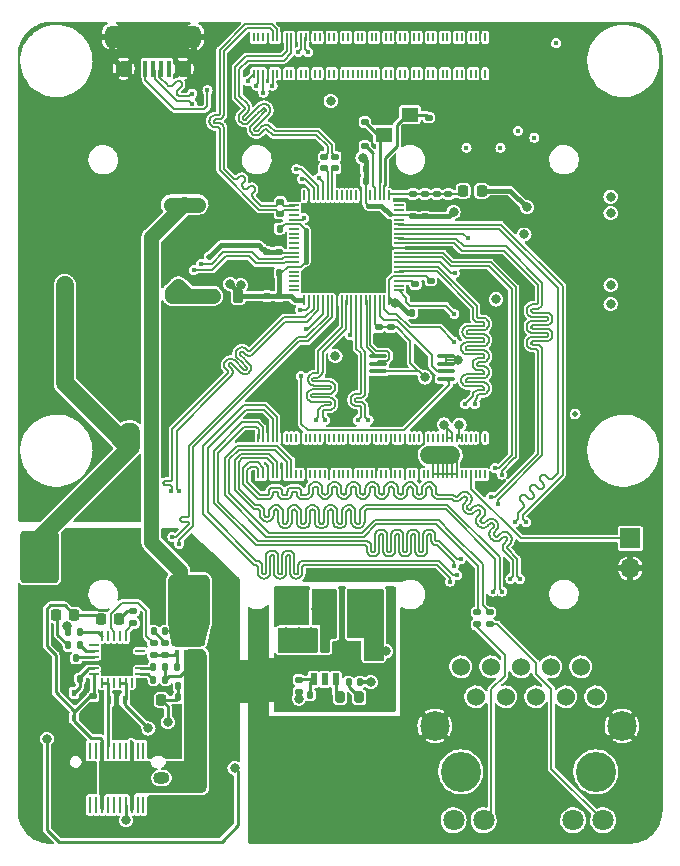
<source format=gbr>
%TF.GenerationSoftware,KiCad,Pcbnew,(5.99.0-8910-g624a231cc0)*%
%TF.CreationDate,2021-03-02T10:35:15+01:00*%
%TF.ProjectId,MainBoard,4d61696e-426f-4617-9264-2e6b69636164,rev?*%
%TF.SameCoordinates,PXa344e00PY7102aa0*%
%TF.FileFunction,Copper,L1,Top*%
%TF.FilePolarity,Positive*%
%FSLAX46Y46*%
G04 Gerber Fmt 4.6, Leading zero omitted, Abs format (unit mm)*
G04 Created by KiCad (PCBNEW (5.99.0-8910-g624a231cc0)) date 2021-03-02 10:35:15*
%MOMM*%
%LPD*%
G01*
G04 APERTURE LIST*
G04 Aperture macros list*
%AMRoundRect*
0 Rectangle with rounded corners*
0 $1 Rounding radius*
0 $2 $3 $4 $5 $6 $7 $8 $9 X,Y pos of 4 corners*
0 Add a 4 corners polygon primitive as box body*
4,1,4,$2,$3,$4,$5,$6,$7,$8,$9,$2,$3,0*
0 Add four circle primitives for the rounded corners*
1,1,$1+$1,$2,$3*
1,1,$1+$1,$4,$5*
1,1,$1+$1,$6,$7*
1,1,$1+$1,$8,$9*
0 Add four rect primitives between the rounded corners*
20,1,$1+$1,$2,$3,$4,$5,0*
20,1,$1+$1,$4,$5,$6,$7,0*
20,1,$1+$1,$6,$7,$8,$9,0*
20,1,$1+$1,$8,$9,$2,$3,0*%
G04 Aperture macros list end*
%TA.AperFunction,SMDPad,CuDef*%
%ADD10RoundRect,0.140000X0.140000X0.170000X-0.140000X0.170000X-0.140000X-0.170000X0.140000X-0.170000X0*%
%TD*%
%TA.AperFunction,SMDPad,CuDef*%
%ADD11RoundRect,0.140000X0.170000X-0.140000X0.170000X0.140000X-0.170000X0.140000X-0.170000X-0.140000X0*%
%TD*%
%TA.AperFunction,SMDPad,CuDef*%
%ADD12RoundRect,0.250000X-0.250000X-0.475000X0.250000X-0.475000X0.250000X0.475000X-0.250000X0.475000X0*%
%TD*%
%TA.AperFunction,SMDPad,CuDef*%
%ADD13RoundRect,0.135000X-0.185000X0.135000X-0.185000X-0.135000X0.185000X-0.135000X0.185000X0.135000X0*%
%TD*%
%TA.AperFunction,SMDPad,CuDef*%
%ADD14RoundRect,0.140000X-0.170000X0.140000X-0.170000X-0.140000X0.170000X-0.140000X0.170000X0.140000X0*%
%TD*%
%TA.AperFunction,SMDPad,CuDef*%
%ADD15R,1.400000X1.200000*%
%TD*%
%TA.AperFunction,SMDPad,CuDef*%
%ADD16RoundRect,0.218750X0.218750X0.256250X-0.218750X0.256250X-0.218750X-0.256250X0.218750X-0.256250X0*%
%TD*%
%TA.AperFunction,SMDPad,CuDef*%
%ADD17RoundRect,0.140000X-0.140000X-0.170000X0.140000X-0.170000X0.140000X0.170000X-0.140000X0.170000X0*%
%TD*%
%TA.AperFunction,SMDPad,CuDef*%
%ADD18RoundRect,0.135000X0.135000X0.185000X-0.135000X0.185000X-0.135000X-0.185000X0.135000X-0.185000X0*%
%TD*%
%TA.AperFunction,SMDPad,CuDef*%
%ADD19R,0.980000X3.400000*%
%TD*%
%TA.AperFunction,SMDPad,CuDef*%
%ADD20R,0.599999X1.000001*%
%TD*%
%TA.AperFunction,SMDPad,CuDef*%
%ADD21RoundRect,0.225000X0.250000X-0.225000X0.250000X0.225000X-0.250000X0.225000X-0.250000X-0.225000X0*%
%TD*%
%TA.AperFunction,SMDPad,CuDef*%
%ADD22RoundRect,0.135000X0.185000X-0.135000X0.185000X0.135000X-0.185000X0.135000X-0.185000X-0.135000X0*%
%TD*%
%TA.AperFunction,SMDPad,CuDef*%
%ADD23R,0.550000X0.800000*%
%TD*%
%TA.AperFunction,ComponentPad*%
%ADD24R,1.700000X1.700000*%
%TD*%
%TA.AperFunction,ComponentPad*%
%ADD25O,1.700000X1.700000*%
%TD*%
%TA.AperFunction,SMDPad,CuDef*%
%ADD26RoundRect,0.250000X-0.787500X-1.025000X0.787500X-1.025000X0.787500X1.025000X-0.787500X1.025000X0*%
%TD*%
%TA.AperFunction,SMDPad,CuDef*%
%ADD27RoundRect,0.225000X0.225000X0.250000X-0.225000X0.250000X-0.225000X-0.250000X0.225000X-0.250000X0*%
%TD*%
%TA.AperFunction,SMDPad,CuDef*%
%ADD28R,0.450000X0.700000*%
%TD*%
%TA.AperFunction,SMDPad,CuDef*%
%ADD29RoundRect,0.250000X0.250000X0.475000X-0.250000X0.475000X-0.250000X-0.475000X0.250000X-0.475000X0*%
%TD*%
%TA.AperFunction,SMDPad,CuDef*%
%ADD30RoundRect,0.200000X-0.200000X-0.275000X0.200000X-0.275000X0.200000X0.275000X-0.200000X0.275000X0*%
%TD*%
%TA.AperFunction,SMDPad,CuDef*%
%ADD31RoundRect,0.062500X0.062500X-0.350000X0.062500X0.350000X-0.062500X0.350000X-0.062500X-0.350000X0*%
%TD*%
%TA.AperFunction,SMDPad,CuDef*%
%ADD32RoundRect,0.062500X0.350000X-0.062500X0.350000X0.062500X-0.350000X0.062500X-0.350000X-0.062500X0*%
%TD*%
%TA.AperFunction,SMDPad,CuDef*%
%ADD33R,2.700000X2.700000*%
%TD*%
%TA.AperFunction,SMDPad,CuDef*%
%ADD34RoundRect,0.135000X-0.135000X-0.185000X0.135000X-0.185000X0.135000X0.185000X-0.135000X0.185000X0*%
%TD*%
%TA.AperFunction,SMDPad,CuDef*%
%ADD35RoundRect,0.225000X-0.250000X0.225000X-0.250000X-0.225000X0.250000X-0.225000X0.250000X0.225000X0*%
%TD*%
%TA.AperFunction,SMDPad,CuDef*%
%ADD36R,0.425000X0.400000*%
%TD*%
%TA.AperFunction,SMDPad,CuDef*%
%ADD37R,1.150000X0.950000*%
%TD*%
%TA.AperFunction,SMDPad,CuDef*%
%ADD38R,0.750000X0.300000*%
%TD*%
%TA.AperFunction,SMDPad,CuDef*%
%ADD39RoundRect,0.100000X-0.637500X-0.100000X0.637500X-0.100000X0.637500X0.100000X-0.637500X0.100000X0*%
%TD*%
%TA.AperFunction,SMDPad,CuDef*%
%ADD40RoundRect,0.147500X-0.147500X-0.172500X0.147500X-0.172500X0.147500X0.172500X-0.147500X0.172500X0*%
%TD*%
%TA.AperFunction,SMDPad,CuDef*%
%ADD41R,0.400000X1.350000*%
%TD*%
%TA.AperFunction,SMDPad,CuDef*%
%ADD42R,1.200000X1.900000*%
%TD*%
%TA.AperFunction,ComponentPad*%
%ADD43O,1.200000X1.900000*%
%TD*%
%TA.AperFunction,ComponentPad*%
%ADD44C,1.450000*%
%TD*%
%TA.AperFunction,SMDPad,CuDef*%
%ADD45R,1.500000X1.900000*%
%TD*%
%TA.AperFunction,WasherPad*%
%ADD46C,3.400000*%
%TD*%
%TA.AperFunction,ComponentPad*%
%ADD47C,1.524000*%
%TD*%
%TA.AperFunction,ComponentPad*%
%ADD48C,1.800000*%
%TD*%
%TA.AperFunction,ComponentPad*%
%ADD49C,2.500000*%
%TD*%
%TA.AperFunction,SMDPad,CuDef*%
%ADD50R,0.200000X0.700000*%
%TD*%
%TA.AperFunction,SMDPad,CuDef*%
%ADD51R,0.270000X1.400000*%
%TD*%
%TA.AperFunction,ComponentPad*%
%ADD52O,1.700000X1.200000*%
%TD*%
%TA.AperFunction,ComponentPad*%
%ADD53O,1.350000X0.950000*%
%TD*%
%TA.AperFunction,SMDPad,CuDef*%
%ADD54RoundRect,0.218750X-0.218750X-0.381250X0.218750X-0.381250X0.218750X0.381250X-0.218750X0.381250X0*%
%TD*%
%TA.AperFunction,SMDPad,CuDef*%
%ADD55RoundRect,0.218750X-0.218750X-0.256250X0.218750X-0.256250X0.218750X0.256250X-0.218750X0.256250X0*%
%TD*%
%TA.AperFunction,SMDPad,CuDef*%
%ADD56RoundRect,0.050000X0.050000X-0.362500X0.050000X0.362500X-0.050000X0.362500X-0.050000X-0.362500X0*%
%TD*%
%TA.AperFunction,SMDPad,CuDef*%
%ADD57RoundRect,0.050000X0.362500X-0.050000X0.362500X0.050000X-0.362500X0.050000X-0.362500X-0.050000X0*%
%TD*%
%TA.AperFunction,ComponentPad*%
%ADD58C,0.500000*%
%TD*%
%TA.AperFunction,SMDPad,CuDef*%
%ADD59R,3.800000X3.800000*%
%TD*%
%TA.AperFunction,SMDPad,CuDef*%
%ADD60R,0.450000X0.600000*%
%TD*%
%TA.AperFunction,ViaPad*%
%ADD61C,0.800000*%
%TD*%
%TA.AperFunction,ViaPad*%
%ADD62C,0.450000*%
%TD*%
%TA.AperFunction,ViaPad*%
%ADD63C,0.500000*%
%TD*%
%TA.AperFunction,Conductor*%
%ADD64C,0.200000*%
%TD*%
%TA.AperFunction,Conductor*%
%ADD65C,0.250000*%
%TD*%
%TA.AperFunction,Conductor*%
%ADD66C,0.160000*%
%TD*%
%TA.AperFunction,Conductor*%
%ADD67C,0.150000*%
%TD*%
%TA.AperFunction,Conductor*%
%ADD68C,0.400000*%
%TD*%
%TA.AperFunction,Conductor*%
%ADD69C,0.130000*%
%TD*%
%TA.AperFunction,Conductor*%
%ADD70C,1.300000*%
%TD*%
%TA.AperFunction,Conductor*%
%ADD71C,1.500000*%
%TD*%
%TA.AperFunction,Conductor*%
%ADD72C,0.147000*%
%TD*%
%TA.AperFunction,Conductor*%
%ADD73C,0.300000*%
%TD*%
G04 APERTURE END LIST*
D10*
%TO.P,C65,1*%
%TO.N,+12V*%
X12780000Y18200000D03*
%TO.P,C65,2*%
%TO.N,Net-(C65-Pad2)*%
X11820000Y18200000D03*
%TD*%
%TO.P,C84,1*%
%TO.N,Net-(C84-Pad1)*%
X29280000Y13900000D03*
%TO.P,C84,2*%
%TO.N,Net-(C84-Pad2)*%
X28320000Y13900000D03*
%TD*%
D11*
%TO.P,C62,1*%
%TO.N,GND*%
X6700000Y11720000D03*
%TO.P,C62,2*%
%TO.N,VBUS*%
X6700000Y12680000D03*
%TD*%
D12*
%TO.P,C72,1*%
%TO.N,GND*%
X12170000Y22000000D03*
%TO.P,C72,2*%
%TO.N,+12V*%
X14070000Y22000000D03*
%TD*%
D13*
%TO.P,R25,1*%
%TO.N,Net-(R25-Pad1)*%
X24100000Y14110000D03*
%TO.P,R25,2*%
%TO.N,+1V0*%
X24100000Y13090000D03*
%TD*%
D11*
%TO.P,C30,1*%
%TO.N,/PCIe_sata/VAA1*%
X36770000Y55220000D03*
%TO.P,C30,2*%
%TO.N,GND*%
X36770000Y56180000D03*
%TD*%
D14*
%TO.P,C37,1*%
%TO.N,VDD*%
X35275000Y47880000D03*
%TO.P,C37,2*%
%TO.N,GND*%
X35275000Y46920000D03*
%TD*%
D15*
%TO.P,Y1,1,1*%
%TO.N,Net-(C2-Pad1)*%
X31300000Y60250000D03*
%TO.P,Y1,2,2*%
%TO.N,GND*%
X33500000Y60250000D03*
%TO.P,Y1,3,3*%
%TO.N,Net-(C11-Pad1)*%
X33500000Y61950000D03*
%TO.P,Y1,4,4*%
%TO.N,GND*%
X31300000Y61950000D03*
%TD*%
D16*
%TO.P,D10,1,K*%
%TO.N,Net-(D10-Pad1)*%
X8887500Y19200000D03*
%TO.P,D10,2,A*%
%TO.N,VBUS*%
X7312500Y19200000D03*
%TD*%
D17*
%TO.P,C64,1*%
%TO.N,GND*%
X4290000Y15900000D03*
%TO.P,C64,2*%
%TO.N,Net-(C64-Pad2)*%
X5250000Y15900000D03*
%TD*%
D18*
%TO.P,R16,1*%
%TO.N,VBUS*%
X14810000Y15200000D03*
%TO.P,R16,2*%
%TO.N,Net-(Q1-Pad3)*%
X13790000Y15200000D03*
%TD*%
D19*
%TO.P,L2,1,1*%
%TO.N,Net-(C84-Pad1)*%
X26615000Y19900000D03*
%TO.P,L2,2,2*%
%TO.N,+1V0*%
X28985000Y19900000D03*
%TD*%
D11*
%TO.P,C45,1*%
%TO.N,VDD*%
X33770000Y53320000D03*
%TO.P,C45,2*%
%TO.N,GND*%
X33770000Y54280000D03*
%TD*%
D20*
%TO.P,U8,1,GND*%
%TO.N,GND*%
X27250001Y16875001D03*
%TO.P,U8,2,SW*%
%TO.N,Net-(C84-Pad1)*%
X26300000Y16875001D03*
%TO.P,U8,3,VIN*%
%TO.N,+12V*%
X25350002Y16875001D03*
%TO.P,U8,4,FB*%
%TO.N,Net-(R25-Pad1)*%
X25350002Y14125001D03*
%TO.P,U8,5,EN*%
%TO.N,unconnected-(U8-Pad5)*%
X26300000Y14125001D03*
%TO.P,U8,6,BOOT*%
%TO.N,Net-(R24-Pad1)*%
X27250001Y14125001D03*
%TD*%
D21*
%TO.P,C82,1*%
%TO.N,GND*%
X23000000Y15625000D03*
%TO.P,C82,2*%
%TO.N,+12V*%
X23000000Y17175000D03*
%TD*%
D22*
%TO.P,R19,1*%
%TO.N,Net-(Q1-Pad3)*%
X12800000Y16190000D03*
%TO.P,R19,2*%
%TO.N,Net-(C65-Pad2)*%
X12800000Y17210000D03*
%TD*%
D10*
%TO.P,C49,1*%
%TO.N,VDD*%
X29750000Y56300000D03*
%TO.P,C49,2*%
%TO.N,GND*%
X28790000Y56300000D03*
%TD*%
D14*
%TO.P,C54,1*%
%TO.N,VDD*%
X21400000Y46580000D03*
%TO.P,C54,2*%
%TO.N,GND*%
X21400000Y45620000D03*
%TD*%
D23*
%TO.P,D5,1,K1*%
%TO.N,VBUS*%
X15047700Y11325400D03*
%TO.P,D5,2,A*%
%TO.N,GND*%
X13797700Y11325400D03*
%TD*%
D14*
%TO.P,C11,1*%
%TO.N,Net-(C11-Pad1)*%
X35100000Y61680000D03*
%TO.P,C11,2*%
%TO.N,GND*%
X35100000Y60720000D03*
%TD*%
D13*
%TO.P,R10,1*%
%TO.N,Net-(R10-Pad1)*%
X33975000Y47585000D03*
%TO.P,R10,2*%
%TO.N,GND*%
X33975000Y46565000D03*
%TD*%
D24*
%TO.P,J6,1,Pin_1*%
%TO.N,/CM4/n_eeprom_en*%
X52170000Y26075000D03*
D25*
%TO.P,J6,2,Pin_2*%
%TO.N,GND*%
X52170000Y23535000D03*
%TD*%
D13*
%TO.P,R2,1*%
%TO.N,/CM4/LEDY*%
X40270000Y19810000D03*
%TO.P,R2,2*%
%TO.N,Net-(R2-Pad2)*%
X40270000Y18790000D03*
%TD*%
%TO.P,R3,1*%
%TO.N,GND*%
X29700000Y60310000D03*
%TO.P,R3,2*%
%TO.N,Net-(R3-Pad2)*%
X29700000Y59290000D03*
%TD*%
D11*
%TO.P,C27,1*%
%TO.N,VDD*%
X34770000Y53320000D03*
%TO.P,C27,2*%
%TO.N,GND*%
X34770000Y54280000D03*
%TD*%
D26*
%TO.P,C79,1*%
%TO.N,+5V*%
X2157500Y25300000D03*
%TO.P,C79,2*%
%TO.N,GND*%
X8382500Y25300000D03*
%TD*%
D11*
%TO.P,C50,1*%
%TO.N,+3V3*%
X22400000Y50320000D03*
%TO.P,C50,2*%
%TO.N,GND*%
X22400000Y51280000D03*
%TD*%
D27*
%TO.P,C61,1*%
%TO.N,Net-(C61-Pad1)*%
X12475000Y12400000D03*
%TO.P,C61,2*%
%TO.N,GND*%
X10925000Y12400000D03*
%TD*%
D13*
%TO.P,R1,1*%
%TO.N,/CM4/LEDG*%
X39185000Y19800000D03*
%TO.P,R1,2*%
%TO.N,Net-(R1-Pad2)*%
X39185000Y18780000D03*
%TD*%
D12*
%TO.P,C67,1*%
%TO.N,GND*%
X12170000Y19950000D03*
%TO.P,C67,2*%
%TO.N,+12V*%
X14070000Y19950000D03*
%TD*%
D13*
%TO.P,R4,1*%
%TO.N,/CM4/PCIE_CLK_P*%
X22540000Y54570000D03*
%TO.P,R4,2*%
%TO.N,/CM4/PCIE_CLK_N*%
X22540000Y53550000D03*
%TD*%
D14*
%TO.P,C12,1*%
%TO.N,/CM4/PCIE_RX_P*%
X26250000Y58380000D03*
%TO.P,C12,2*%
%TO.N,Net-(C12-Pad2)*%
X26250000Y57420000D03*
%TD*%
D10*
%TO.P,C32,1*%
%TO.N,VDD*%
X22480000Y52300000D03*
%TO.P,C32,2*%
%TO.N,GND*%
X21520000Y52300000D03*
%TD*%
D28*
%TO.P,D6,1,K*%
%TO.N,/Power/CC1*%
X9350000Y12400000D03*
%TO.P,D6,2,K*%
%TO.N,/Power/CC2*%
X8050000Y12400000D03*
%TO.P,D6,3,A*%
%TO.N,GND*%
X8700000Y10400000D03*
%TD*%
D29*
%TO.P,C81,1*%
%TO.N,GND*%
X17520000Y19950000D03*
%TO.P,C81,2*%
%TO.N,+12V*%
X15620000Y19950000D03*
%TD*%
D17*
%TO.P,C42,1*%
%TO.N,VDD*%
X33690000Y45150000D03*
%TO.P,C42,2*%
%TO.N,GND*%
X34650000Y45150000D03*
%TD*%
D30*
%TO.P,R24,1*%
%TO.N,Net-(R24-Pad1)*%
X27575000Y12600000D03*
%TO.P,R24,2*%
%TO.N,Net-(C84-Pad2)*%
X29225000Y12600000D03*
%TD*%
D14*
%TO.P,C44,1*%
%TO.N,+3V3*%
X31875000Y43930000D03*
%TO.P,C44,2*%
%TO.N,GND*%
X31875000Y42970000D03*
%TD*%
D10*
%TO.P,C43,1*%
%TO.N,VDD*%
X22450000Y48500000D03*
%TO.P,C43,2*%
%TO.N,GND*%
X21490000Y48500000D03*
%TD*%
D31*
%TO.P,U6,1,CC1DB*%
%TO.N,/Power/CC2*%
X7450000Y13837500D03*
%TO.P,U6,2,CC1*%
X7950000Y13837500D03*
%TO.P,U6,3,NC*%
%TO.N,unconnected-(U6-Pad3)*%
X8450000Y13837500D03*
%TO.P,U6,4,CC2*%
%TO.N,/Power/CC1*%
X8950000Y13837500D03*
%TO.P,U6,5,CC2DB*%
X9450000Y13837500D03*
%TO.P,U6,6,RESET*%
%TO.N,unconnected-(U6-Pad6)*%
X9950000Y13837500D03*
D32*
%TO.P,U6,7,SCL*%
%TO.N,/Power/SLC*%
X10662500Y14550000D03*
%TO.P,U6,8,SDA*%
%TO.N,/Power/SDA*%
X10662500Y15050000D03*
%TO.P,U6,9,DISCH*%
%TO.N,GND*%
X10662500Y15550000D03*
%TO.P,U6,10,GND*%
X10662500Y16050000D03*
%TO.P,U6,11,ATTACH*%
%TO.N,unconnected-(U6-Pad11)*%
X10662500Y16550000D03*
%TO.P,U6,12,ADDR0*%
%TO.N,GND*%
X10662500Y17050000D03*
D31*
%TO.P,U6,13,ADDR1*%
X9950000Y17762500D03*
%TO.P,U6,14,POWER_OK3*%
%TO.N,Net-(R17-Pad1)*%
X9450000Y17762500D03*
%TO.P,U6,15,GPIO*%
%TO.N,unconnected-(U6-Pad15)*%
X8950000Y17762500D03*
%TO.P,U6,16,VBUS_EN_SNK*%
%TO.N,Net-(R18-Pad2)*%
X8450000Y17762500D03*
%TO.P,U6,17,A_B_SIDE*%
%TO.N,unconnected-(U6-Pad17)*%
X7950000Y17762500D03*
%TO.P,U6,18,VBUS_VS_DISCH*%
%TO.N,/Power/Vbus_vs_Disch*%
X7450000Y17762500D03*
D32*
%TO.P,U6,19,ALERT*%
%TO.N,unconnected-(U6-Pad19)*%
X6737500Y17050000D03*
%TO.P,U6,20,POWER_OK2*%
%TO.N,Net-(R15-Pad1)*%
X6737500Y16550000D03*
%TO.P,U6,21,VREG_1V2*%
%TO.N,Net-(C64-Pad2)*%
X6737500Y16050000D03*
%TO.P,U6,22,VSYS*%
%TO.N,GND*%
X6737500Y15550000D03*
%TO.P,U6,23,VREG_2V7*%
%TO.N,Net-(C63-Pad2)*%
X6737500Y15050000D03*
%TO.P,U6,24,VDD*%
%TO.N,VBUS*%
X6737500Y14550000D03*
D33*
%TO.P,U6,25,GND*%
%TO.N,GND*%
X8700000Y15800000D03*
%TD*%
D16*
%TO.P,FB4,1*%
%TO.N,+1V8*%
X39587500Y55500000D03*
%TO.P,FB4,2*%
%TO.N,/PCIe_sata/VAA1*%
X38012500Y55500000D03*
%TD*%
D34*
%TO.P,R12,1*%
%TO.N,/Power/SLC*%
X11790000Y14100000D03*
%TO.P,R12,2*%
%TO.N,VBUS*%
X12810000Y14100000D03*
%TD*%
D35*
%TO.P,C60,1*%
%TO.N,VBUS*%
X15500000Y5175000D03*
%TO.P,C60,2*%
%TO.N,GND*%
X15500000Y3625000D03*
%TD*%
D36*
%TO.P,Q1,1,D*%
%TO.N,+12V*%
X13762500Y17750000D03*
%TO.P,Q1,2,D*%
X13762500Y17100000D03*
%TO.P,Q1,3,G*%
%TO.N,Net-(Q1-Pad3)*%
X13762500Y16450000D03*
%TO.P,Q1,4,S*%
%TO.N,VBUS*%
X15637500Y16450000D03*
%TO.P,Q1,5,D*%
%TO.N,+12V*%
X15637500Y17100000D03*
%TO.P,Q1,6,D*%
X15637500Y17750000D03*
D37*
%TO.P,Q1,D,D*%
X14700000Y17425000D03*
D38*
%TO.P,Q1,S,S*%
%TO.N,VBUS*%
X14700000Y16450000D03*
%TD*%
D11*
%TO.P,C25,1*%
%TO.N,/PCIe_sata/VAA1*%
X35770000Y55220000D03*
%TO.P,C25,2*%
%TO.N,GND*%
X35770000Y56180000D03*
%TD*%
D14*
%TO.P,C13,1*%
%TO.N,/CM4/PCIE_RX_N*%
X27200000Y58380000D03*
%TO.P,C13,2*%
%TO.N,Net-(C13-Pad2)*%
X27200000Y57420000D03*
%TD*%
D10*
%TO.P,C22,1*%
%TO.N,VDD*%
X29750000Y57300000D03*
%TO.P,C22,2*%
%TO.N,GND*%
X28790000Y57300000D03*
%TD*%
D12*
%TO.P,C85,1*%
%TO.N,GND*%
X28650000Y16600000D03*
%TO.P,C85,2*%
%TO.N,+1V0*%
X30550000Y16600000D03*
%TD*%
D34*
%TO.P,R13,1*%
%TO.N,Net-(C61-Pad1)*%
X4590000Y18100000D03*
%TO.P,R13,2*%
%TO.N,/Power/Vbus_vs_Disch*%
X5610000Y18100000D03*
%TD*%
D22*
%TO.P,R18,1*%
%TO.N,Net-(Q1-Pad3)*%
X11800000Y16190000D03*
%TO.P,R18,2*%
%TO.N,Net-(R18-Pad2)*%
X11800000Y17210000D03*
%TD*%
D39*
%TO.P,U5,1,~CS*%
%TO.N,/PCIe_sata/SPI_CS*%
X30837500Y41500000D03*
%TO.P,U5,2,SO/IO1*%
%TO.N,/PCIe_sata/SPI_DI*%
X30837500Y40850000D03*
%TO.P,U5,3,~WP~/IO2*%
%TO.N,+3V3*%
X30837500Y40200000D03*
%TO.P,U5,4,GND*%
%TO.N,GND*%
X30837500Y39550000D03*
%TO.P,U5,5,SI/IO0*%
%TO.N,/PCIe_sata/SPI_DO*%
X36562500Y39550000D03*
%TO.P,U5,6,SCK*%
%TO.N,/PCIe_sata/SPI_CLK*%
X36562500Y40200000D03*
%TO.P,U5,7,~HOLD~/IO3*%
%TO.N,+3V3*%
X36562500Y40850000D03*
%TO.P,U5,8,VCC*%
X36562500Y41500000D03*
%TD*%
D11*
%TO.P,C83,1*%
%TO.N,GND*%
X24200000Y15920000D03*
%TO.P,C83,2*%
%TO.N,+12V*%
X24200000Y16880000D03*
%TD*%
D14*
%TO.P,C51,1*%
%TO.N,VDD*%
X22400000Y46580000D03*
%TO.P,C51,2*%
%TO.N,GND*%
X22400000Y45620000D03*
%TD*%
%TO.P,C46,1*%
%TO.N,+3V3*%
X30875000Y43930000D03*
%TO.P,C46,2*%
%TO.N,GND*%
X30875000Y42970000D03*
%TD*%
D40*
%TO.P,D7,1,K*%
%TO.N,Net-(C61-Pad1)*%
X13915000Y13600000D03*
%TO.P,D7,2,A*%
%TO.N,VBUS*%
X14885000Y13600000D03*
%TD*%
D41*
%TO.P,J7,1,VBUS*%
%TO.N,unconnected-(J7-Pad1)*%
X13070000Y65847500D03*
%TO.P,J7,2,D-*%
%TO.N,/CM4/USB-*%
X12420000Y65847500D03*
%TO.P,J7,3,D+*%
%TO.N,/CM4/USB+*%
X11770000Y65847500D03*
%TO.P,J7,4,ID*%
%TO.N,/CM4/OTG_ID*%
X11120000Y65847500D03*
%TO.P,J7,5,GND*%
%TO.N,GND*%
X10470000Y65847500D03*
D42*
%TO.P,J7,6,Shield*%
X14670000Y68547500D03*
D43*
X15270000Y68547500D03*
D44*
X9270000Y65847500D03*
D43*
X8270000Y68547500D03*
D45*
X12770000Y68547500D03*
D42*
X8870000Y68547500D03*
D44*
X14270000Y65847500D03*
D45*
X10770000Y68547500D03*
%TD*%
D18*
%TO.P,R11,1*%
%TO.N,VBUS*%
X14910000Y12600000D03*
%TO.P,R11,2*%
%TO.N,Net-(C61-Pad1)*%
X13890000Y12600000D03*
%TD*%
D29*
%TO.P,C78,1*%
%TO.N,GND*%
X17540000Y22000000D03*
%TO.P,C78,2*%
%TO.N,+12V*%
X15640000Y22000000D03*
%TD*%
D34*
%TO.P,R14,1*%
%TO.N,/Power/SDA*%
X11790000Y15200000D03*
%TO.P,R14,2*%
%TO.N,VBUS*%
X12810000Y15200000D03*
%TD*%
D46*
%TO.P,U3,*%
%TO.N,*%
X49250000Y6300000D03*
X37820000Y6300000D03*
D47*
%TO.P,U3,1,TRD0+*%
%TO.N,/CM4/TRD0+*%
X37820000Y15190000D03*
%TO.P,U3,2,TRD0-*%
%TO.N,/CM4/TRD0-*%
X39090000Y12650000D03*
%TO.P,U3,3,TRD1+*%
%TO.N,/CM4/TRD1+*%
X40360000Y15190000D03*
%TO.P,U3,4,TRD1-*%
%TO.N,/CM4/TRD1-*%
X41630000Y12650000D03*
%TO.P,U3,5,CT*%
%TO.N,Net-(C1-Pad1)*%
X42900000Y15190000D03*
%TO.P,U3,6,CT*%
X44170000Y12650000D03*
%TO.P,U3,7,TRD2+*%
%TO.N,/CM4/TRD2+*%
X45440000Y15190000D03*
%TO.P,U3,8,TRD2-*%
%TO.N,/CM4/TRD2-*%
X46710000Y12650000D03*
%TO.P,U3,9,TRD3+*%
%TO.N,/CM4/TRD3+*%
X47980000Y15190000D03*
%TO.P,U3,10,TRD3-*%
%TO.N,/CM4/TRD3-*%
X49250000Y12650000D03*
D48*
%TO.P,U3,11,LEDG_A*%
%TO.N,+3V3*%
X37210000Y2190000D03*
%TO.P,U3,12,LEDG_K*%
%TO.N,Net-(R1-Pad2)*%
X39750000Y2190000D03*
%TO.P,U3,13,LEDY_A*%
%TO.N,+3V3*%
X47320000Y2190000D03*
%TO.P,U3,14,LEDY_K*%
%TO.N,Net-(R2-Pad2)*%
X49860000Y2190000D03*
D49*
%TO.P,U3,sh,SHIELD*%
%TO.N,GND*%
X35610000Y10190000D03*
X51460000Y10190000D03*
%TD*%
D22*
%TO.P,R17,1*%
%TO.N,Net-(R17-Pad1)*%
X10100000Y18890000D03*
%TO.P,R17,2*%
%TO.N,Net-(D10-Pad1)*%
X10100000Y19910000D03*
%TD*%
D17*
%TO.P,C63,1*%
%TO.N,GND*%
X4620000Y14200000D03*
%TO.P,C63,2*%
%TO.N,Net-(C63-Pad2)*%
X5580000Y14200000D03*
%TD*%
D50*
%TO.P,Module1,1,GND*%
%TO.N,GND*%
X20280000Y31490000D03*
%TO.P,Module1,2,GND*%
X20280000Y34570000D03*
%TO.P,Module1,3,Ethernet_Pair3_P*%
%TO.N,/CM4/TRD3+*%
X20680000Y31490000D03*
%TO.P,Module1,4,Ethernet_Pair1_P*%
%TO.N,/CM4/TRD1+*%
X20680000Y34570000D03*
%TO.P,Module1,5,Ethernet_Pair3_N*%
%TO.N,/CM4/TRD3-*%
X21080000Y31490000D03*
%TO.P,Module1,6,Ethernet_Pair1_N*%
%TO.N,/CM4/TRD1-*%
X21080000Y34570000D03*
%TO.P,Module1,7,GND*%
%TO.N,GND*%
X21480000Y31490000D03*
%TO.P,Module1,8,GND*%
X21480000Y34570000D03*
%TO.P,Module1,9,Ethernet_Pair2_N*%
%TO.N,/CM4/TRD2+*%
X21880000Y31490000D03*
%TO.P,Module1,10,Ethernet_Pair0_N*%
%TO.N,/CM4/TRD0+*%
X21880000Y34570000D03*
%TO.P,Module1,11,Ethernet_Pair2_P*%
%TO.N,/CM4/TRD2-*%
X22280000Y31490000D03*
%TO.P,Module1,12,Ethernet_Pair0_P*%
%TO.N,/CM4/TRD0-*%
X22280000Y34570000D03*
%TO.P,Module1,13,GND*%
%TO.N,GND*%
X22680000Y31490000D03*
%TO.P,Module1,14,GND*%
X22680000Y34570000D03*
%TO.P,Module1,15,Ethernet_nLED3(3.3v)*%
%TO.N,/CM4/LEDY*%
X23080000Y31490000D03*
%TO.P,Module1,16,Ethernet_SYNC_IN(1.8v)*%
%TO.N,unconnected-(Module1-Pad16)*%
X23080000Y34570000D03*
%TO.P,Module1,17,Ethernet_nLED2(3.3v)*%
%TO.N,/CM4/LEDG*%
X23480000Y31490000D03*
%TO.P,Module1,18,Ethernet_SYNC_OUT(1.8v)*%
%TO.N,unconnected-(Module1-Pad18)*%
X23480000Y34570000D03*
%TO.P,Module1,19,Ethernet_nLED1(3.3v)*%
%TO.N,unconnected-(Module1-Pad19)*%
X23880000Y31490000D03*
%TO.P,Module1,20,EEPROM_nWP*%
%TO.N,unconnected-(Module1-Pad20)*%
X23880000Y34570000D03*
%TO.P,Module1,21,PI_nLED_Activity*%
%TO.N,unconnected-(Module1-Pad21)*%
X24280000Y31490000D03*
%TO.P,Module1,22,GND*%
%TO.N,GND*%
X24280000Y34570000D03*
%TO.P,Module1,23,GND*%
X24680000Y31490000D03*
%TO.P,Module1,24,GPIO26*%
%TO.N,unconnected-(Module1-Pad24)*%
X24680000Y34570000D03*
%TO.P,Module1,25,GPIO21*%
%TO.N,unconnected-(Module1-Pad25)*%
X25080000Y31490000D03*
%TO.P,Module1,26,GPIO19*%
%TO.N,unconnected-(Module1-Pad26)*%
X25080000Y34570000D03*
%TO.P,Module1,27,GPIO20*%
%TO.N,unconnected-(Module1-Pad27)*%
X25480000Y31490000D03*
%TO.P,Module1,28,GPIO13*%
%TO.N,unconnected-(Module1-Pad28)*%
X25480000Y34570000D03*
%TO.P,Module1,29,GPIO16*%
%TO.N,unconnected-(Module1-Pad29)*%
X25880000Y31490000D03*
%TO.P,Module1,30,GPIO6*%
%TO.N,unconnected-(Module1-Pad30)*%
X25880000Y34570000D03*
%TO.P,Module1,31,GPIO12*%
%TO.N,unconnected-(Module1-Pad31)*%
X26280000Y31490000D03*
%TO.P,Module1,32,GND*%
%TO.N,GND*%
X26280000Y34570000D03*
%TO.P,Module1,33,GND*%
X26680000Y31490000D03*
%TO.P,Module1,34,GPIO5*%
%TO.N,unconnected-(Module1-Pad34)*%
X26680000Y34570000D03*
%TO.P,Module1,35,ID_SC*%
%TO.N,unconnected-(Module1-Pad35)*%
X27080000Y31490000D03*
%TO.P,Module1,36,ID_SD*%
%TO.N,unconnected-(Module1-Pad36)*%
X27080000Y34570000D03*
%TO.P,Module1,37,GPIO7*%
%TO.N,unconnected-(Module1-Pad37)*%
X27480000Y31490000D03*
%TO.P,Module1,38,GPIO11*%
%TO.N,unconnected-(Module1-Pad38)*%
X27480000Y34570000D03*
%TO.P,Module1,39,GPIO8*%
%TO.N,unconnected-(Module1-Pad39)*%
X27880000Y31490000D03*
%TO.P,Module1,40,GPIO9*%
%TO.N,unconnected-(Module1-Pad40)*%
X27880000Y34570000D03*
%TO.P,Module1,41,GPIO25*%
%TO.N,unconnected-(Module1-Pad41)*%
X28280000Y31490000D03*
%TO.P,Module1,42,GND*%
%TO.N,GND*%
X28280000Y34570000D03*
%TO.P,Module1,43,GND*%
X28680000Y31490000D03*
%TO.P,Module1,44,GPIO10*%
%TO.N,unconnected-(Module1-Pad44)*%
X28680000Y34570000D03*
%TO.P,Module1,45,GPIO24*%
%TO.N,unconnected-(Module1-Pad45)*%
X29080000Y31490000D03*
%TO.P,Module1,46,GPIO22*%
%TO.N,unconnected-(Module1-Pad46)*%
X29080000Y34570000D03*
%TO.P,Module1,47,GPIO23*%
%TO.N,unconnected-(Module1-Pad47)*%
X29480000Y31490000D03*
%TO.P,Module1,48,GPIO27*%
%TO.N,unconnected-(Module1-Pad48)*%
X29480000Y34570000D03*
%TO.P,Module1,49,GPIO18*%
%TO.N,unconnected-(Module1-Pad49)*%
X29880000Y31490000D03*
%TO.P,Module1,50,GPIO17*%
%TO.N,unconnected-(Module1-Pad50)*%
X29880000Y34570000D03*
%TO.P,Module1,51,GPIO15*%
%TO.N,unconnected-(Module1-Pad51)*%
X30280000Y31490000D03*
%TO.P,Module1,52,GND*%
%TO.N,GND*%
X30280000Y34570000D03*
%TO.P,Module1,53,GND*%
X30680000Y31490000D03*
%TO.P,Module1,54,GPIO4*%
%TO.N,unconnected-(Module1-Pad54)*%
X30680000Y34570000D03*
%TO.P,Module1,55,GPIO14*%
%TO.N,unconnected-(Module1-Pad55)*%
X31080000Y31490000D03*
%TO.P,Module1,56,GPIO3*%
%TO.N,unconnected-(Module1-Pad56)*%
X31080000Y34570000D03*
%TO.P,Module1,57,SD_CLK*%
%TO.N,unconnected-(Module1-Pad57)*%
X31480000Y31490000D03*
%TO.P,Module1,58,GPIO2*%
%TO.N,unconnected-(Module1-Pad58)*%
X31480000Y34570000D03*
%TO.P,Module1,59,GND*%
%TO.N,GND*%
X31880000Y31490000D03*
%TO.P,Module1,60,GND*%
X31880000Y34570000D03*
%TO.P,Module1,61,SD_DAT3*%
%TO.N,unconnected-(Module1-Pad61)*%
X32280000Y31490000D03*
%TO.P,Module1,62,SD_CMD*%
%TO.N,unconnected-(Module1-Pad62)*%
X32280000Y34570000D03*
%TO.P,Module1,63,SD_DAT0*%
%TO.N,unconnected-(Module1-Pad63)*%
X32680000Y31490000D03*
%TO.P,Module1,64,SD_DAT5*%
%TO.N,unconnected-(Module1-Pad64)*%
X32680000Y34570000D03*
%TO.P,Module1,65,GND*%
%TO.N,GND*%
X33080000Y31490000D03*
%TO.P,Module1,66,GND*%
X33080000Y34570000D03*
%TO.P,Module1,67,SD_DAT1*%
%TO.N,unconnected-(Module1-Pad67)*%
X33480000Y31490000D03*
%TO.P,Module1,68,SD_DAT4*%
%TO.N,unconnected-(Module1-Pad68)*%
X33480000Y34570000D03*
%TO.P,Module1,69,SD_DAT2*%
%TO.N,unconnected-(Module1-Pad69)*%
X33880000Y31490000D03*
%TO.P,Module1,70,SD_DAT7*%
%TO.N,unconnected-(Module1-Pad70)*%
X33880000Y34570000D03*
%TO.P,Module1,71,GND*%
%TO.N,GND*%
X34280000Y31490000D03*
%TO.P,Module1,72,SD_DAT6*%
%TO.N,unconnected-(Module1-Pad72)*%
X34280000Y34570000D03*
%TO.P,Module1,73,SD_VDD_Override*%
%TO.N,unconnected-(Module1-Pad73)*%
X34680000Y31490000D03*
%TO.P,Module1,74,GND*%
%TO.N,GND*%
X34680000Y34570000D03*
%TO.P,Module1,75,SD_PWR_ON*%
%TO.N,unconnected-(Module1-Pad75)*%
X35080000Y31490000D03*
%TO.P,Module1,76,Reserved*%
%TO.N,unconnected-(Module1-Pad76)*%
X35080000Y34570000D03*
%TO.P,Module1,77,+5v_(Input)*%
%TO.N,+5V*%
X35480000Y31490000D03*
%TO.P,Module1,78,GPIO_VREF(1.8v/3.3v_Input)*%
%TO.N,unconnected-(Module1-Pad78)*%
X35480000Y34570000D03*
%TO.P,Module1,79,+5v_(Input)*%
%TO.N,+5V*%
X35880000Y31490000D03*
%TO.P,Module1,80,SCL0*%
%TO.N,unconnected-(Module1-Pad80)*%
X35880000Y34570000D03*
%TO.P,Module1,81,+5v_(Input)*%
%TO.N,+5V*%
X36280000Y31490000D03*
%TO.P,Module1,82,SDA0*%
%TO.N,unconnected-(Module1-Pad82)*%
X36280000Y34570000D03*
%TO.P,Module1,83,+5v_(Input)*%
%TO.N,+5V*%
X36680000Y31490000D03*
%TO.P,Module1,84,+3.3v_(Output)*%
%TO.N,+3V3*%
X36680000Y34570000D03*
%TO.P,Module1,85,+5v_(Input)*%
%TO.N,+5V*%
X37080000Y31490000D03*
%TO.P,Module1,86,+3.3v_(Output)*%
%TO.N,+3V3*%
X37080000Y34570000D03*
%TO.P,Module1,87,+5v_(Input)*%
%TO.N,+5V*%
X37480000Y31490000D03*
%TO.P,Module1,88,+1.8v_(Output)*%
%TO.N,+1V8*%
X37480000Y34570000D03*
%TO.P,Module1,89,WiFi_nDisable*%
%TO.N,unconnected-(Module1-Pad89)*%
X37880000Y31490000D03*
%TO.P,Module1,90,+1.8v_(Output)*%
%TO.N,+1V8*%
X37880000Y34570000D03*
%TO.P,Module1,91,BT_nDisable*%
%TO.N,unconnected-(Module1-Pad91)*%
X38280000Y31490000D03*
%TO.P,Module1,92,RUN_PG*%
%TO.N,unconnected-(Module1-Pad92)*%
X38280000Y34570000D03*
%TO.P,Module1,93,nRPIBOOT*%
%TO.N,/CM4/n_eeprom_en*%
X38680000Y31490000D03*
%TO.P,Module1,94,AnalogIP1*%
%TO.N,unconnected-(Module1-Pad94)*%
X38680000Y34570000D03*
%TO.P,Module1,95,nPI_LED_PWR*%
%TO.N,unconnected-(Module1-Pad95)*%
X39080000Y31490000D03*
%TO.P,Module1,96,AnalogIP0*%
%TO.N,unconnected-(Module1-Pad96)*%
X39080000Y34570000D03*
%TO.P,Module1,97,Camera_GPIO*%
%TO.N,unconnected-(Module1-Pad97)*%
X39480000Y31490000D03*
%TO.P,Module1,98,GND*%
%TO.N,GND*%
X39480000Y34570000D03*
%TO.P,Module1,99,Global_EN*%
%TO.N,unconnected-(Module1-Pad99)*%
X39880000Y31490000D03*
%TO.P,Module1,100,nEXTRST*%
%TO.N,unconnected-(Module1-Pad100)*%
X39880000Y34570000D03*
%TO.P,Module1,101,USB_OTG_ID*%
%TO.N,/CM4/OTG_ID*%
X20280000Y65410000D03*
%TO.P,Module1,102,PCIe_CLK_nREQ*%
%TO.N,/CM4/PCIE_CLK_nREQ*%
X20280000Y68490000D03*
%TO.P,Module1,103,USB2_N*%
%TO.N,/CM4/USB-*%
X20680000Y65410000D03*
%TO.P,Module1,104,Reserved*%
%TO.N,unconnected-(Module1-Pad104)*%
X20680000Y68490000D03*
%TO.P,Module1,105,USB2_P*%
%TO.N,/CM4/USB+*%
X21080000Y65410000D03*
%TO.P,Module1,106,Reserved*%
%TO.N,unconnected-(Module1-Pad106)*%
X21080000Y68490000D03*
%TO.P,Module1,107,GND*%
%TO.N,GND*%
X21480000Y65410000D03*
%TO.P,Module1,108,GND*%
X21480000Y68490000D03*
%TO.P,Module1,109,PCIe_nRST*%
%TO.N,/CM4/PCIE_nRST*%
X21880000Y65410000D03*
%TO.P,Module1,110,PCIe_CLK_P*%
%TO.N,/CM4/PCIE_CLK_P*%
X21880000Y68490000D03*
%TO.P,Module1,111,VDAC_COMP*%
%TO.N,unconnected-(Module1-Pad111)*%
X22280000Y65410000D03*
%TO.P,Module1,112,PCIe_CLK_N*%
%TO.N,/CM4/PCIE_CLK_N*%
X22280000Y68490000D03*
%TO.P,Module1,113,GND*%
%TO.N,GND*%
X22680000Y65410000D03*
%TO.P,Module1,114,GND*%
X22680000Y68490000D03*
%TO.P,Module1,115,CAM1_D0_N*%
%TO.N,unconnected-(Module1-Pad115)*%
X23080000Y65410000D03*
%TO.P,Module1,116,PCIe_RX_P*%
%TO.N,/CM4/PCIE_RX_P*%
X23080000Y68490000D03*
%TO.P,Module1,117,CAM1_D0_P*%
%TO.N,unconnected-(Module1-Pad117)*%
X23480000Y65410000D03*
%TO.P,Module1,118,PCIe_RX_N*%
%TO.N,/CM4/PCIE_RX_N*%
X23480000Y68490000D03*
%TO.P,Module1,119,GND*%
%TO.N,GND*%
X23880000Y65410000D03*
%TO.P,Module1,120,GND*%
X23880000Y68490000D03*
%TO.P,Module1,121,CAM1_D1_N*%
%TO.N,unconnected-(Module1-Pad121)*%
X24280000Y65410000D03*
%TO.P,Module1,122,PCIe_TX_P*%
%TO.N,/CM4/PCIE_TX_P*%
X24280000Y68490000D03*
%TO.P,Module1,123,CAM1_D1_P*%
%TO.N,unconnected-(Module1-Pad123)*%
X24680000Y65410000D03*
%TO.P,Module1,124,PCIe_TX_N*%
%TO.N,/CM4/PCIE_TX_N*%
X24680000Y68490000D03*
%TO.P,Module1,125,GND*%
%TO.N,GND*%
X25080000Y65410000D03*
%TO.P,Module1,126,GND*%
X25080000Y68490000D03*
%TO.P,Module1,127,CAM1_C_N*%
%TO.N,unconnected-(Module1-Pad127)*%
X25480000Y65410000D03*
%TO.P,Module1,128,CAM0_D0_N*%
%TO.N,unconnected-(Module1-Pad128)*%
X25480000Y68490000D03*
%TO.P,Module1,129,CAM1_C_P*%
%TO.N,unconnected-(Module1-Pad129)*%
X25880000Y65410000D03*
%TO.P,Module1,130,CAM0_D0_P*%
%TO.N,unconnected-(Module1-Pad130)*%
X25880000Y68490000D03*
%TO.P,Module1,131,GND*%
%TO.N,GND*%
X26280000Y65410000D03*
%TO.P,Module1,132,GND*%
X26280000Y68490000D03*
%TO.P,Module1,133,CAM1_D2_N*%
%TO.N,unconnected-(Module1-Pad133)*%
X26680000Y65410000D03*
%TO.P,Module1,134,CAM0_D1_N*%
%TO.N,unconnected-(Module1-Pad134)*%
X26680000Y68490000D03*
%TO.P,Module1,135,CAM1_D2_P*%
%TO.N,unconnected-(Module1-Pad135)*%
X27080000Y65410000D03*
%TO.P,Module1,136,CAM0_D1_P*%
%TO.N,unconnected-(Module1-Pad136)*%
X27080000Y68490000D03*
%TO.P,Module1,137,GND*%
%TO.N,GND*%
X27480000Y65410000D03*
%TO.P,Module1,138,GND*%
X27480000Y68490000D03*
%TO.P,Module1,139,CAM1_D3_N*%
%TO.N,unconnected-(Module1-Pad139)*%
X27880000Y65410000D03*
%TO.P,Module1,140,CAM0_C_N*%
%TO.N,unconnected-(Module1-Pad140)*%
X27880000Y68490000D03*
%TO.P,Module1,141,CAM1_D3_P*%
%TO.N,unconnected-(Module1-Pad141)*%
X28280000Y65410000D03*
%TO.P,Module1,142,CAM0_C_P*%
%TO.N,unconnected-(Module1-Pad142)*%
X28280000Y68490000D03*
%TO.P,Module1,143,HDMI1_HOTPLUG*%
%TO.N,unconnected-(Module1-Pad143)*%
X28680000Y65410000D03*
%TO.P,Module1,144,GND*%
%TO.N,GND*%
X28680000Y68490000D03*
%TO.P,Module1,145,HDMI1_SDA*%
%TO.N,unconnected-(Module1-Pad145)*%
X29080000Y65410000D03*
%TO.P,Module1,146,HDMI1_TX2_P*%
%TO.N,unconnected-(Module1-Pad146)*%
X29080000Y68490000D03*
%TO.P,Module1,147,HDMI1_SCL*%
%TO.N,unconnected-(Module1-Pad147)*%
X29480000Y65410000D03*
%TO.P,Module1,148,HDMI1_TX2_N*%
%TO.N,unconnected-(Module1-Pad148)*%
X29480000Y68490000D03*
%TO.P,Module1,149,HDMI1_CEC*%
%TO.N,unconnected-(Module1-Pad149)*%
X29880000Y65410000D03*
%TO.P,Module1,150,GND*%
%TO.N,GND*%
X29880000Y68490000D03*
%TO.P,Module1,151,HDMI0_CEC*%
%TO.N,unconnected-(Module1-Pad151)*%
X30280000Y65410000D03*
%TO.P,Module1,152,HDMI1_TX1_P*%
%TO.N,unconnected-(Module1-Pad152)*%
X30280000Y68490000D03*
%TO.P,Module1,153,HDMI0_HOTPLUG*%
%TO.N,unconnected-(Module1-Pad153)*%
X30680000Y65410000D03*
%TO.P,Module1,154,HDMI1_TX1_N*%
%TO.N,unconnected-(Module1-Pad154)*%
X30680000Y68490000D03*
%TO.P,Module1,155,GND*%
%TO.N,GND*%
X31080000Y65410000D03*
%TO.P,Module1,156,GND*%
X31080000Y68490000D03*
%TO.P,Module1,157,DSI0_D0_N*%
%TO.N,unconnected-(Module1-Pad157)*%
X31480000Y65410000D03*
%TO.P,Module1,158,HDMI1_TX0_P*%
%TO.N,unconnected-(Module1-Pad158)*%
X31480000Y68490000D03*
%TO.P,Module1,159,DSI0_D0_P*%
%TO.N,unconnected-(Module1-Pad159)*%
X31880000Y65410000D03*
%TO.P,Module1,160,HDMI1_TX0_N*%
%TO.N,unconnected-(Module1-Pad160)*%
X31880000Y68490000D03*
%TO.P,Module1,161,GND*%
%TO.N,GND*%
X32280000Y65410000D03*
%TO.P,Module1,162,GND*%
X32280000Y68490000D03*
%TO.P,Module1,163,DSI0_D1_N*%
%TO.N,unconnected-(Module1-Pad163)*%
X32680000Y65410000D03*
%TO.P,Module1,164,HDMI1_CLK_P*%
%TO.N,unconnected-(Module1-Pad164)*%
X32680000Y68490000D03*
%TO.P,Module1,165,DSI0_D1_P*%
%TO.N,unconnected-(Module1-Pad165)*%
X33080000Y65410000D03*
%TO.P,Module1,166,HDMI1_CLK_N*%
%TO.N,unconnected-(Module1-Pad166)*%
X33080000Y68490000D03*
%TO.P,Module1,167,GND*%
%TO.N,GND*%
X33480000Y65410000D03*
%TO.P,Module1,168,GND*%
X33480000Y68490000D03*
%TO.P,Module1,169,DSI0_C_N*%
%TO.N,unconnected-(Module1-Pad169)*%
X33880000Y65410000D03*
%TO.P,Module1,170,HDMI0_TX2_P*%
%TO.N,unconnected-(Module1-Pad170)*%
X33880000Y68490000D03*
%TO.P,Module1,171,DSI0_C_P*%
%TO.N,unconnected-(Module1-Pad171)*%
X34280000Y65410000D03*
%TO.P,Module1,172,HDMI0_TX2_N*%
%TO.N,unconnected-(Module1-Pad172)*%
X34280000Y68490000D03*
%TO.P,Module1,173,GND*%
%TO.N,GND*%
X34680000Y65410000D03*
%TO.P,Module1,174,GND*%
X34680000Y68490000D03*
%TO.P,Module1,175,DSI1_D0_N*%
%TO.N,unconnected-(Module1-Pad175)*%
X35080000Y65410000D03*
%TO.P,Module1,176,HDMI0_TX1_P*%
%TO.N,unconnected-(Module1-Pad176)*%
X35080000Y68490000D03*
%TO.P,Module1,177,DSI1_D0_P*%
%TO.N,unconnected-(Module1-Pad177)*%
X35480000Y65410000D03*
%TO.P,Module1,178,HDMI0_TX1_N*%
%TO.N,unconnected-(Module1-Pad178)*%
X35480000Y68490000D03*
%TO.P,Module1,179,GND*%
%TO.N,GND*%
X35880000Y65410000D03*
%TO.P,Module1,180,GND*%
X35880000Y68490000D03*
%TO.P,Module1,181,DSI1_D1_N*%
%TO.N,unconnected-(Module1-Pad181)*%
X36280000Y65410000D03*
%TO.P,Module1,182,HDMI0_TX0_P*%
%TO.N,unconnected-(Module1-Pad182)*%
X36280000Y68490000D03*
%TO.P,Module1,183,DSI1_D1_P*%
%TO.N,unconnected-(Module1-Pad183)*%
X36680000Y65410000D03*
%TO.P,Module1,184,HDMI0_TX0_N*%
%TO.N,unconnected-(Module1-Pad184)*%
X36680000Y68490000D03*
%TO.P,Module1,185,GND*%
%TO.N,GND*%
X37080000Y65410000D03*
%TO.P,Module1,186,GND*%
X37080000Y68490000D03*
%TO.P,Module1,187,DSI1_C_N*%
%TO.N,unconnected-(Module1-Pad187)*%
X37480000Y65410000D03*
%TO.P,Module1,188,HDMI0_CLK_P*%
%TO.N,unconnected-(Module1-Pad188)*%
X37480000Y68490000D03*
%TO.P,Module1,189,DSI1_C_P*%
%TO.N,unconnected-(Module1-Pad189)*%
X37880000Y65410000D03*
%TO.P,Module1,190,HDMI0_CLK_N*%
%TO.N,unconnected-(Module1-Pad190)*%
X37880000Y68490000D03*
%TO.P,Module1,191,GND*%
%TO.N,GND*%
X38280000Y65410000D03*
%TO.P,Module1,192,GND*%
X38280000Y68490000D03*
%TO.P,Module1,193,DSI1_D2_N*%
%TO.N,unconnected-(Module1-Pad193)*%
X38680000Y65410000D03*
%TO.P,Module1,194,DSI1_D3_N*%
%TO.N,unconnected-(Module1-Pad194)*%
X38680000Y68490000D03*
%TO.P,Module1,195,DSI1_D2_P*%
%TO.N,unconnected-(Module1-Pad195)*%
X39080000Y65410000D03*
%TO.P,Module1,196,DSI1_D3_P*%
%TO.N,unconnected-(Module1-Pad196)*%
X39080000Y68490000D03*
%TO.P,Module1,197,GND*%
%TO.N,GND*%
X39480000Y65410000D03*
%TO.P,Module1,198,GND*%
X39480000Y68490000D03*
%TO.P,Module1,199,HDMI0_SDA*%
%TO.N,unconnected-(Module1-Pad199)*%
X39880000Y65410000D03*
%TO.P,Module1,200,HDMI0_SCL*%
%TO.N,unconnected-(Module1-Pad200)*%
X39880000Y68490000D03*
%TD*%
D11*
%TO.P,C40,1*%
%TO.N,/PCIe_sata/VAA1*%
X34770000Y55220000D03*
%TO.P,C40,2*%
%TO.N,GND*%
X34770000Y56180000D03*
%TD*%
D51*
%TO.P,J1,A1,GND*%
%TO.N,GND*%
X5950000Y8100000D03*
%TO.P,J1,A2,TX1+*%
%TO.N,unconnected-(J1-PadA2)*%
X6450000Y8100000D03*
%TO.P,J1,A3,TX1-*%
%TO.N,unconnected-(J1-PadA3)*%
X6950000Y8100000D03*
%TO.P,J1,A4,VBUS*%
%TO.N,VBUS*%
X7450000Y8100000D03*
%TO.P,J1,A5,CC1*%
%TO.N,/Power/CC2*%
X7950000Y8100000D03*
%TO.P,J1,A6,D+*%
%TO.N,unconnected-(J1-PadA6)*%
X8450000Y8100000D03*
%TO.P,J1,A7,D-*%
%TO.N,unconnected-(J1-PadA7)*%
X8950000Y8100000D03*
%TO.P,J1,A8,SBU1*%
%TO.N,unconnected-(J1-PadA8)*%
X9450000Y8100000D03*
%TO.P,J1,A9,VBUS*%
%TO.N,VBUS*%
X9950000Y8100000D03*
%TO.P,J1,A10,RX2-*%
%TO.N,unconnected-(J1-PadA10)*%
X10450000Y8100000D03*
%TO.P,J1,A11,RX2+*%
%TO.N,unconnected-(J1-PadA11)*%
X10950000Y8100000D03*
%TO.P,J1,A12,GND*%
%TO.N,GND*%
X11450000Y8100000D03*
%TO.P,J1,B1,GND*%
X11450000Y3500000D03*
%TO.P,J1,B2,TX2+*%
%TO.N,unconnected-(J1-PadB2)*%
X10950000Y3500000D03*
%TO.P,J1,B3,TX2-*%
%TO.N,unconnected-(J1-PadB3)*%
X10450000Y3500000D03*
%TO.P,J1,B4,VBUS*%
%TO.N,VBUS*%
X9950000Y3500000D03*
%TO.P,J1,B5,CC2*%
%TO.N,/Power/CC1*%
X9450000Y3500000D03*
%TO.P,J1,B6,D+*%
%TO.N,unconnected-(J1-PadB6)*%
X8950000Y3500000D03*
%TO.P,J1,B7,D-*%
%TO.N,unconnected-(J1-PadB7)*%
X8450000Y3500000D03*
%TO.P,J1,B8,SBU2*%
%TO.N,unconnected-(J1-PadB8)*%
X7950000Y3500000D03*
%TO.P,J1,B9,VBUS*%
%TO.N,VBUS*%
X7450000Y3500000D03*
%TO.P,J1,B10,RX1-*%
%TO.N,unconnected-(J1-PadB10)*%
X6950000Y3500000D03*
%TO.P,J1,B11,RX1+*%
%TO.N,unconnected-(J1-PadB11)*%
X6450000Y3500000D03*
%TO.P,J1,B12,GND*%
%TO.N,GND*%
X5950000Y3500000D03*
D52*
%TO.P,J1,S1,SHIELD*%
X12800000Y8870000D03*
X4600000Y2730000D03*
D53*
X4925000Y5800000D03*
D52*
X4600000Y8870000D03*
X12800000Y2730000D03*
D53*
X12475000Y5800000D03*
%TD*%
D54*
%TO.P,FB1,1*%
%TO.N,+1V0*%
X16837500Y46600000D03*
%TO.P,FB1,2*%
%TO.N,VDD*%
X18962500Y46600000D03*
%TD*%
D18*
%TO.P,R26,1*%
%TO.N,GND*%
X26110000Y12800000D03*
%TO.P,R26,2*%
%TO.N,Net-(R25-Pad1)*%
X25090000Y12800000D03*
%TD*%
D55*
%TO.P,D9,1,K*%
%TO.N,Net-(D9-Pad1)*%
X3512500Y19600000D03*
%TO.P,D9,2,A*%
%TO.N,VBUS*%
X5087500Y19600000D03*
%TD*%
D11*
%TO.P,C55,1*%
%TO.N,+3V3*%
X21400000Y50320000D03*
%TO.P,C55,2*%
%TO.N,GND*%
X21400000Y51280000D03*
%TD*%
%TO.P,C2,1*%
%TO.N,Net-(C2-Pad1)*%
X29700000Y61320000D03*
%TO.P,C2,2*%
%TO.N,GND*%
X29700000Y62280000D03*
%TD*%
%TO.P,C35,1*%
%TO.N,/PCIe_sata/VAA1*%
X33770000Y55220000D03*
%TO.P,C35,2*%
%TO.N,GND*%
X33770000Y56180000D03*
%TD*%
D56*
%TO.P,U4,1,VDD*%
%TO.N,VDD*%
X24550000Y46222500D03*
%TO.P,U4,2,SPI_DO*%
%TO.N,/PCIe_sata/SPI_DO*%
X24950000Y46222500D03*
%TO.P,U4,3,RX3+*%
%TO.N,/PCIe_sata/RX03+*%
X25350000Y46222500D03*
%TO.P,U4,4,RX3-*%
%TO.N,/PCIe_sata/RX03-*%
X25750000Y46222500D03*
%TO.P,U4,5,VAA2_3*%
%TO.N,/PCIe_sata/VAA2_3*%
X26150000Y46222500D03*
%TO.P,U4,6,TX3-*%
%TO.N,/PCIe_sata/TX03-*%
X26550000Y46222500D03*
%TO.P,U4,7,TX3+*%
%TO.N,/PCIe_sata/TX03+*%
X26950000Y46222500D03*
%TO.P,U4,8,VSS*%
%TO.N,GND*%
X27350000Y46222500D03*
%TO.P,U4,9,RX2+*%
%TO.N,/PCIe_sata/RX02+*%
X27750000Y46222500D03*
%TO.P,U4,10,RX2-*%
%TO.N,/PCIe_sata/RX02-*%
X28150000Y46222500D03*
%TO.P,U4,11,VAA2_2*%
%TO.N,/PCIe_sata/VAA2_2*%
X28550000Y46222500D03*
%TO.P,U4,12,TX2-*%
%TO.N,/PCIe_sata/TX02-*%
X28950000Y46222500D03*
%TO.P,U4,13,TX2+*%
%TO.N,/PCIe_sata/TX02+*%
X29350000Y46222500D03*
%TO.P,U4,14,SPI_CS*%
%TO.N,/PCIe_sata/SPI_CS*%
X29750000Y46222500D03*
%TO.P,U4,15,SPI_DI*%
%TO.N,/PCIe_sata/SPI_DI*%
X30150000Y46222500D03*
%TO.P,U4,16,VDDIO*%
%TO.N,+3V3*%
X30550000Y46222500D03*
%TO.P,U4,17,SPI_CLK*%
%TO.N,/PCIe_sata/SPI_CLK*%
X30950000Y46222500D03*
%TO.P,U4,18,GPIO3*%
%TO.N,/PCIe_sata/led3*%
X31350000Y46222500D03*
%TO.P,U4,19,VDD*%
%TO.N,VDD*%
X31750000Y46222500D03*
D57*
%TO.P,U4,20,GPIO4*%
%TO.N,/PCIe_sata/led4*%
X32587500Y47060000D03*
%TO.P,U4,21,GPIO5*%
%TO.N,unconnected-(U4-Pad21)*%
X32587500Y47460000D03*
%TO.P,U4,22,TESTMODE*%
%TO.N,Net-(R10-Pad1)*%
X32587500Y47860000D03*
%TO.P,U4,23,VDD*%
%TO.N,VDD*%
X32587500Y48260000D03*
%TO.P,U4,24,RX1+*%
%TO.N,/PCIe_sata/RX01+*%
X32587500Y48660000D03*
%TO.P,U4,25,RX1-*%
%TO.N,/PCIe_sata/RX01-*%
X32587500Y49060000D03*
%TO.P,U4,26,VAA2_1*%
%TO.N,/PCIe_sata/VAA2_1*%
X32587500Y49460000D03*
%TO.P,U4,27,TX1-*%
%TO.N,/PCIe_sata/TX01-*%
X32587500Y49860000D03*
%TO.P,U4,28,TX1+*%
%TO.N,/PCIe_sata/TX01+*%
X32587500Y50260000D03*
%TO.P,U4,29,VSS*%
%TO.N,GND*%
X32587500Y50660000D03*
%TO.P,U4,30,RX0+*%
%TO.N,/PCIe_sata/RX00+*%
X32587500Y51060000D03*
%TO.P,U4,31,RX0-*%
%TO.N,/PCIe_sata/RX00-*%
X32587500Y51460000D03*
%TO.P,U4,32,VAA2_0*%
%TO.N,/PCIe_sata/VAA2_0*%
X32587500Y51860000D03*
%TO.P,U4,33,TX0-*%
%TO.N,/PCIe_sata/TX00-*%
X32587500Y52260000D03*
%TO.P,U4,34,TX0+*%
%TO.N,/PCIe_sata/TX00+*%
X32587500Y52660000D03*
%TO.P,U4,35,NC*%
%TO.N,unconnected-(U4-Pad35)*%
X32587500Y53060000D03*
%TO.P,U4,36,VDD*%
%TO.N,VDD*%
X32587500Y53460000D03*
%TO.P,U4,37,NC*%
%TO.N,unconnected-(U4-Pad37)*%
X32587500Y53860000D03*
%TO.P,U4,38,TP*%
%TO.N,unconnected-(U4-Pad38)*%
X32587500Y54260000D03*
D56*
%TO.P,U4,39,VAA1*%
%TO.N,/PCIe_sata/VAA1*%
X31750000Y55097500D03*
%TO.P,U4,40,XTLIN_OSC*%
%TO.N,Net-(C11-Pad1)*%
X31350000Y55097500D03*
%TO.P,U4,41,XTLOUT*%
%TO.N,Net-(C2-Pad1)*%
X30950000Y55097500D03*
%TO.P,U4,42,ISET*%
%TO.N,Net-(R3-Pad2)*%
X30550000Y55097500D03*
%TO.P,U4,43,NC*%
%TO.N,unconnected-(U4-Pad43)*%
X30150000Y55097500D03*
%TO.P,U4,44,VDD*%
%TO.N,VDD*%
X29750000Y55097500D03*
%TO.P,U4,45,VSS*%
%TO.N,GND*%
X29350000Y55097500D03*
%TO.P,U4,46,NC*%
%TO.N,unconnected-(U4-Pad46)*%
X28950000Y55097500D03*
%TO.P,U4,47,NC*%
%TO.N,unconnected-(U4-Pad47)*%
X28550000Y55097500D03*
%TO.P,U4,48,NC*%
%TO.N,unconnected-(U4-Pad48)*%
X28150000Y55097500D03*
%TO.P,U4,49,NC*%
%TO.N,unconnected-(U4-Pad49)*%
X27750000Y55097500D03*
%TO.P,U4,50,NC*%
%TO.N,unconnected-(U4-Pad50)*%
X27350000Y55097500D03*
%TO.P,U4,51,PTXN0*%
%TO.N,Net-(C13-Pad2)*%
X26950000Y55097500D03*
%TO.P,U4,52,PTXP0*%
%TO.N,Net-(C12-Pad2)*%
X26550000Y55097500D03*
%TO.P,U4,53,AVDD0*%
%TO.N,/PCIe_sata/AVDD0*%
X26150000Y55097500D03*
%TO.P,U4,54,PRXN0*%
%TO.N,/CM4/PCIE_TX_P*%
X25750000Y55097500D03*
%TO.P,U4,55,PRXP0*%
%TO.N,/CM4/PCIE_TX_N*%
X25350000Y55097500D03*
%TO.P,U4,56,VSS*%
%TO.N,GND*%
X24950000Y55097500D03*
%TO.P,U4,57,NC*%
%TO.N,unconnected-(U4-Pad57)*%
X24550000Y55097500D03*
D57*
%TO.P,U4,58,CLKP*%
%TO.N,/CM4/PCIE_CLK_P*%
X23712500Y54260000D03*
%TO.P,U4,59,CLKN*%
%TO.N,/CM4/PCIE_CLK_N*%
X23712500Y53860000D03*
%TO.P,U4,60,WAKE_N*%
%TO.N,unconnected-(U4-Pad60)*%
X23712500Y53460000D03*
%TO.P,U4,61,PERST_N*%
%TO.N,/CM4/PCIE_nRST*%
X23712500Y53060000D03*
%TO.P,U4,62,VDD*%
%TO.N,VDD*%
X23712500Y52660000D03*
%TO.P,U4,63,GPIO0*%
%TO.N,unconnected-(U4-Pad63)*%
X23712500Y52260000D03*
%TO.P,U4,64,TST0*%
%TO.N,unconnected-(U4-Pad64)*%
X23712500Y51860000D03*
%TO.P,U4,65,TST1*%
%TO.N,unconnected-(U4-Pad65)*%
X23712500Y51460000D03*
%TO.P,U4,66,TST2*%
%TO.N,unconnected-(U4-Pad66)*%
X23712500Y51060000D03*
%TO.P,U4,67,TST3*%
%TO.N,unconnected-(U4-Pad67)*%
X23712500Y50660000D03*
%TO.P,U4,68,VDDIO*%
%TO.N,+3V3*%
X23712500Y50260000D03*
%TO.P,U4,69,GPIO1*%
%TO.N,/PCIe_sata/led1*%
X23712500Y49860000D03*
%TO.P,U4,70,GPIO2*%
%TO.N,/PCIe_sata/led2*%
X23712500Y49460000D03*
%TO.P,U4,71,VDD*%
%TO.N,VDD*%
X23712500Y49060000D03*
%TO.P,U4,72,TST4*%
%TO.N,unconnected-(U4-Pad72)*%
X23712500Y48660000D03*
%TO.P,U4,73,TST5*%
%TO.N,unconnected-(U4-Pad73)*%
X23712500Y48260000D03*
%TO.P,U4,74,TST6*%
%TO.N,unconnected-(U4-Pad74)*%
X23712500Y47860000D03*
%TO.P,U4,75,GPIO6*%
%TO.N,unconnected-(U4-Pad75)*%
X23712500Y47460000D03*
%TO.P,U4,76,GPIO7*%
%TO.N,unconnected-(U4-Pad76)*%
X23712500Y47060000D03*
D58*
%TO.P,U4,77,EPAD*%
%TO.N,GND*%
X26950000Y49460000D03*
X28150000Y49460000D03*
X29350000Y50660000D03*
X29350000Y49460000D03*
X28150000Y51860000D03*
X29350000Y51860000D03*
X26950000Y50660000D03*
X26950000Y51860000D03*
D59*
X28150000Y50660000D03*
D58*
X28150000Y50660000D03*
%TD*%
D60*
%TO.P,D8,1,K*%
%TO.N,VBUS*%
X5100000Y10900000D03*
%TO.P,D8,2,A*%
%TO.N,Net-(C63-Pad2)*%
X5100000Y13000000D03*
%TD*%
D18*
%TO.P,R15,1*%
%TO.N,Net-(R15-Pad1)*%
X5610000Y17000000D03*
%TO.P,R15,2*%
%TO.N,Net-(D9-Pad1)*%
X4590000Y17000000D03*
%TD*%
D61*
%TO.N,GND*%
X25620006Y51201893D03*
D62*
X21300000Y36050000D03*
D61*
X770000Y36200000D03*
X6420000Y27900000D03*
X1500000Y1500000D03*
X31920000Y33000000D03*
X25600000Y52500000D03*
X31300000Y42650000D03*
X54270000Y49200000D03*
X27800000Y56400000D03*
X6070000Y1200000D03*
X23500000Y20600000D03*
X13475000Y50400000D03*
X17770000Y69200000D03*
X48770000Y69200000D03*
X54270000Y42200000D03*
X39920000Y33200000D03*
D62*
X19900000Y34975000D03*
D61*
X15500000Y25100000D03*
X7900000Y16600000D03*
X54270000Y10700000D03*
X770000Y42200000D03*
X5270000Y25800000D03*
X18470000Y8200000D03*
X1520000Y13700000D03*
X18420000Y18300000D03*
X770000Y30200000D03*
X24970000Y33000000D03*
X25620006Y49501893D03*
X30700000Y51100000D03*
X14800000Y43000000D03*
X18570000Y14900000D03*
D62*
X37100000Y50200000D03*
D61*
X770000Y49200000D03*
X19200000Y52393378D03*
X6800000Y10100000D03*
X37300000Y43900000D03*
X28150316Y47850010D03*
X43270000Y1200000D03*
X25600000Y48300000D03*
X17470000Y15300000D03*
X53770000Y2200000D03*
X25930000Y53660000D03*
X35000000Y35700000D03*
X17000000Y1700000D03*
X29552466Y47850010D03*
X29418077Y53651016D03*
X1520000Y11450000D03*
X1470000Y15600000D03*
X30700000Y52400000D03*
X41350000Y41750000D03*
X24200000Y15100000D03*
X36520000Y66950000D03*
D62*
X10345000Y32300000D03*
D61*
X54270000Y20200000D03*
X54270000Y55200000D03*
X770000Y55200000D03*
X1400000Y8000000D03*
X30700000Y48300000D03*
X18570000Y13700000D03*
X28600000Y39600000D03*
X9720000Y21850000D03*
X1070000Y28000000D03*
X28770000Y66950000D03*
X4520000Y21700000D03*
X33770000Y66950000D03*
X28070000Y32950000D03*
X19200000Y49000000D03*
X20770000Y1200000D03*
X20770000Y8200000D03*
X17420000Y23500000D03*
X17370000Y6400000D03*
X30700000Y49500000D03*
X28600000Y15100000D03*
D62*
X41700000Y20750000D03*
D61*
X29270000Y1200000D03*
X22500000Y59200000D03*
X770000Y62200000D03*
X44500000Y21650000D03*
X35700000Y57300000D03*
X26270000Y66950000D03*
X9500000Y16600000D03*
X11220000Y20950000D03*
X38900000Y54100000D03*
X54270000Y36700000D03*
X18620000Y20950000D03*
X54270000Y62200000D03*
X39725000Y47325000D03*
X5370000Y23900000D03*
X41000000Y53900000D03*
X9770000Y36700000D03*
X41670000Y57650000D03*
X42900000Y13600000D03*
X17470000Y14300000D03*
X27770000Y53700000D03*
X26639385Y47850010D03*
X12300000Y1400000D03*
X17470000Y13300000D03*
X44600000Y51100000D03*
X31270000Y66950000D03*
X31500000Y39050000D03*
D62*
X38600000Y20500000D03*
%TO.N,/CM4/USB-*%
X15070000Y63725000D03*
X20508311Y64410256D03*
%TO.N,/CM4/USB+*%
X15070000Y62875000D03*
X21109353Y63809214D03*
%TO.N,/CM4/OTG_ID*%
X16370000Y64000000D03*
X19770000Y64800000D03*
%TO.N,/CM4/TRD3+*%
X42825000Y22650000D03*
%TO.N,/CM4/TRD1+*%
X37809074Y24319435D03*
%TO.N,/CM4/TRD3-*%
X42015000Y22650000D03*
%TO.N,/CM4/TRD1-*%
X37236316Y23746677D03*
%TO.N,/CM4/TRD2+*%
X41325000Y21566010D03*
%TO.N,/CM4/TRD0+*%
X37491379Y22978518D03*
%TO.N,/CM4/TRD2-*%
X40515000Y21566010D03*
%TO.N,/CM4/TRD0-*%
X36918621Y22405760D03*
%TO.N,/PCIe_sata/TX00+*%
X43340000Y27440000D03*
%TO.N,/PCIe_sata/TX01+*%
X41286379Y31463621D03*
%TO.N,/PCIe_sata/TX02+*%
X30000000Y36100000D03*
%TO.N,/PCIe_sata/TX03+*%
X13982031Y25604427D03*
%TO.N,/PCIe_sata/TX00-*%
X42410000Y27440000D03*
%TO.N,/PCIe_sata/TX01-*%
X40713621Y32036379D03*
%TO.N,/PCIe_sata/TX02-*%
X29100000Y36100000D03*
%TO.N,/PCIe_sata/TX03-*%
X13395131Y26191327D03*
%TO.N,/PCIe_sata/RX00-*%
X40944869Y29008673D03*
%TO.N,/PCIe_sata/RX01-*%
X39005000Y37450000D03*
%TO.N,/PCIe_sata/RX02-*%
X26335000Y36100000D03*
%TO.N,/PCIe_sata/RX03-*%
X13950000Y30050000D03*
%TO.N,/PCIe_sata/RX00+*%
X40357969Y29595573D03*
%TO.N,/PCIe_sata/RX01+*%
X38195000Y37450000D03*
%TO.N,/PCIe_sata/RX02+*%
X25525000Y36100000D03*
%TO.N,/PCIe_sata/RX03+*%
X13250000Y30100000D03*
%TO.N,/PCIe_sata/VAA2_0*%
X38400000Y51500000D03*
%TO.N,/PCIe_sata/VAA2_1*%
X37300000Y48525000D03*
%TO.N,/PCIe_sata/AVDD0*%
X25800000Y56600000D03*
%TO.N,+3V3*%
X45900000Y68000000D03*
D61*
X34770000Y39700000D03*
D63*
X16500000Y49900000D03*
X47500000Y36600000D03*
D61*
X37600000Y41150000D03*
X36400000Y35700000D03*
D62*
%TO.N,/PCIe_sata/VAA2_2*%
X28450000Y43250000D03*
%TO.N,/PCIe_sata/VAA2_3*%
X24700000Y43800000D03*
D61*
%TO.N,+1V0*%
X30600000Y19800000D03*
X14500000Y46600000D03*
X13900000Y47400000D03*
X31500000Y16500000D03*
X13400000Y46600000D03*
X24100000Y12500000D03*
X30600000Y18800000D03*
X30600000Y20800000D03*
%TO.N,+1V8*%
X26800000Y63100000D03*
X37700000Y35700000D03*
X27200000Y41500000D03*
X43200000Y51800000D03*
X40800000Y46300000D03*
X43400000Y54100000D03*
%TO.N,+12V*%
X50500000Y53600000D03*
X24100000Y18100000D03*
X14420000Y54350000D03*
X15605000Y54335000D03*
X16100000Y18600000D03*
X50500000Y55000000D03*
X23000000Y18100000D03*
X15300000Y18600000D03*
X13255000Y54335000D03*
X25100000Y18100000D03*
X13700000Y18600000D03*
X14500000Y18600000D03*
%TO.N,+5V*%
X4300000Y46100000D03*
X50500000Y47500000D03*
X18670000Y6600000D03*
X50500000Y45900000D03*
X37220000Y33100000D03*
X3120000Y23100000D03*
X9900000Y35100000D03*
X35120000Y33100000D03*
X9870000Y33800000D03*
X2170000Y23100000D03*
X36170000Y33100000D03*
X2770000Y9100000D03*
X1220000Y23100000D03*
X4300000Y47500000D03*
X9000000Y34500000D03*
D62*
%TO.N,/CM4/PCIE_nRST*%
X21870000Y64400000D03*
X24560000Y53200000D03*
%TO.N,/CM4/PCIE_TX_P*%
X24075000Y67250000D03*
X23900000Y57350000D03*
%TO.N,/CM4/PCIE_TX_N*%
X24885000Y67250000D03*
X24400000Y56500000D03*
%TO.N,/PCIe_sata/led1*%
X15800000Y49300000D03*
X44050000Y60000000D03*
%TO.N,/PCIe_sata/led2*%
X15200000Y48800000D03*
X42650000Y60575000D03*
%TO.N,/PCIe_sata/led3*%
X41175000Y59150000D03*
X37250000Y42725000D03*
%TO.N,/PCIe_sata/led4*%
X38300000Y59150000D03*
X37275000Y45075000D03*
%TO.N,/PCIe_sata/SPI_DO*%
X24300000Y39800000D03*
X24200000Y45400000D03*
D61*
%TO.N,Net-(C61-Pad1)*%
X4438967Y18651273D03*
X13000000Y10500000D03*
%TO.N,/Power/CC1*%
X9470000Y2200000D03*
X11370000Y9975000D03*
%TO.N,VDD*%
X29500000Y58300000D03*
X18300000Y47600000D03*
X37200000Y53700000D03*
X19200000Y47500000D03*
X32262686Y46002012D03*
%TO.N,Net-(C84-Pad1)*%
X30200000Y13900000D03*
X25600000Y20100000D03*
%TD*%
D64*
%TO.N,GND*%
X27900000Y56300000D02*
X27800000Y56400000D01*
X21480000Y35870000D02*
X21480000Y34570000D01*
X21300000Y36050000D02*
X21480000Y35870000D01*
X24680000Y30930000D02*
X24680000Y31490000D01*
X20280000Y31490000D02*
X20280000Y30920000D01*
X20400000Y30800000D02*
X21500000Y30800000D01*
X22680000Y31490000D02*
X22680000Y30920000D01*
X21500000Y30800000D02*
X22800000Y30800000D01*
X28790000Y56300000D02*
X27900000Y56300000D01*
X35770000Y57230000D02*
X35700000Y57300000D01*
D65*
X6737500Y15550000D02*
X8450000Y15550000D01*
X36050000Y45150000D02*
X37300000Y43900000D01*
D64*
X24550000Y30800000D02*
X24680000Y30930000D01*
X20280000Y34595000D02*
X19900000Y34975000D01*
D65*
X34650000Y45150000D02*
X36050000Y45150000D01*
X10662500Y16050000D02*
X10662500Y15550000D01*
D64*
X24200000Y15920000D02*
X24200000Y15100000D01*
X29350000Y55097500D02*
X29350000Y55740000D01*
X35770000Y56180000D02*
X35770000Y57230000D01*
X28650000Y16600000D02*
X28650000Y15150000D01*
X22800000Y30800000D02*
X24550000Y30800000D01*
X21480000Y30820000D02*
X21500000Y30800000D01*
X29350000Y55740000D02*
X28790000Y56300000D01*
X22680000Y30920000D02*
X22800000Y30800000D01*
X20280000Y30920000D02*
X20400000Y30800000D01*
X21480000Y31490000D02*
X21480000Y30820000D01*
X28650000Y15150000D02*
X28600000Y15100000D01*
%TO.N,Net-(R1-Pad2)*%
X40380000Y2820000D02*
X40380000Y13280000D01*
X41550000Y16205000D02*
X39080000Y18675000D01*
X39750000Y2190000D02*
X40380000Y2820000D01*
X40380000Y13280000D02*
X41550000Y14450000D01*
X41550000Y14450000D02*
X41550000Y16205000D01*
D66*
%TO.N,/CM4/PCIE_RX_P*%
X20552616Y60183395D02*
X20659580Y60207809D01*
X20473528Y61876472D02*
X20600809Y62003750D01*
X21043268Y62446212D02*
X21071280Y62468550D01*
X23100000Y68470000D02*
X23100000Y67304560D01*
X20473529Y61876470D02*
X20473528Y61876472D01*
X18720000Y65974560D02*
X18720000Y63375440D01*
X20108815Y61059212D02*
X20040409Y60973433D01*
X21291882Y62247949D02*
X21269544Y62219937D01*
X21307428Y62385919D02*
X21315400Y62350989D01*
X19520058Y62569709D02*
X19535604Y62537428D01*
X21209250Y62484096D02*
X21241532Y62468549D01*
X19520058Y62399458D02*
X19497720Y62371446D01*
X21360759Y60712273D02*
X21393040Y60696727D01*
X19625440Y66880000D02*
X18720000Y65974560D01*
X21103562Y62484095D02*
X21138492Y62492067D01*
X21071280Y62468550D02*
X21103562Y62484095D01*
X19992805Y60550940D02*
X20040409Y60452090D01*
X21393040Y60696727D02*
X21421052Y60674388D01*
X25595440Y60200000D02*
X26545000Y59250440D01*
X21174320Y62492068D02*
X21209250Y62484096D01*
X20040409Y60973433D02*
X19992805Y60874583D01*
X20758430Y60255413D02*
X20844209Y60323819D01*
X21222789Y60696727D02*
X21255070Y60712273D01*
X21269544Y62219937D02*
X20459385Y61409781D01*
X21315399Y62315161D02*
X21307427Y62280231D01*
X19992805Y60874583D02*
X19968391Y60767619D01*
X20844209Y60323819D02*
X21194777Y60674388D01*
X19374272Y61169474D02*
X19481236Y61145060D01*
X21255070Y60712273D02*
X21290000Y60720245D01*
X21241532Y62468549D02*
X21269544Y62446211D01*
X19147150Y61327976D02*
X19189643Y61285484D01*
X23080000Y68490000D02*
X23100000Y68470000D01*
X21290000Y60720245D02*
X21325829Y60720245D01*
X20659580Y60207809D02*
X20758430Y60255413D01*
X19481236Y61145060D02*
X19590951Y61145060D01*
X19535604Y62431739D02*
X19520058Y62399458D01*
X18720000Y63375440D02*
X19497720Y62597721D01*
X22675440Y66880000D02*
X19625440Y66880000D01*
X19535604Y62537428D02*
X19543576Y62502498D01*
X21194777Y60674388D02*
X21222789Y60696727D01*
X19882544Y61285484D02*
X20473529Y61876470D01*
X19497720Y62597721D02*
X19520058Y62569709D01*
X19968391Y60767619D02*
X19968391Y60657904D01*
X21325829Y60720245D02*
X21360759Y60712273D01*
X19590951Y61145060D02*
X19697915Y61169474D01*
X19031140Y61512605D02*
X19078744Y61413755D01*
X19189643Y61285484D02*
X19275422Y61217078D01*
X19968391Y60657904D02*
X19992805Y60550940D01*
X19543576Y62502498D02*
X19543576Y62466669D01*
X19006726Y61619569D02*
X19031140Y61512605D01*
X19543576Y62466669D02*
X19535604Y62431739D01*
X19078744Y61413755D02*
X19147150Y61327976D01*
X19497720Y62371446D02*
X19147150Y62020877D01*
X19078744Y61935098D02*
X19031140Y61836248D01*
X19031140Y61836248D02*
X19006726Y61729284D01*
X23100000Y67304560D02*
X22675440Y66880000D01*
X21895440Y60200000D02*
X25595440Y60200000D01*
X21138492Y62492067D02*
X21174320Y62492068D01*
X21315400Y62350989D02*
X21315399Y62315161D01*
X19275422Y61217078D02*
X19374272Y61169474D01*
X21291881Y62418201D02*
X21307428Y62385919D01*
X19697915Y61169474D02*
X19796765Y61217078D01*
X20442901Y60183395D02*
X20552616Y60183395D01*
X20108815Y60366311D02*
X20151308Y60323819D01*
X26545000Y58675000D02*
X26250000Y58380000D01*
X21269544Y62446211D02*
X21291881Y62418201D01*
X21421052Y60674388D02*
X21895440Y60200000D01*
X19796765Y61217078D02*
X19882544Y61285484D01*
X20459385Y61409781D02*
X20108815Y61059212D01*
X20151308Y60323819D02*
X20237087Y60255413D01*
X20040409Y60452090D02*
X20108815Y60366311D01*
X19006726Y61729284D02*
X19006726Y61619569D01*
X19147150Y62020877D02*
X19078744Y61935098D01*
X21307427Y62280231D02*
X21291882Y62247949D01*
X20600809Y62003750D02*
X21043268Y62446212D01*
X20237087Y60255413D02*
X20335937Y60207809D01*
X20335937Y60207809D02*
X20442901Y60183395D01*
X26545000Y59250440D02*
X26545000Y58675000D01*
D64*
%TO.N,Net-(R2-Pad2)*%
X40915000Y18790000D02*
X40270000Y18790000D01*
X44190000Y15515000D02*
X44190000Y14610000D01*
X45490000Y13310000D02*
X45490000Y6560000D01*
X44190000Y14610000D02*
X45490000Y13310000D01*
X44190000Y15515000D02*
X40915000Y18790000D01*
X45490000Y6560000D02*
X49860000Y2190000D01*
D66*
%TO.N,/CM4/PCIE_RX_N*%
X19752279Y62116887D02*
X19422956Y61787565D01*
X21568586Y61018600D02*
X21654365Y60950194D01*
X21613754Y62593746D02*
X21661358Y62494896D01*
X22044540Y60560020D02*
X25744565Y60560020D01*
X20346737Y60765606D02*
X20338765Y60730676D01*
X21417078Y62790423D02*
X21502856Y62722018D01*
X21545349Y62679524D02*
X21613754Y62593746D01*
X19913950Y62539441D02*
X19913950Y62429726D01*
X20610895Y60599624D02*
X20961464Y60950194D01*
X21685772Y62387932D02*
X21685773Y62278216D01*
X21253057Y61090618D02*
X21362772Y61090618D01*
X19377099Y61692342D02*
X19377099Y61656513D01*
X21613755Y62072402D02*
X21545348Y61986624D01*
X20338765Y60730676D02*
X20338765Y60694847D01*
X21685773Y62278216D02*
X21661359Y62171252D01*
X20515672Y60553768D02*
X20550602Y60561740D01*
X21318228Y62838027D02*
X21417078Y62790423D01*
X19774560Y66520000D02*
X19080000Y65825440D01*
X21101548Y62862442D02*
X21211264Y62862441D01*
X20384621Y60599624D02*
X20412632Y60577286D01*
X19889536Y62322762D02*
X19841932Y62223912D01*
X21654365Y60950194D02*
X21675611Y60928947D01*
X21362772Y61090618D02*
X21469736Y61066204D01*
X20338765Y60694847D02*
X20346737Y60659917D01*
X26905000Y59101294D02*
X26905000Y58675000D01*
X19518178Y61515434D02*
X19554007Y61515434D01*
X20994584Y62838028D02*
X21101548Y62862442D01*
X19422956Y61561290D02*
X19450967Y61538952D01*
X23460000Y68470000D02*
X23460000Y67155440D01*
X20384621Y60825899D02*
X20362283Y60797887D01*
X20412632Y60577286D02*
X20444913Y60561740D01*
X21146093Y61066204D02*
X21253057Y61090618D01*
X21502856Y62722018D02*
X21545349Y62679524D01*
X19841932Y62223912D02*
X19773526Y62138133D01*
X19080000Y63524560D02*
X19773526Y62831034D01*
X19554007Y61515434D02*
X19588937Y61523406D01*
X21047243Y61018600D02*
X21146093Y61066204D01*
X21661358Y62494896D02*
X21685772Y62387932D01*
X19422956Y61787565D02*
X19400617Y61759553D01*
X19588937Y61523406D02*
X19621218Y61538952D01*
X19377099Y61656513D02*
X19385071Y61621583D01*
X23460000Y67155440D02*
X22824560Y66520000D01*
X20895734Y62790424D02*
X20994584Y62838028D01*
X19080000Y65825440D02*
X19080000Y63524560D01*
X21211264Y62862441D02*
X21318228Y62838027D01*
X20444913Y60561740D02*
X20479843Y60553768D01*
X20961464Y60950194D02*
X21047243Y61018600D01*
X20809954Y62722019D02*
X20895734Y62790424D01*
X20346737Y60659917D02*
X20362283Y60627636D01*
X21469736Y61066204D02*
X21568586Y61018600D01*
X19841932Y62745255D02*
X19889536Y62646405D01*
X19400617Y61759553D02*
X19385071Y61727272D01*
X19773526Y62138133D02*
X19752279Y62116887D01*
X22824560Y66520000D02*
X19774560Y66520000D01*
X23480000Y68490000D02*
X23460000Y68470000D01*
X20479843Y60553768D02*
X20515672Y60553768D01*
X20362283Y60627636D02*
X20384621Y60599624D01*
X21545348Y61986624D02*
X20384621Y60825899D01*
X19385071Y61621583D02*
X19400617Y61589302D01*
X21661359Y62171252D02*
X21613755Y62072402D01*
X19649230Y61561290D02*
X20809954Y62722019D01*
X26905020Y59101314D02*
X26905000Y59101294D01*
X19773526Y62831034D02*
X19841932Y62745255D01*
X19385071Y61727272D02*
X19377099Y61692342D01*
X26905020Y59399566D02*
X26905020Y59101314D01*
X19913950Y62429726D02*
X19889536Y62322762D01*
X19621218Y61538952D02*
X19649230Y61561290D01*
X21675611Y60928947D02*
X22044540Y60560020D01*
X19483248Y61523406D02*
X19518178Y61515434D01*
X20362283Y60797887D02*
X20346737Y60765606D01*
X19450967Y61538952D02*
X19483248Y61523406D01*
X26905000Y58675000D02*
X27200000Y58380000D01*
X20550602Y60561740D02*
X20582883Y60577286D01*
X19400617Y61589302D02*
X19422956Y61561290D01*
X25744565Y60560020D02*
X26905020Y59399566D01*
X19889536Y62646405D02*
X19913950Y62539441D01*
X20582883Y60577286D02*
X20610895Y60599624D01*
D64*
%TO.N,/CM4/n_eeprom_en*%
X38680000Y30270000D02*
X42875000Y26075000D01*
X38680000Y31490000D02*
X38680000Y30270000D01*
X42875000Y26075000D02*
X52170000Y26075000D01*
D67*
%TO.N,/CM4/USB-*%
X13833048Y64793827D02*
X13772522Y64764680D01*
X14144264Y64298530D02*
X14186149Y64351053D01*
X14215297Y64609746D02*
X14186149Y64670272D01*
X13775440Y63769965D02*
X13775440Y63837144D01*
X13191434Y64353970D02*
X13125940Y64368919D01*
X13437156Y64439952D02*
X13384633Y64398067D01*
X13012893Y64439951D02*
X12295000Y65157844D01*
X13772522Y64764680D02*
X13719999Y64722794D01*
X13819536Y63963164D02*
X13861422Y64015687D01*
X14031215Y64793827D02*
X13965721Y64808776D01*
X15070000Y63725000D02*
X14845000Y63500000D01*
X14845000Y63500000D02*
X13952844Y63500000D01*
X14144264Y64722794D02*
X14091741Y64764680D01*
X13719999Y64722794D02*
X13437156Y64439952D01*
X13898542Y64808776D02*
X13833048Y64793827D01*
X14186149Y64670272D02*
X14144264Y64722794D01*
X13819536Y63643945D02*
X13790389Y63704471D01*
X13775440Y63837144D02*
X13790389Y63902638D01*
X13065414Y64398067D02*
X13012893Y64439951D01*
X13861422Y63591422D02*
X13819536Y63643945D01*
X20680000Y64581945D02*
X20680000Y65410000D01*
X13952844Y63500000D02*
X13861422Y63591422D01*
X14230246Y64477073D02*
X14230246Y64544252D01*
X13324107Y64368919D02*
X13258613Y64353970D01*
X13861422Y64015687D02*
X14144264Y64298530D01*
X14215297Y64411579D02*
X14230246Y64477073D01*
X13965721Y64808776D02*
X13898542Y64808776D01*
X13384633Y64398067D02*
X13324107Y64368919D01*
X12295000Y65157844D02*
X12295000Y65722500D01*
X14230246Y64544252D02*
X14215297Y64609746D01*
X13125940Y64368919D02*
X13065414Y64398067D01*
X14186149Y64351053D02*
X14215297Y64411579D01*
X20508311Y64410256D02*
X20680000Y64581945D01*
X13258613Y64353970D02*
X13191434Y64353970D01*
X14091741Y64764680D02*
X14031215Y64793827D01*
X13790389Y63704471D02*
X13775440Y63769965D01*
X13790389Y63902638D02*
X13819536Y63963164D01*
%TO.N,/CM4/USB+*%
X21070000Y63848567D02*
X21070000Y65400000D01*
X21109353Y63809214D02*
X21070000Y63848567D01*
X14845000Y63100000D02*
X15070000Y62875000D01*
X11895000Y64992156D02*
X13787156Y63100000D01*
X13787156Y63100000D02*
X14845000Y63100000D01*
X11895000Y65722500D02*
X11895000Y64992156D01*
D64*
%TO.N,/CM4/OTG_ID*%
X13570000Y62400000D02*
X11120000Y64850000D01*
X16100000Y62400000D02*
X13570000Y62400000D01*
X16370000Y64000000D02*
X16370000Y62670000D01*
X19770000Y64900000D02*
X20280000Y65410000D01*
X16370000Y62670000D02*
X16100000Y62400000D01*
X19770000Y64800000D02*
X19770000Y64900000D01*
X11120000Y64850000D02*
X11120000Y65847500D01*
D66*
%TO.N,/CM4/TRD3+*%
X27782832Y29827997D02*
X27824545Y29801786D01*
X26182832Y29827997D02*
X26224545Y29801786D01*
X38725644Y29337204D02*
X38698414Y29217898D01*
X42600000Y24354560D02*
X42600000Y22875000D01*
X35871045Y29785515D02*
X35920000Y29780000D01*
X40946723Y26249730D02*
X40985239Y26280447D01*
X40622020Y26508674D02*
X40611059Y26460644D01*
X29568954Y29785515D02*
X29615454Y29801786D01*
X23507205Y30369436D02*
X23942230Y30369436D01*
X39700391Y28653442D02*
X39776689Y28557767D01*
X39479687Y27542751D02*
X39490650Y27494721D01*
X26492002Y29862832D02*
X26518213Y29904545D01*
X40784366Y27569467D02*
X40831762Y27522071D01*
X34659225Y30613678D02*
X34745757Y30700210D01*
X34518213Y29904545D02*
X34534484Y29951045D01*
X32505515Y29951045D02*
X32521786Y29904545D01*
X37591126Y29674560D02*
X37748776Y29832209D01*
X23144098Y29799217D02*
X23144718Y29804718D01*
X40688689Y27645767D02*
X40784366Y27569467D01*
X34415454Y29801786D02*
X34457167Y29827997D01*
X21544718Y30006948D02*
X21553806Y30087609D01*
X23120000Y29780000D02*
X23125500Y29780619D01*
X21544098Y29799217D02*
X21544718Y29804718D01*
X40336754Y27726094D02*
X40459128Y27726094D01*
X22729436Y29780000D02*
X23120000Y29780000D01*
X38380653Y28581707D02*
X38411369Y28543190D01*
X26105515Y29951045D02*
X26121786Y29904545D01*
X28057167Y29827997D02*
X28092002Y29862832D01*
X42039431Y26295025D02*
X42092528Y26184769D01*
X40578435Y27698862D02*
X40688689Y27645767D01*
X26121786Y29904545D02*
X26147997Y29862832D01*
X24994119Y30510061D02*
X25059225Y30613678D01*
X30164881Y30805734D02*
X30286485Y30819436D01*
X37279998Y29674561D02*
X37318516Y29643843D01*
X33790625Y30765316D02*
X33894242Y30700210D01*
X25675118Y30805734D02*
X25790625Y30765316D01*
X34553701Y30394554D02*
X34594119Y30510061D01*
X30900000Y30272950D02*
X30900000Y30000000D01*
X26553701Y30394554D02*
X26594119Y30510061D01*
X39673673Y27348764D02*
X39722937Y27348764D01*
X21580615Y30164225D02*
X21623801Y30232955D01*
X29657167Y29827997D02*
X29692002Y29862832D01*
X41590499Y26594723D02*
X41709806Y26567491D01*
X38348316Y28674122D02*
X38359279Y28626092D01*
X35700000Y30000000D02*
X35705515Y29951045D01*
X29734484Y29951045D02*
X29740000Y30000000D01*
X31334484Y29951045D02*
X31340000Y30000000D01*
X28118213Y29904545D02*
X28134484Y29951045D01*
X24225634Y30232955D02*
X24268820Y30164225D01*
X24720000Y29780000D02*
X24768954Y29785515D01*
X31340000Y30000000D02*
X31340000Y30272950D01*
X38380654Y28815801D02*
X38359278Y28771416D01*
X39512025Y27684430D02*
X39490649Y27640045D01*
X22342230Y30369436D02*
X22422891Y30360347D01*
X24918213Y29904545D02*
X24934484Y29951045D01*
X29382832Y29827997D02*
X29424545Y29801786D01*
X28134484Y29951045D02*
X28140000Y30000000D01*
X39557318Y28777138D02*
X39652995Y28700838D01*
X41915737Y26438096D02*
X41963133Y26390700D01*
X23223801Y30232955D02*
X23281198Y30290352D01*
X28092002Y29862832D02*
X28118213Y29904545D01*
X29300000Y30000000D02*
X29305515Y29951045D01*
X41774766Y25187594D02*
X41805484Y25149075D01*
X34224545Y29801786D02*
X34271045Y29785515D01*
X40459128Y27726094D02*
X40578435Y27698862D01*
X24022891Y30360347D02*
X24099507Y30333538D01*
X22499507Y30333538D02*
X22568237Y30290352D01*
X22695629Y30087609D02*
X22704718Y30006948D01*
X41963132Y25617854D02*
X41805483Y25460204D01*
X35153514Y30819436D02*
X35275118Y30805734D01*
X42092528Y26184769D02*
X42119757Y26065465D01*
X38348317Y28723386D02*
X38348316Y28674122D01*
X39625643Y27359727D02*
X39673673Y27348764D01*
X39581258Y27381101D02*
X39625643Y27359727D01*
X39815352Y27381101D02*
X39853868Y27411818D01*
X28345757Y30700210D02*
X28449374Y30765316D01*
X29305515Y29951045D02*
X29321786Y29904545D01*
X39829785Y28086527D02*
X39776690Y27976271D01*
X29794119Y30510061D02*
X29859225Y30613678D01*
X22668820Y30164225D02*
X22695629Y30087609D01*
X31024545Y29801786D02*
X31071045Y29785515D01*
X26849374Y30765316D02*
X26964881Y30805734D01*
X26659225Y30613678D02*
X26745757Y30700210D01*
X25249374Y30765316D02*
X25364881Y30805734D01*
X32075118Y30805734D02*
X32190625Y30765316D01*
X32624545Y29801786D02*
X32671045Y29785515D01*
X41709806Y26567491D02*
X41820060Y26514396D01*
X41238564Y26514396D02*
X41348820Y26567491D01*
X24892002Y29862832D02*
X24918213Y29904545D01*
X34492002Y29862832D02*
X34518213Y29904545D01*
X32500000Y30272950D02*
X32500000Y30000000D01*
X34086298Y30394554D02*
X34100000Y30272950D01*
X32445880Y30510061D02*
X32486298Y30394554D01*
X35580774Y30613678D02*
X35645880Y30510061D01*
X24305337Y29799217D02*
X24307165Y29793993D01*
X32768954Y29785515D02*
X32815454Y29801786D01*
X38411369Y28543190D02*
X38449887Y28512472D01*
X38359279Y28626092D02*
X38380653Y28581707D01*
X29520000Y29780000D02*
X29568954Y29785515D01*
X40988386Y27196836D02*
X40988386Y27074462D01*
X30886298Y30394554D02*
X30900000Y30272950D01*
X40611059Y26460644D02*
X40611058Y26411380D01*
X30845880Y30510061D02*
X30886298Y30394554D01*
X37954707Y29961604D02*
X38074012Y29988836D01*
X40674112Y26591575D02*
X40643396Y26553059D01*
X32815454Y29801786D02*
X32857167Y29827997D01*
X32486298Y30394554D02*
X32500000Y30272950D01*
X27871045Y29785515D02*
X27920000Y29780000D01*
X29094242Y30700210D02*
X29180774Y30613678D01*
X42119757Y26065465D02*
X42119757Y25943091D01*
X34182832Y29827997D02*
X34224545Y29801786D01*
X28153701Y30394554D02*
X28194119Y30510061D01*
X27645880Y30510061D02*
X27686298Y30394554D01*
X21553806Y30087609D02*
X21580615Y30164225D01*
X41820060Y26514396D02*
X41915737Y26438096D01*
X30049374Y30765316D02*
X30164881Y30805734D01*
X31168954Y29785515D02*
X31215454Y29801786D01*
X26534484Y29951045D02*
X26540000Y30000000D01*
X40805044Y26217393D02*
X40854308Y26217393D01*
X33145757Y30700210D02*
X33249374Y30765316D01*
X25145757Y30700210D02*
X25249374Y30765316D01*
X37508225Y29622468D02*
X37552610Y29643843D01*
X31120000Y29780000D02*
X31168954Y29785515D01*
X40107193Y27645767D02*
X40217449Y27698862D01*
X34849374Y30765316D02*
X34964881Y30805734D01*
X23135411Y29785392D02*
X23139325Y29789306D01*
X26320000Y29780000D02*
X26368954Y29785515D01*
X38569019Y29011967D02*
X38411370Y28854317D01*
X32953701Y30394554D02*
X32994119Y30510061D01*
X27700000Y30272950D02*
X27700000Y30000000D01*
X40611058Y26411380D02*
X40622021Y26363350D01*
X31353701Y30394554D02*
X31394119Y30510061D01*
X22568237Y30290352D02*
X22625634Y30232955D01*
X38880147Y28700838D02*
X38975822Y28777138D01*
X31459225Y30613678D02*
X31545757Y30700210D01*
X32940000Y30272950D02*
X32953701Y30394554D01*
X33486485Y30819436D02*
X33553514Y30819436D01*
X39776690Y27976271D02*
X39700390Y27880596D01*
X31545757Y30700210D02*
X31649374Y30765316D01*
X29286298Y30394554D02*
X29300000Y30272950D01*
X39829786Y28447511D02*
X39857015Y28328207D01*
X41142889Y26438096D02*
X41238564Y26514396D01*
X26100000Y30272950D02*
X26100000Y30000000D01*
X34121786Y29904545D02*
X34147997Y29862832D01*
X35920000Y29780000D02*
X37174560Y29780000D01*
X39542740Y27411819D02*
X39581258Y27381101D01*
X32940000Y30000000D02*
X32940000Y30272950D01*
X35700000Y30272950D02*
X35700000Y30000000D01*
X25553514Y30819436D02*
X25675118Y30805734D01*
X21539325Y29789306D02*
X21542270Y29793993D01*
X38975822Y28777138D02*
X39086078Y28830233D01*
X27275118Y30805734D02*
X27390625Y30765316D01*
X34105515Y29951045D02*
X34121786Y29904545D01*
X21520000Y29780000D02*
X21525500Y29780619D01*
X22723935Y29780619D02*
X22729436Y29780000D01*
X31318213Y29904545D02*
X31334484Y29951045D01*
X40902338Y26228355D02*
X40946723Y26249730D01*
X38645319Y29107642D02*
X38569019Y29011967D01*
X41348820Y26567491D02*
X41468125Y26594723D01*
X35721786Y29904545D02*
X35747997Y29862832D01*
X23942230Y30369436D02*
X24022891Y30360347D01*
X41963133Y26390700D02*
X42039431Y26295025D01*
X34045880Y30510061D02*
X34086298Y30394554D01*
X37174560Y29780000D02*
X37279998Y29674561D01*
X38591566Y28480135D02*
X38639596Y28491097D01*
X24953701Y30394554D02*
X24994119Y30510061D01*
X34320000Y29780000D02*
X34368954Y29785515D01*
X24768954Y29785515D02*
X24815454Y29801786D01*
X30900000Y30000000D02*
X30905515Y29951045D01*
X30694242Y30700210D02*
X30780774Y30613678D01*
X40674111Y26280448D02*
X40712629Y26249730D01*
X34100000Y30272950D02*
X34100000Y30000000D01*
X38722497Y28543189D02*
X38880147Y28700838D01*
X30780774Y30613678D02*
X30845880Y30510061D01*
X22705337Y29799217D02*
X22707165Y29793993D01*
X30286485Y30819436D02*
X30353514Y30819436D01*
X38569020Y29784813D02*
X38645318Y29689138D01*
X24329436Y29780000D02*
X24720000Y29780000D01*
X40831762Y27522071D02*
X40908060Y27426396D01*
X34540000Y30000000D02*
X34540000Y30272950D01*
X30905515Y29951045D02*
X30921786Y29904545D01*
X39512024Y27450336D02*
X39542740Y27411819D01*
X35645880Y30510061D02*
X35686298Y30394554D01*
X21749928Y30333538D02*
X21826544Y30360347D01*
X39770967Y27359726D02*
X39815352Y27381101D01*
X22704718Y30006948D02*
X22704718Y29804718D01*
X40961157Y27316140D02*
X40988386Y27196836D01*
X38425947Y29908509D02*
X38521624Y29832209D01*
X21542270Y29793993D02*
X21544098Y29799217D01*
X35782832Y29827997D02*
X35824545Y29801786D01*
X39776689Y28557767D02*
X39829786Y28447511D01*
X26594119Y30510061D02*
X26659225Y30613678D01*
X23153806Y30087609D02*
X23180615Y30164225D01*
X29300000Y30272950D02*
X29300000Y30000000D01*
X31215454Y29801786D02*
X31257167Y29827997D01*
X32857167Y29827997D02*
X32892002Y29862832D01*
X24304718Y29804718D02*
X24305337Y29799217D01*
X33364881Y30805734D02*
X33486485Y30819436D01*
X40757014Y26228356D02*
X40805044Y26217393D01*
X32547997Y29862832D02*
X32582832Y29827997D01*
X40217449Y27698862D02*
X40336754Y27726094D01*
X37460195Y29611506D02*
X37508225Y29622468D01*
X27721786Y29904545D02*
X27747997Y29862832D01*
X37552610Y29643843D02*
X37591126Y29674560D01*
X35086485Y30819436D02*
X35153514Y30819436D01*
X27153514Y30819436D02*
X27275118Y30805734D01*
X42119757Y25943091D02*
X42092527Y25823785D01*
X40712629Y26249730D02*
X40757014Y26228356D01*
X23144718Y29804718D02*
X23144718Y30006948D01*
X30982832Y29827997D02*
X31024545Y29801786D01*
X24940000Y30272950D02*
X24953701Y30394554D01*
X22714024Y29785392D02*
X22718711Y29782447D01*
X23142270Y29793993D02*
X23144098Y29799217D01*
X38411370Y28854317D02*
X38380654Y28815801D01*
X32918213Y29904545D02*
X32934484Y29951045D01*
X32380774Y30613678D02*
X32445880Y30510061D01*
X21907205Y30369436D02*
X22342230Y30369436D01*
X25364881Y30805734D02*
X25486485Y30819436D01*
X35686298Y30394554D02*
X35700000Y30272950D01*
X31394119Y30510061D02*
X31459225Y30613678D01*
X30947997Y29862832D02*
X30982832Y29827997D01*
X23349928Y30333538D02*
X23426544Y30360347D01*
X20680000Y31490000D02*
X20680000Y31939880D01*
X24857167Y29827997D02*
X24892002Y29862832D01*
X38683981Y28512472D02*
X38722497Y28543189D01*
X40985239Y26280447D02*
X41142889Y26438096D01*
X38639596Y28491097D02*
X38683981Y28512472D01*
X31953514Y30819436D02*
X32075118Y30805734D01*
X33675118Y30805734D02*
X33790625Y30765316D01*
X38698414Y29217898D02*
X38645319Y29107642D01*
X27686298Y30394554D02*
X27700000Y30272950D01*
X22625634Y30232955D02*
X22668820Y30164225D01*
X38725644Y29459578D02*
X38725644Y29337204D01*
X29718213Y29904545D02*
X29734484Y29951045D01*
X24314024Y29785392D02*
X24318711Y29782447D01*
X27086485Y30819436D02*
X27153514Y30819436D01*
X21530724Y29782447D02*
X21535411Y29785392D01*
X32892002Y29862832D02*
X32918213Y29904545D01*
X38449887Y28512472D02*
X38494272Y28491098D01*
X25486485Y30819436D02*
X25553514Y30819436D01*
X37748776Y29832209D02*
X37844451Y29908509D01*
X40908060Y27426396D02*
X40961157Y27316140D01*
X40988386Y27074462D02*
X40961156Y26955156D01*
X26457167Y29827997D02*
X26492002Y29862832D01*
X25894242Y30700210D02*
X25980774Y30613678D01*
X39857015Y28328207D02*
X39857015Y28205833D01*
X32500000Y30000000D02*
X32505515Y29951045D01*
X41805483Y25460204D02*
X41774767Y25421688D01*
X42092527Y25823785D02*
X42039432Y25713529D01*
X27968954Y29785515D02*
X28015454Y29801786D01*
X29245880Y30510061D02*
X29286298Y30394554D01*
X40961156Y26955156D02*
X40908061Y26844900D01*
X24099507Y30333538D02*
X24168237Y30290352D01*
X20024560Y32134940D02*
X19750000Y31860380D01*
X31257167Y29827997D02*
X31292002Y29862832D01*
X41753391Y25377303D02*
X41742430Y25329273D01*
X33249374Y30765316D02*
X33364881Y30805734D01*
X28753514Y30819436D02*
X28875118Y30805734D01*
X35494242Y30700210D02*
X35580774Y30613678D01*
X32720000Y29780000D02*
X32768954Y29785515D01*
X26540000Y30000000D02*
X26540000Y30272950D01*
X29471045Y29785515D02*
X29520000Y29780000D01*
X27824545Y29801786D02*
X27871045Y29785515D01*
X20824560Y29780000D02*
X21520000Y29780000D01*
X19750000Y30854560D02*
X20824560Y29780000D01*
X23125500Y29780619D02*
X23130724Y29782447D01*
X24307165Y29793993D02*
X24310110Y29789306D01*
X31764881Y30805734D02*
X31886485Y30819436D01*
X35824545Y29801786D02*
X35871045Y29785515D01*
X39205383Y28857465D02*
X39327757Y28857465D01*
X39652995Y28700838D02*
X39700391Y28653442D01*
X41742430Y25329273D02*
X41742429Y25280009D01*
X40622021Y26363350D02*
X40643395Y26318965D01*
X32521786Y29904545D02*
X32547997Y29862832D01*
X23144718Y30006948D02*
X23153806Y30087609D01*
X39479688Y27592015D02*
X39479687Y27542751D01*
X26224545Y29801786D02*
X26271045Y29785515D01*
X32582832Y29827997D02*
X32624545Y29801786D01*
X38542302Y28480135D02*
X38591566Y28480135D01*
X35390625Y30765316D02*
X35494242Y30700210D01*
X20484940Y32134940D02*
X20024560Y32134940D01*
X39447064Y28830233D02*
X39557318Y28777138D01*
X20680000Y31939880D02*
X20484940Y32134940D01*
X31649374Y30765316D02*
X31764881Y30805734D01*
X22422891Y30360347D02*
X22499507Y30333538D01*
X28875118Y30805734D02*
X28990625Y30765316D01*
X27920000Y29780000D02*
X27968954Y29785515D01*
X37318516Y29643843D02*
X37362901Y29622469D01*
X39327757Y28857465D02*
X39447064Y28830233D01*
X34100000Y30000000D02*
X34105515Y29951045D01*
X34964881Y30805734D02*
X35086485Y30819436D01*
X39490649Y27640045D02*
X39479688Y27592015D01*
X24295629Y30087609D02*
X24304718Y30006948D01*
X41742429Y25280009D02*
X41753392Y25231979D01*
X33980774Y30613678D02*
X34045880Y30510061D01*
X24323935Y29780619D02*
X24329436Y29780000D01*
X35747997Y29862832D02*
X35782832Y29827997D01*
X26964881Y30805734D02*
X27086485Y30819436D01*
X29615454Y29801786D02*
X29657167Y29827997D01*
X38494272Y28491098D02*
X38542302Y28480135D01*
X41468125Y26594723D02*
X41590499Y26594723D01*
X40908061Y26844900D02*
X40831761Y26749225D01*
X38196386Y29988836D02*
X38315693Y29961604D01*
X28449374Y30765316D02*
X28564881Y30805734D01*
X33553514Y30819436D02*
X33675118Y30805734D01*
X29692002Y29862832D02*
X29718213Y29904545D01*
X39542741Y27722946D02*
X39512025Y27684430D01*
X32934484Y29951045D02*
X32940000Y30000000D01*
X40643396Y26553059D02*
X40622020Y26508674D01*
X34534484Y29951045D02*
X34540000Y30000000D01*
X29180774Y30613678D02*
X29245880Y30510061D01*
X26086298Y30394554D02*
X26100000Y30272950D01*
X39857015Y28205833D02*
X39829785Y28086527D01*
X32190625Y30765316D02*
X32294242Y30700210D01*
X39853868Y27411818D02*
X40011518Y27569467D01*
X29321786Y29904545D02*
X29347997Y29862832D01*
X28564881Y30805734D02*
X28686485Y30819436D01*
X23139325Y29789306D02*
X23142270Y29793993D01*
X34147997Y29862832D02*
X34182832Y29827997D01*
X40831761Y26749225D02*
X40674112Y26591575D01*
X23426544Y30360347D02*
X23507205Y30369436D01*
X34540000Y30272950D02*
X34553701Y30394554D01*
X31340000Y30272950D02*
X31353701Y30394554D01*
X24304718Y30006948D02*
X24304718Y29804718D01*
X42039432Y25713529D02*
X41963132Y25617854D01*
X28686485Y30819436D02*
X28753514Y30819436D01*
X39700390Y27880596D02*
X39542741Y27722946D01*
X30353514Y30819436D02*
X30475118Y30805734D01*
X21623801Y30232955D02*
X21681198Y30290352D01*
X24318711Y29782447D02*
X24323935Y29780619D01*
X40643395Y26318965D02*
X40674111Y26280448D01*
X26045880Y30510061D02*
X26086298Y30394554D01*
X31292002Y29862832D02*
X31318213Y29904545D01*
X41774767Y25421688D02*
X41753391Y25377303D01*
X27390625Y30765316D02*
X27494242Y30700210D01*
X22710110Y29789306D02*
X22714024Y29785392D01*
X30475118Y30805734D02*
X30590625Y30765316D01*
X41805484Y25149075D02*
X42600000Y24354560D01*
X38359278Y28771416D02*
X38348317Y28723386D01*
X29740000Y30272950D02*
X29753701Y30394554D01*
X24168237Y30290352D02*
X24225634Y30232955D01*
X34368954Y29785515D02*
X34415454Y29801786D01*
X27705515Y29951045D02*
X27721786Y29904545D01*
X27580774Y30613678D02*
X27645880Y30510061D01*
X39490650Y27494721D02*
X39512024Y27450336D01*
X37362901Y29622469D02*
X37410931Y29611506D01*
X32294242Y30700210D02*
X32380774Y30613678D01*
X40854308Y26217393D02*
X40902338Y26228355D01*
X24940000Y30000000D02*
X24940000Y30272950D01*
X41753392Y25231979D02*
X41774766Y25187594D01*
X38074012Y29988836D02*
X38196386Y29988836D01*
X38645318Y29689138D02*
X38698415Y29578882D01*
X37844451Y29908509D02*
X37954707Y29961604D01*
X38521624Y29832209D02*
X38569020Y29784813D01*
X26271045Y29785515D02*
X26320000Y29780000D01*
X22704718Y29804718D02*
X22705337Y29799217D01*
X34594119Y30510061D02*
X34659225Y30613678D01*
X38315693Y29961604D02*
X38425947Y29908509D01*
X28140000Y30000000D02*
X28140000Y30272950D01*
X26540000Y30272950D02*
X26553701Y30394554D01*
X29859225Y30613678D02*
X29945757Y30700210D01*
X32994119Y30510061D02*
X33059225Y30613678D01*
X27747997Y29862832D02*
X27782832Y29827997D01*
X21681198Y30290352D02*
X21749928Y30333538D01*
X24310110Y29789306D02*
X24314024Y29785392D01*
X30921786Y29904545D02*
X30947997Y29862832D01*
X29347997Y29862832D02*
X29382832Y29827997D01*
X42600000Y22875000D02*
X42825000Y22650000D01*
X33894242Y30700210D02*
X33980774Y30613678D01*
X22707165Y29793993D02*
X22710110Y29789306D01*
X19750000Y31860380D02*
X19750000Y30854560D01*
X26415454Y29801786D02*
X26457167Y29827997D01*
X39086078Y28830233D02*
X39205383Y28857465D01*
X29945757Y30700210D02*
X30049374Y30765316D01*
X29424545Y29801786D02*
X29471045Y29785515D01*
X35275118Y30805734D02*
X35390625Y30765316D01*
X32671045Y29785515D02*
X32720000Y29780000D01*
X34271045Y29785515D02*
X34320000Y29780000D01*
X21826544Y30360347D02*
X21907205Y30369436D01*
X23180615Y30164225D02*
X23223801Y30232955D01*
X25790625Y30765316D02*
X25894242Y30700210D01*
X25059225Y30613678D02*
X25145757Y30700210D01*
X34457167Y29827997D02*
X34492002Y29862832D01*
X28015454Y29801786D02*
X28057167Y29827997D01*
X23130724Y29782447D02*
X23135411Y29785392D01*
X38698415Y29578882D02*
X38725644Y29459578D01*
X22718711Y29782447D02*
X22723935Y29780619D01*
X27700000Y30000000D02*
X27705515Y29951045D01*
X21525500Y29780619D02*
X21530724Y29782447D01*
X39722937Y27348764D02*
X39770967Y27359726D01*
X40011518Y27569467D02*
X40107193Y27645767D01*
X37410931Y29611506D02*
X37460195Y29611506D01*
X21535411Y29785392D02*
X21539325Y29789306D01*
X24934484Y29951045D02*
X24940000Y30000000D01*
X24815454Y29801786D02*
X24857167Y29827997D01*
X24268820Y30164225D02*
X24295629Y30087609D01*
X23281198Y30290352D02*
X23349928Y30333538D01*
X28990625Y30765316D02*
X29094242Y30700210D01*
X28259225Y30613678D02*
X28345757Y30700210D01*
X33059225Y30613678D02*
X33145757Y30700210D01*
X31071045Y29785515D02*
X31120000Y29780000D01*
X26100000Y30000000D02*
X26105515Y29951045D01*
X27494242Y30700210D02*
X27580774Y30613678D01*
X21544718Y29804718D02*
X21544718Y30006948D01*
X35705515Y29951045D02*
X35721786Y29904545D01*
X29753701Y30394554D02*
X29794119Y30510061D01*
X30590625Y30765316D02*
X30694242Y30700210D01*
X29740000Y30000000D02*
X29740000Y30272950D01*
X25980774Y30613678D02*
X26045880Y30510061D01*
X26368954Y29785515D02*
X26415454Y29801786D01*
X34745757Y30700210D02*
X34849374Y30765316D01*
X26147997Y29862832D02*
X26182832Y29827997D01*
X28194119Y30510061D02*
X28259225Y30613678D01*
X31886485Y30819436D02*
X31953514Y30819436D01*
X26745757Y30700210D02*
X26849374Y30765316D01*
X26518213Y29904545D02*
X26534484Y29951045D01*
X28140000Y30272950D02*
X28153701Y30394554D01*
%TO.N,/CM4/TRD1+*%
X35181239Y26797566D02*
X35121144Y26797566D01*
X32095664Y26690674D02*
X32018084Y26613094D01*
X32461239Y26797566D02*
X32401144Y26797566D01*
X29850264Y25817715D02*
X29741239Y25830000D01*
X30828562Y26749046D02*
X30735664Y26690674D01*
X30235203Y25036830D02*
X30231192Y25072434D01*
X30932119Y26785282D02*
X30828562Y26749046D01*
X32902671Y26520196D02*
X32844299Y26613094D01*
X35393821Y26749046D02*
X35290264Y26785282D01*
X34311192Y25072434D02*
X34311192Y26307614D01*
X35290264Y26785282D02*
X35181239Y26797566D01*
X32401144Y26797566D02*
X32292119Y26785282D01*
X35486719Y26690674D02*
X35393821Y26749046D01*
X34033821Y26749046D02*
X33930264Y26785282D01*
X33761144Y26797566D02*
X33652119Y26785282D01*
X30266098Y24972675D02*
X30247036Y25003012D01*
X31911192Y25072434D02*
X31907180Y25036830D01*
X31591192Y26307614D02*
X31578907Y26416639D01*
X32766719Y26690674D02*
X32673821Y26749046D01*
X33111192Y24912434D02*
X33075588Y24916445D01*
X32986098Y24972675D02*
X32967036Y25003012D01*
X33180613Y24928278D02*
X33146795Y24916445D01*
X35687036Y25920579D02*
X35675203Y25954397D01*
X35012119Y26785282D02*
X34908562Y26749046D01*
X32967036Y25003012D02*
X32955203Y25036830D01*
X30321770Y24928278D02*
X30291433Y24947340D01*
X32018084Y26613094D02*
X31959712Y26520196D01*
X34506795Y24916445D02*
X34471192Y24912434D01*
X31959712Y26520196D02*
X31923476Y26416639D01*
X31876285Y24972675D02*
X31850950Y24947340D01*
X31751192Y24912434D02*
X31715588Y24916445D01*
X34627180Y25036830D02*
X34615347Y25003012D01*
X34471192Y24912434D02*
X34435588Y24916445D01*
X31850950Y24947340D02*
X31820613Y24928278D01*
X30355588Y24916445D02*
X30321770Y24928278D01*
X31895347Y25003012D02*
X31876285Y24972675D01*
X30218907Y25449072D02*
X30182671Y25552629D01*
X31911192Y26307614D02*
X31911192Y25072434D01*
X35675203Y25954397D02*
X35671192Y25990000D01*
X33821239Y26797566D02*
X33761144Y26797566D01*
X34815664Y26690674D02*
X34738084Y26613094D01*
X30046719Y25723107D02*
X29953821Y25781479D01*
X33271192Y26307614D02*
X33271192Y25072434D01*
X35980310Y25830000D02*
X35831192Y25830000D01*
X37809074Y24319435D02*
X37490875Y24319435D01*
X34631192Y25072434D02*
X34627180Y25036830D01*
X30231192Y25340047D02*
X30218907Y25449072D01*
X33075588Y24916445D02*
X33041770Y24928278D01*
X35731433Y25864907D02*
X35706098Y25890242D01*
X33236285Y24972675D02*
X33210950Y24947340D01*
X33548562Y26749046D02*
X33455664Y26690674D01*
X31681770Y24928278D02*
X31651433Y24947340D01*
X31313821Y26749046D02*
X31210264Y26785282D01*
X20700000Y34590000D02*
X20680000Y34570000D01*
X31626098Y24972675D02*
X31607036Y25003012D01*
X30426795Y24916445D02*
X30391192Y24912434D01*
X31542671Y26520196D02*
X31484299Y26613094D01*
X37490875Y24319435D02*
X35980310Y25830000D01*
X34435588Y24916445D02*
X34401770Y24928278D01*
X31101239Y26797566D02*
X31041144Y26797566D01*
X34643476Y26416639D02*
X34631192Y26307614D01*
X34540613Y24928278D02*
X34506795Y24916445D01*
X30231192Y25072434D02*
X30231192Y25340047D01*
X30182671Y25552629D02*
X30124299Y25645527D01*
X20700000Y35337606D02*
X20700000Y34590000D01*
X33210950Y24947340D02*
X33180613Y24928278D01*
X34371433Y24947340D02*
X34346098Y24972675D01*
X31715588Y24916445D02*
X31681770Y24928278D01*
X31820613Y24928278D02*
X31786795Y24916445D01*
X30535347Y25003012D02*
X30516285Y24972675D01*
X33378084Y26613094D02*
X33319712Y26520196D01*
X31484299Y26613094D02*
X31406719Y26690674D01*
X33930264Y26785282D02*
X33821239Y26797566D01*
X17280000Y33325440D02*
X19474560Y35520000D01*
X30391192Y24912434D02*
X30355588Y24916445D01*
X31041144Y26797566D02*
X30932119Y26785282D01*
X34204299Y26613094D02*
X34126719Y26690674D01*
X32188562Y26749046D02*
X32095664Y26690674D01*
X33011433Y24947340D02*
X32986098Y24972675D01*
X30490950Y24947340D02*
X30460613Y24928278D01*
X33041770Y24928278D02*
X33011433Y24947340D01*
X30291433Y24947340D02*
X30266098Y24972675D01*
X30124299Y25645527D02*
X30046719Y25723107D01*
X34570950Y24947340D02*
X34540613Y24928278D01*
X31923476Y26416639D02*
X31911192Y26307614D01*
X20624560Y25830000D02*
X17280000Y29174560D01*
X30516285Y24972675D02*
X30490950Y24947340D01*
X33319712Y26520196D02*
X33283476Y26416639D01*
X35671192Y26307614D02*
X35658907Y26416639D01*
X32951192Y25072434D02*
X32951192Y26307614D01*
X35121144Y26797566D02*
X35012119Y26785282D01*
X33255347Y25003012D02*
X33236285Y24972675D01*
X33283476Y26416639D02*
X33271192Y26307614D01*
X34401770Y24928278D02*
X34371433Y24947340D01*
X32570264Y26785282D02*
X32461239Y26797566D01*
X31907180Y25036830D02*
X31895347Y25003012D01*
X35795588Y25834012D02*
X35761770Y25845845D01*
X31591192Y25072434D02*
X31591192Y26307614D01*
X31595203Y25036830D02*
X31591192Y25072434D01*
X33455664Y26690674D02*
X33378084Y26613094D01*
X30460613Y24928278D02*
X30426795Y24916445D01*
X31786795Y24916445D02*
X31751192Y24912434D01*
X34596285Y24972675D02*
X34570950Y24947340D01*
X30547180Y25036830D02*
X30535347Y25003012D01*
X34315203Y25036830D02*
X34311192Y25072434D01*
X35831192Y25830000D02*
X35795588Y25834012D01*
X33267180Y25036830D02*
X33255347Y25003012D01*
X30735664Y26690674D02*
X30658084Y26613094D01*
X32938907Y26416639D02*
X32902671Y26520196D01*
X35671192Y25990000D02*
X35671192Y26307614D01*
X30658084Y26613094D02*
X30599712Y26520196D01*
X34126719Y26690674D02*
X34033821Y26749046D01*
X35564299Y26613094D02*
X35486719Y26690674D01*
X20517606Y35520000D02*
X20700000Y35337606D01*
X31406719Y26690674D02*
X31313821Y26749046D01*
X34631192Y26307614D02*
X34631192Y25072434D01*
X32292119Y26785282D02*
X32188562Y26749046D01*
X34615347Y25003012D02*
X34596285Y24972675D01*
X32844299Y26613094D02*
X32766719Y26690674D01*
X32955203Y25036830D02*
X32951192Y25072434D01*
X34679712Y26520196D02*
X34643476Y26416639D01*
X19474560Y35520000D02*
X20517606Y35520000D01*
X31578907Y26416639D02*
X31542671Y26520196D01*
X32951192Y26307614D02*
X32938907Y26416639D01*
X35761770Y25845845D02*
X35731433Y25864907D01*
X34908562Y26749046D02*
X34815664Y26690674D01*
X31210264Y26785282D02*
X31101239Y26797566D01*
X35658907Y26416639D02*
X35622671Y26520196D01*
X30563476Y26416639D02*
X30551192Y26307614D01*
X33271192Y25072434D02*
X33267180Y25036830D01*
X31607036Y25003012D02*
X31595203Y25036830D01*
X34346098Y24972675D02*
X34327036Y25003012D01*
X32673821Y26749046D02*
X32570264Y26785282D01*
X34327036Y25003012D02*
X34315203Y25036830D01*
X29741239Y25830000D02*
X20624560Y25830000D01*
X17280000Y29174560D02*
X17280000Y33325440D01*
X30247036Y25003012D02*
X30235203Y25036830D01*
X34298907Y26416639D02*
X34262671Y26520196D01*
X34738084Y26613094D02*
X34679712Y26520196D01*
X35622671Y26520196D02*
X35564299Y26613094D01*
X33146795Y24916445D02*
X33111192Y24912434D01*
X34262671Y26520196D02*
X34204299Y26613094D01*
X33652119Y26785282D02*
X33548562Y26749046D01*
X30551192Y25072434D02*
X30547180Y25036830D01*
X29953821Y25781479D02*
X29850264Y25817715D01*
X30599712Y26520196D02*
X30563476Y26416639D01*
X30551192Y26307614D02*
X30551192Y25072434D01*
X34311192Y26307614D02*
X34298907Y26416639D01*
X35706098Y25890242D02*
X35687036Y25920579D01*
X31651433Y24947340D02*
X31626098Y24972675D01*
%TO.N,/CM4/TRD3-*%
X26049374Y29474119D02*
X26164881Y29433701D01*
X28582832Y30411438D02*
X28624545Y30437649D01*
X31645880Y29729374D02*
X31686298Y29844881D01*
X33657167Y30411438D02*
X33692002Y30376603D01*
X30745757Y29539225D02*
X30849374Y29474119D01*
X28380774Y29625757D02*
X28445880Y29729374D01*
X39485187Y28242386D02*
X39474224Y28194357D01*
X35340000Y30239436D02*
X35340000Y29966485D01*
X38628120Y28108306D02*
X38747427Y28135536D01*
X27334484Y30288390D02*
X27340000Y30239436D01*
X41715590Y26121324D02*
X41736966Y26076937D01*
X33094242Y29539225D02*
X33180774Y29625757D01*
X28671045Y30453920D02*
X28720000Y30459436D01*
X38953358Y28264931D02*
X38977056Y28288629D01*
X20655060Y32494940D02*
X19875440Y32494940D01*
X21768237Y29499083D02*
X21825634Y29556480D01*
X26947997Y30376603D02*
X26982832Y30411438D01*
X33300000Y30239436D02*
X33305515Y30288390D01*
X40616558Y27111015D02*
X40605595Y27062986D01*
X23930724Y30006988D02*
X23935411Y30004043D01*
X30415454Y30437649D02*
X30457167Y30411438D01*
X39241937Y28485635D02*
X39291203Y28485634D01*
X30518213Y30334890D02*
X30534484Y30288390D01*
X31086485Y29420000D02*
X31153514Y29420000D01*
X19875440Y32494940D02*
X19390000Y32009500D01*
X35764881Y29433701D02*
X35886485Y29420000D01*
X40649183Y25872794D02*
X40768488Y25845564D01*
X31275118Y29433701D02*
X31390625Y29474119D01*
X34694242Y29539225D02*
X34780774Y29625757D01*
X35340000Y29966485D02*
X35353701Y29844881D01*
X32345757Y29539225D02*
X32449374Y29474119D01*
X33794119Y29729374D02*
X33859225Y29625757D01*
X34164881Y29433701D02*
X34286485Y29420000D01*
X32875118Y29433701D02*
X32990625Y29474119D01*
X28768954Y30453920D02*
X28815454Y30437649D01*
X38321477Y29281343D02*
X38290763Y29242826D01*
X21923935Y30008816D02*
X21929436Y30009436D01*
X25300000Y29966485D02*
X25300000Y30239436D01*
X37979635Y29553953D02*
X38018151Y29584669D01*
X41736966Y26076937D02*
X41747929Y26028908D01*
X31920000Y30459436D02*
X31968954Y30453920D01*
X23507165Y29995442D02*
X23510110Y30000129D01*
X22549928Y29455897D02*
X22626544Y29429088D01*
X41370600Y25243453D02*
X41397830Y25124148D01*
X27071045Y30453920D02*
X27120000Y30459436D01*
X41747929Y25979644D02*
X41736966Y25931615D01*
X25382832Y30411438D02*
X25424545Y30437649D01*
X27340000Y30239436D02*
X27340000Y29966485D01*
X21904718Y29782487D02*
X21904718Y29984718D01*
X29249374Y29474119D02*
X29364881Y29433701D01*
X23495629Y29701826D02*
X23504718Y29782487D01*
X28486298Y29844881D02*
X28500000Y29966485D01*
X28445880Y29729374D02*
X28486298Y29844881D01*
X22353806Y29701826D02*
X22380615Y29625210D01*
X39311881Y27133560D02*
X39407556Y27057262D01*
X39107858Y27506195D02*
X39135088Y27386890D01*
X27649374Y29474119D02*
X27764881Y29433701D01*
X23944718Y29984718D02*
X23944718Y29782487D01*
X20675440Y29420000D02*
X21542230Y29420000D01*
X25300000Y30239436D02*
X25305515Y30288390D01*
X22423801Y29556480D02*
X22481198Y29499083D01*
X26845880Y29729374D02*
X26886298Y29844881D01*
X30100000Y30239436D02*
X30105515Y30288390D01*
X41216100Y26002189D02*
X41239798Y26025887D01*
X28892002Y30376603D02*
X28918213Y30334890D01*
X35168954Y30453920D02*
X35215454Y30437649D01*
X23529436Y30009436D02*
X23920000Y30009436D01*
X33305515Y30288390D02*
X33321786Y30334890D01*
X32194119Y29729374D02*
X32259225Y29625757D01*
X39878798Y27004165D02*
X39989052Y27057262D01*
X27168954Y30453920D02*
X27215454Y30437649D01*
X33286298Y29844881D02*
X33300000Y29966485D01*
X30849374Y29474119D02*
X30964881Y29433701D01*
X40395854Y26822436D02*
X40319556Y26726759D01*
X40443252Y26002189D02*
X40538927Y25925891D01*
X21622891Y29429088D02*
X21699507Y29455897D01*
X35292002Y30376603D02*
X35318213Y30334890D01*
X41601973Y26211931D02*
X41646360Y26190555D01*
X31782832Y30411438D02*
X31824545Y30437649D01*
X23425634Y29556480D02*
X23468820Y29625210D01*
X26475118Y29433701D02*
X26590625Y29474119D01*
X39637117Y26976935D02*
X39759491Y26976935D01*
X27353701Y29844881D02*
X27394119Y29729374D01*
X27257167Y30411438D02*
X27292002Y30376603D01*
X26900000Y29966485D02*
X26900000Y30239436D01*
X33568954Y30453920D02*
X33615454Y30437649D01*
X39264483Y27180959D02*
X39311881Y27133560D01*
X21100000Y31510000D02*
X21100000Y32050000D01*
X25657167Y30411438D02*
X25692002Y30376603D01*
X24149928Y29455897D02*
X24226544Y29429088D01*
X40266459Y26616505D02*
X40239229Y26497198D01*
X37616056Y29266907D02*
X37726310Y29320004D01*
X40768488Y25845564D02*
X40890862Y25845564D01*
X27215454Y30437649D02*
X27257167Y30411438D01*
X39474224Y28194357D02*
X39452848Y28149972D01*
X22344718Y29984718D02*
X22344718Y29782487D01*
X37374375Y29239677D02*
X37496749Y29239677D01*
X33718213Y30334890D02*
X33734484Y30288390D01*
X39452848Y28384066D02*
X39474224Y28339679D01*
X22626544Y29429088D02*
X22707205Y29420000D01*
X38342853Y29325728D02*
X38321477Y29281343D01*
X40395854Y26049588D02*
X40443252Y26002189D01*
X35886485Y29420000D02*
X37025440Y29420000D01*
X32057167Y30411438D02*
X32092002Y30376603D01*
X21699507Y29455897D02*
X21768237Y29499083D01*
X25180774Y29625757D02*
X25245880Y29729374D01*
X40373308Y27354264D02*
X40422574Y27354263D01*
X38133112Y29085178D02*
X38056814Y28989501D01*
X39422134Y28111455D02*
X39264483Y27953807D01*
X41747929Y26028908D02*
X41747929Y25979644D01*
X25734484Y30288390D02*
X25740000Y30239436D01*
X30147997Y30376603D02*
X30182832Y30411438D01*
X22320000Y30009436D02*
X22325500Y30008816D01*
X23980615Y29625210D02*
X24023801Y29556480D01*
X26286485Y29420000D02*
X26353514Y29420000D01*
X38276185Y28188633D02*
X38386441Y28135536D01*
X32015454Y30437649D02*
X32057167Y30411438D01*
X29675118Y29433701D02*
X29790625Y29474119D01*
X40470602Y27343302D02*
X40514989Y27321926D01*
X38133112Y28312330D02*
X38180510Y28264931D01*
X21914024Y30004043D02*
X21918711Y30006988D01*
X39339231Y28474673D02*
X39383618Y28453297D01*
X26886298Y29844881D02*
X26900000Y29966485D01*
X41527225Y25691065D02*
X41450927Y25595388D01*
X28075118Y29433701D02*
X28190625Y29474119D01*
X25305515Y30288390D02*
X25321786Y30334890D01*
X33520000Y30459436D02*
X33568954Y30453920D01*
X31871045Y30453920D02*
X31920000Y30459436D01*
X26780774Y29625757D02*
X26845880Y29729374D01*
X28940000Y30239436D02*
X28940000Y29966485D01*
X27764881Y29433701D02*
X27886485Y29420000D01*
X25859225Y29625757D02*
X25945757Y29539225D01*
X22325500Y30008816D02*
X22330724Y30006988D01*
X35024545Y30437649D02*
X35071045Y30453920D01*
X28505515Y30288390D02*
X28521786Y30334890D01*
X32140000Y30239436D02*
X32140000Y29966485D01*
X28857167Y30411438D02*
X28892002Y30376603D01*
X39193909Y28474672D02*
X39241937Y28485635D01*
X33740000Y29966485D02*
X33753701Y29844881D01*
X23523935Y30008816D02*
X23529436Y30009436D01*
X41450927Y25595388D02*
X41397830Y25485134D01*
X34286485Y29420000D02*
X34353514Y29420000D01*
X32564881Y29433701D02*
X32686485Y29420000D01*
X21825634Y29556480D02*
X21868820Y29625210D01*
X39107858Y27628569D02*
X39107858Y27506195D01*
X21910110Y30000129D02*
X21914024Y30004043D01*
X35318213Y30334890D02*
X35334484Y30288390D01*
X40239229Y26374824D02*
X40266459Y26255519D01*
X28500000Y30239436D02*
X28505515Y30288390D01*
X25094242Y29539225D02*
X25180774Y29625757D01*
X25520000Y30459436D02*
X25568954Y30453920D01*
X31824545Y30437649D02*
X31871045Y30453920D01*
X40538927Y25925891D02*
X40649183Y25872794D01*
X33734484Y30288390D02*
X33740000Y30239436D01*
X28953701Y29844881D02*
X28994119Y29729374D01*
X21100000Y32050000D02*
X20655060Y32494940D01*
X39264483Y27953807D02*
X39188185Y27858130D01*
X40266459Y26255519D02*
X40319556Y26145263D01*
X28720000Y30459436D02*
X28768954Y30453920D01*
X30368954Y30453920D02*
X30415454Y30437649D01*
X25424545Y30437649D02*
X25471045Y30453920D01*
X23504718Y29782487D02*
X23504718Y29984718D01*
X40514989Y27321926D02*
X40553505Y27291210D01*
X34845880Y29729374D02*
X34886298Y29844881D01*
X38062538Y29606043D02*
X38110566Y29617006D01*
X40605595Y27208308D02*
X40616558Y27160279D01*
X35071045Y30453920D02*
X35120000Y30459436D01*
X39383618Y28453297D02*
X39422134Y28422581D01*
X34886298Y29844881D02*
X34900000Y29966485D01*
X40325280Y27343301D02*
X40373308Y27354264D01*
X27394119Y29729374D02*
X27459225Y29625757D01*
X25718213Y30334890D02*
X25734484Y30288390D01*
X30271045Y30453920D02*
X30320000Y30459436D01*
X22344718Y29782487D02*
X22353806Y29701826D01*
X38110566Y29617006D02*
X38159832Y29617005D01*
X32686485Y29420000D02*
X32753514Y29420000D01*
X40242377Y27291211D02*
X40280893Y27321927D01*
X19390000Y30705440D02*
X20675440Y29420000D01*
X30105515Y30288390D02*
X30121786Y30334890D01*
X27318213Y30334890D02*
X27334484Y30288390D01*
X39188185Y27858130D02*
X39135088Y27747876D01*
X35120000Y30459436D02*
X35168954Y30453920D01*
X28940000Y29966485D02*
X28953701Y29844881D01*
X29364881Y29433701D02*
X29486485Y29420000D01*
X33382832Y30411438D02*
X33424545Y30437649D01*
X33615454Y30437649D02*
X33657167Y30411438D01*
X28521786Y30334890D02*
X28547997Y30376603D01*
X27340000Y29966485D02*
X27353701Y29844881D01*
X22344098Y29990218D02*
X22344718Y29984718D01*
X39291203Y28485634D02*
X39339231Y28474673D01*
X39111006Y28422582D02*
X39149522Y28453298D01*
X30100000Y29966485D02*
X30100000Y30239436D01*
X30086298Y29844881D02*
X30100000Y29966485D01*
X29145757Y29539225D02*
X29249374Y29474119D01*
X37976487Y28759940D02*
X37976487Y28637566D01*
X40280893Y27321927D02*
X40325280Y27343301D01*
X40553505Y26980084D02*
X40395854Y26822436D01*
X38290763Y29553952D02*
X38321477Y29515437D01*
X24990625Y29474119D02*
X25094242Y29539225D01*
X38207860Y29606044D02*
X38252247Y29584668D01*
X27459225Y29625757D02*
X27545757Y29539225D01*
X22380615Y29625210D02*
X22423801Y29556480D01*
X21080000Y31490000D02*
X21100000Y31510000D01*
X30534484Y30288390D02*
X30540000Y30239436D01*
X31705515Y30288390D02*
X31721786Y30334890D01*
X27024545Y30437649D02*
X27071045Y30453920D01*
X39989052Y27057262D02*
X40084729Y27133560D01*
X41527225Y24918217D02*
X42240000Y24205440D01*
X33471045Y30453920D02*
X33520000Y30459436D01*
X38159832Y29617005D02*
X38207860Y29606044D01*
X35215454Y30437649D02*
X35257167Y30411438D01*
X28624545Y30437649D02*
X28671045Y30453920D01*
X41553945Y26222892D02*
X41601973Y26211931D01*
X32092002Y30376603D02*
X32118213Y30334890D01*
X34475118Y29433701D02*
X34590625Y29474119D01*
X35334484Y30288390D02*
X35340000Y30239436D01*
X23944718Y29782487D02*
X23953806Y29701826D01*
X34049374Y29474119D02*
X34164881Y29433701D01*
X40422574Y27354263D02*
X40470602Y27343302D01*
X25321786Y30334890D02*
X25347997Y30376603D01*
X40616558Y27160279D02*
X40616558Y27111015D01*
X38003717Y28879247D02*
X37976487Y28759940D01*
X38290763Y29242826D02*
X38133112Y29085178D01*
X26164881Y29433701D02*
X26286485Y29420000D01*
X37976487Y28637566D02*
X38003717Y28518261D01*
X29059225Y29625757D02*
X29145757Y29539225D01*
X26900000Y30239436D02*
X26905515Y30288390D01*
X25692002Y30376603D02*
X25718213Y30334890D01*
X31968954Y30453920D02*
X32015454Y30437649D01*
X24226544Y29429088D02*
X24307205Y29420000D01*
X34900000Y29966485D02*
X34900000Y30239436D01*
X27886485Y29420000D02*
X27953514Y29420000D01*
X23514024Y30004043D02*
X23518711Y30006988D01*
X38353816Y29423021D02*
X38353816Y29373757D01*
X24081198Y29499083D02*
X24149928Y29455897D01*
X32134484Y30288390D02*
X32140000Y30239436D01*
X26353514Y29420000D02*
X26475118Y29433701D01*
X41373748Y26159840D02*
X41412264Y26190556D01*
X41504679Y26222893D02*
X41553945Y26222892D01*
X41684876Y25848713D02*
X41527225Y25691065D01*
X25568954Y30453920D02*
X25615454Y30437649D01*
X38056814Y28408005D02*
X38133112Y28312330D01*
X27953514Y29420000D02*
X28075118Y29433701D01*
X28500000Y29966485D02*
X28500000Y30239436D01*
X33945757Y29539225D02*
X34049374Y29474119D01*
X34921786Y30334890D02*
X34947997Y30376603D01*
X31747997Y30376603D02*
X31782832Y30411438D01*
X33859225Y29625757D02*
X33945757Y29539225D01*
X23142230Y29420000D02*
X23222891Y29429088D01*
X27120000Y30459436D02*
X27168954Y30453920D01*
X39474224Y28339679D02*
X39485187Y28291650D01*
X31580774Y29625757D02*
X31645880Y29729374D01*
X38252247Y29584668D02*
X38290763Y29553952D01*
X26982832Y30411438D02*
X27024545Y30437649D01*
X21904718Y29984718D02*
X21905337Y29990218D01*
X38003717Y28518261D02*
X38056814Y28408005D01*
X41456651Y26211930D02*
X41504679Y26222893D01*
X25753701Y29844881D02*
X25794119Y29729374D01*
X24023801Y29556480D02*
X24081198Y29499083D01*
X37049139Y29396302D02*
X37144814Y29320004D01*
X25245880Y29729374D02*
X25286298Y29844881D01*
X22339325Y30000129D02*
X22342270Y29995442D01*
X30121786Y30334890D02*
X30147997Y30376603D01*
X40584219Y27018601D02*
X40553505Y26980084D01*
X24307205Y29420000D02*
X24753514Y29420000D01*
X39485187Y28291650D02*
X39485187Y28242386D01*
X41120423Y25925891D02*
X41216100Y26002189D01*
X38386441Y28135536D02*
X38505746Y28108306D01*
X34900000Y30239436D02*
X34905515Y30288390D01*
X41412264Y26190556D02*
X41456651Y26211930D01*
X40239229Y26497198D02*
X40239229Y26374824D01*
X33740000Y30239436D02*
X33740000Y29966485D01*
X35649374Y29474119D02*
X35764881Y29433701D01*
X35545757Y29539225D02*
X35649374Y29474119D01*
X38353816Y29373757D02*
X38342853Y29325728D01*
X34905515Y30288390D02*
X34921786Y30334890D01*
X41736966Y25931615D02*
X41715590Y25887230D01*
X24753514Y29420000D02*
X24875118Y29433701D01*
X38056814Y28989501D02*
X38003717Y28879247D01*
X31494242Y29539225D02*
X31580774Y29625757D01*
X34590625Y29474119D02*
X34694242Y29539225D01*
X29894242Y29539225D02*
X29980774Y29625757D01*
X35353701Y29844881D02*
X35394119Y29729374D01*
X38747427Y28135536D02*
X38857681Y28188633D01*
X33424545Y30437649D02*
X33471045Y30453920D01*
X33321786Y30334890D02*
X33347997Y30376603D01*
X35459225Y29625757D02*
X35545757Y29539225D01*
X41684876Y26159839D02*
X41715590Y26121324D01*
X25347997Y30376603D02*
X25382832Y30411438D01*
X37821987Y29396302D02*
X37845685Y29420000D01*
X29790625Y29474119D02*
X29894242Y29539225D01*
X32990625Y29474119D02*
X33094242Y29539225D01*
X30540000Y30239436D02*
X30540000Y29966485D01*
X22342270Y29995442D02*
X22344098Y29990218D01*
X31390625Y29474119D02*
X31494242Y29539225D01*
X21895629Y29701826D02*
X21904718Y29782487D01*
X39135088Y27386890D02*
X39188185Y27276634D01*
X37496749Y29239677D02*
X37616056Y29266907D01*
X21542230Y29420000D02*
X21622891Y29429088D01*
X35257167Y30411438D02*
X35292002Y30376603D01*
X39135088Y27747876D02*
X39107858Y27628569D01*
X30540000Y29966485D02*
X30553701Y29844881D01*
X28934484Y30288390D02*
X28940000Y30239436D01*
X24875118Y29433701D02*
X24990625Y29474119D01*
X21918711Y30006988D02*
X21923935Y30008816D01*
X39452848Y28149972D02*
X39422134Y28111455D01*
X37845685Y29420000D02*
X37979635Y29553953D01*
X38857681Y28188633D02*
X38953358Y28264931D01*
X40108427Y27157258D02*
X40242377Y27291211D01*
X25471045Y30453920D02*
X25520000Y30459436D01*
X28294242Y29539225D02*
X28380774Y29625757D01*
X34982832Y30411438D02*
X35024545Y30437649D01*
X37144814Y29320004D02*
X37255070Y29266907D01*
X41370600Y25365827D02*
X41370600Y25243453D01*
X23368237Y29499083D02*
X23425634Y29556480D01*
X25286298Y29844881D02*
X25300000Y29966485D01*
X40084729Y27133560D02*
X40108427Y27157258D01*
X29553514Y29420000D02*
X29675118Y29433701D01*
X33347997Y30376603D02*
X33382832Y30411438D01*
X26694242Y29539225D02*
X26780774Y29625757D01*
X23510110Y30000129D02*
X23514024Y30004043D01*
X37726310Y29320004D02*
X37821987Y29396302D01*
X41397830Y25124148D02*
X41450927Y25013892D01*
X41715590Y25887230D02*
X41684876Y25848713D01*
X32153701Y29844881D02*
X32194119Y29729374D01*
X23468820Y29625210D02*
X23495629Y29701826D01*
X29486485Y29420000D02*
X29553514Y29420000D01*
X31721786Y30334890D02*
X31747997Y30376603D01*
X28190625Y29474119D02*
X28294242Y29539225D01*
X26905515Y30288390D02*
X26921786Y30334890D01*
X23299507Y29455897D02*
X23368237Y29499083D01*
X41450927Y25013892D02*
X41527225Y24918217D01*
X40605595Y27062986D02*
X40584219Y27018601D01*
X37025440Y29420000D02*
X37025439Y29420002D01*
X23935411Y30004043D02*
X23939325Y30000129D01*
X23953806Y29701826D02*
X23980615Y29625210D01*
X26921786Y30334890D02*
X26947997Y30376603D01*
X25945757Y29539225D02*
X26049374Y29474119D01*
X39407556Y27057262D02*
X39517812Y27004165D01*
X22335411Y30004043D02*
X22339325Y30000129D01*
X31686298Y29844881D02*
X31700000Y29966485D01*
X21929436Y30009436D02*
X22320000Y30009436D01*
X25740000Y30239436D02*
X25740000Y29966485D01*
X23939325Y30000129D02*
X23942270Y29995442D01*
X42240000Y24205440D02*
X42240000Y22875000D01*
X23505337Y29990218D02*
X23507165Y29995442D01*
X30320000Y30459436D02*
X30368954Y30453920D01*
X41010169Y25872794D02*
X41120423Y25925891D01*
X28994119Y29729374D02*
X29059225Y29625757D01*
X30553701Y29844881D02*
X30594119Y29729374D01*
X32449374Y29474119D02*
X32564881Y29433701D01*
X42240000Y22875000D02*
X42015000Y22650000D01*
X40584219Y27252695D02*
X40605595Y27208308D01*
X39422134Y28422581D02*
X39452848Y28384066D01*
X23944098Y29990218D02*
X23944718Y29984718D01*
X21905337Y29990218D02*
X21907165Y29995442D01*
X23222891Y29429088D02*
X23299507Y29455897D01*
X38342853Y29471050D02*
X38353816Y29423021D01*
X30594119Y29729374D02*
X30659225Y29625757D01*
X28547997Y30376603D02*
X28582832Y30411438D01*
X30045880Y29729374D02*
X30086298Y29844881D01*
X31700000Y29966485D02*
X31700000Y30239436D01*
X30659225Y29625757D02*
X30745757Y29539225D01*
X26590625Y29474119D02*
X26694242Y29539225D01*
X33753701Y29844881D02*
X33794119Y29729374D01*
X27292002Y30376603D02*
X27318213Y30334890D01*
X33300000Y29966485D02*
X33300000Y30239436D01*
X41646360Y26190555D02*
X41684876Y26159839D01*
X34780774Y29625757D02*
X34845880Y29729374D01*
X23920000Y30009436D02*
X23925500Y30008816D01*
X28918213Y30334890D02*
X28934484Y30288390D01*
X25794119Y29729374D02*
X25859225Y29625757D01*
X30224545Y30437649D02*
X30271045Y30453920D01*
X29980774Y29625757D02*
X30045880Y29729374D01*
X23942270Y29995442D02*
X23944098Y29990218D01*
X32140000Y29966485D02*
X32153701Y29844881D01*
X33245880Y29729374D02*
X33286298Y29844881D01*
X41397830Y25485134D02*
X41370600Y25365827D01*
X38505746Y28108306D02*
X38628120Y28108306D01*
X34947997Y30376603D02*
X34982832Y30411438D01*
X35394119Y29729374D02*
X35459225Y29625757D01*
X39188185Y27276634D02*
X39264483Y27180959D01*
X30182832Y30411438D02*
X30224545Y30437649D01*
X25615454Y30437649D02*
X25657167Y30411438D01*
X38180510Y28264931D02*
X38276185Y28188633D01*
X23518711Y30006988D02*
X23523935Y30008816D01*
X39149522Y28453298D02*
X39193909Y28474672D01*
X37255070Y29266907D02*
X37374375Y29239677D01*
X38977056Y28288629D02*
X39111006Y28422582D01*
X25740000Y29966485D02*
X25753701Y29844881D01*
X37025439Y29420002D02*
X37049139Y29396302D01*
X21907165Y29995442D02*
X21910110Y30000129D01*
X34353514Y29420000D02*
X34475118Y29433701D01*
X40319556Y26726759D02*
X40266459Y26616505D01*
X27545757Y29539225D02*
X27649374Y29474119D01*
X40553505Y27291210D02*
X40584219Y27252695D01*
X30964881Y29433701D02*
X31086485Y29420000D01*
X19390000Y32009500D02*
X19390000Y30705440D01*
X41239798Y26025887D02*
X41373748Y26159840D01*
X23925500Y30008816D02*
X23930724Y30006988D01*
X33692002Y30376603D02*
X33718213Y30334890D01*
X21868820Y29625210D02*
X21895629Y29701826D01*
X32118213Y30334890D02*
X32134484Y30288390D01*
X31153514Y29420000D02*
X31275118Y29433701D01*
X22330724Y30006988D02*
X22335411Y30004043D01*
X40890862Y25845564D02*
X41010169Y25872794D01*
X30457167Y30411438D02*
X30492002Y30376603D01*
X39759491Y26976935D02*
X39878798Y27004165D01*
X39517812Y27004165D02*
X39637117Y26976935D01*
X23504718Y29984718D02*
X23505337Y29990218D01*
X40319556Y26145263D02*
X40395854Y26049588D01*
X31700000Y30239436D02*
X31705515Y30288390D01*
X32753514Y29420000D02*
X32875118Y29433701D01*
X30492002Y30376603D02*
X30518213Y30334890D01*
X38018151Y29584669D02*
X38062538Y29606043D01*
X28815454Y30437649D02*
X28857167Y30411438D01*
X32259225Y29625757D02*
X32345757Y29539225D01*
X33180774Y29625757D02*
X33245880Y29729374D01*
X38321477Y29515437D02*
X38342853Y29471050D01*
X22481198Y29499083D02*
X22549928Y29455897D01*
X22707205Y29420000D02*
X23142230Y29420000D01*
%TO.N,/CM4/TRD1-*%
X20666726Y35880000D02*
X21060000Y35486726D01*
X31243476Y24933361D02*
X31231192Y25042386D01*
X31415664Y24659326D02*
X31338084Y24736906D01*
X29855347Y25379421D02*
X29836285Y25409758D01*
X29867180Y25345603D02*
X29855347Y25379421D01*
X34332119Y24564718D02*
X34228562Y24600954D01*
X33631192Y25042386D02*
X33618907Y24933361D01*
X35831192Y25470000D02*
X35801144Y25470000D01*
X35026098Y26377325D02*
X35007036Y26346988D01*
X32271192Y25042386D02*
X32258907Y24933361D01*
X32591192Y25042386D02*
X32591192Y26277566D01*
X32587180Y26313170D02*
X32575347Y26346988D01*
X30633821Y24600954D02*
X30530264Y24564718D01*
X31279712Y24829804D02*
X31243476Y24933361D01*
X29871192Y25310000D02*
X29867180Y25345603D01*
X37236316Y23746677D02*
X37236316Y24064876D01*
X32331433Y26402660D02*
X32306098Y26377325D01*
X32868562Y24600954D02*
X32775664Y24659326D01*
X34884299Y24736906D02*
X34806719Y24659326D01*
X33141239Y24552434D02*
X33081144Y24552434D01*
X29836285Y25409758D02*
X29810950Y25435093D01*
X33524299Y24736906D02*
X33446719Y24659326D01*
X33755588Y26433555D02*
X33721770Y26421722D01*
X35051433Y26402660D02*
X35026098Y26377325D01*
X30911192Y25042386D02*
X30898907Y24933361D01*
X32591192Y26277566D02*
X32587180Y26313170D01*
X33691433Y26402660D02*
X33666098Y26377325D01*
X32466795Y26433555D02*
X32431192Y26437566D01*
X35418084Y25654473D02*
X35359712Y25747371D01*
X32698084Y24736906D02*
X32639712Y24829804D01*
X31227180Y26313170D02*
X31215347Y26346988D01*
X34806719Y24659326D02*
X34713821Y24600954D01*
X30055664Y24659326D02*
X29978084Y24736906D01*
X30252119Y24564718D02*
X30148562Y24600954D01*
X29746795Y25465988D02*
X29711192Y25470000D01*
X33947180Y26313170D02*
X33935347Y26346988D01*
X35588562Y25518521D02*
X35495664Y25576893D01*
X30726719Y24659326D02*
X30633821Y24600954D01*
X33826795Y26433555D02*
X33791192Y26437566D01*
X33353821Y24600954D02*
X33250264Y24564718D01*
X29711192Y25470000D02*
X20475440Y25470000D01*
X30911192Y26277566D02*
X30911192Y25042386D01*
X31170950Y26402660D02*
X31140613Y26421722D01*
X32530950Y26402660D02*
X32500613Y26421722D01*
X35359712Y25747371D02*
X35323476Y25850928D01*
X31196285Y26377325D02*
X31170950Y26402660D01*
X32361770Y26421722D02*
X32331433Y26402660D01*
X32287036Y26346988D02*
X32275203Y26313170D01*
X34991192Y25042386D02*
X34978907Y24933361D01*
X30804299Y24736906D02*
X30726719Y24659326D01*
X32086719Y24659326D02*
X31993821Y24600954D01*
X30421239Y24552434D02*
X30361144Y24552434D01*
X31071192Y26437566D02*
X31035588Y26433555D01*
X33250264Y24564718D02*
X33141239Y24552434D01*
X33951192Y26277566D02*
X33947180Y26313170D01*
X34058084Y24736906D02*
X33999712Y24829804D01*
X31001770Y26421722D02*
X30971433Y26402660D01*
X29810950Y25435093D02*
X29780613Y25454155D01*
X32258907Y24933361D02*
X32222671Y24829804D01*
X32271192Y26277566D02*
X32271192Y25042386D01*
X33890950Y26402660D02*
X33860613Y26421722D01*
X33446719Y24659326D02*
X33353821Y24600954D01*
X35081770Y26421722D02*
X35051433Y26402660D01*
X33721770Y26421722D02*
X33691433Y26402660D01*
X33963476Y24933361D02*
X33951192Y25042386D01*
X31215347Y26346988D02*
X31196285Y26377325D01*
X33582671Y24829804D02*
X33524299Y24736906D01*
X35295347Y26346988D02*
X35276285Y26377325D01*
X31890264Y24564718D02*
X31781239Y24552434D01*
X34441144Y24552434D02*
X34332119Y24564718D01*
X30898907Y24933361D02*
X30862671Y24829804D01*
X16920000Y33474560D02*
X19325440Y35880000D01*
X34991192Y26277566D02*
X34991192Y25042386D01*
X31338084Y24736906D02*
X31279712Y24829804D01*
X32395588Y26433555D02*
X32361770Y26421722D01*
X32431192Y26437566D02*
X32395588Y26433555D01*
X34135664Y24659326D02*
X34058084Y24736906D01*
X35692119Y25482285D02*
X35588562Y25518521D01*
X35115588Y26433555D02*
X35081770Y26421722D01*
X19325440Y35880000D02*
X20666726Y35880000D01*
X31231192Y25042386D02*
X31231192Y26277566D01*
X20475440Y25470000D02*
X16920000Y29025440D01*
X32603476Y24933361D02*
X32591192Y25042386D01*
X35151192Y26437566D02*
X35115588Y26433555D01*
X32500613Y26421722D02*
X32466795Y26433555D01*
X35007036Y26346988D02*
X34995203Y26313170D01*
X35323476Y25850928D02*
X35311192Y25959953D01*
X33666098Y26377325D02*
X33647036Y26346988D01*
X33916285Y26377325D02*
X33890950Y26402660D01*
X33631192Y26277566D02*
X33631192Y25042386D01*
X31993821Y24600954D02*
X31890264Y24564718D01*
X30927036Y26346988D02*
X30915203Y26313170D01*
X31106795Y26433555D02*
X31071192Y26437566D01*
X35801144Y25470000D02*
X35692119Y25482285D01*
X29780613Y25454155D02*
X29746795Y25465988D01*
X34942671Y24829804D02*
X34884299Y24736906D01*
X35276285Y26377325D02*
X35250950Y26402660D01*
X34501239Y24552434D02*
X34441144Y24552434D01*
X29871192Y25042386D02*
X29871192Y25310000D01*
X33860613Y26421722D02*
X33826795Y26433555D01*
X33951192Y25042386D02*
X33951192Y26277566D01*
X31781239Y24552434D02*
X31721144Y24552434D01*
X31140613Y26421722D02*
X31106795Y26433555D01*
X34995203Y26313170D02*
X34991192Y26277566D01*
X34228562Y24600954D02*
X34135664Y24659326D01*
X34978907Y24933361D02*
X34942671Y24829804D01*
X31231192Y26277566D02*
X31227180Y26313170D01*
X32306098Y26377325D02*
X32287036Y26346988D01*
X35495664Y25576893D02*
X35418084Y25654473D01*
X33791192Y26437566D02*
X33755588Y26433555D01*
X16920000Y29025440D02*
X16920000Y33474560D01*
X31612119Y24564718D02*
X31508562Y24600954D01*
X30862671Y24829804D02*
X30804299Y24736906D01*
X21060000Y35486726D02*
X21060000Y34590000D01*
X30361144Y24552434D02*
X30252119Y24564718D01*
X33647036Y26346988D02*
X33635203Y26313170D01*
X35186795Y26433555D02*
X35151192Y26437566D01*
X35311192Y26277566D02*
X35307180Y26313170D01*
X29919712Y24829804D02*
X29883476Y24933361D01*
X37236316Y24064876D02*
X35831192Y25470000D01*
X32556285Y26377325D02*
X32530950Y26402660D01*
X30946098Y26377325D02*
X30927036Y26346988D01*
X30530264Y24564718D02*
X30421239Y24552434D01*
X31721144Y24552434D02*
X31612119Y24564718D01*
X29978084Y24736906D02*
X29919712Y24829804D01*
X35250950Y26402660D02*
X35220613Y26421722D01*
X35311192Y25959953D02*
X35311192Y26277566D01*
X32575347Y26346988D02*
X32556285Y26377325D01*
X33935347Y26346988D02*
X33916285Y26377325D01*
X32775664Y24659326D02*
X32698084Y24736906D01*
X33081144Y24552434D02*
X32972119Y24564718D01*
X21060000Y34590000D02*
X21080000Y34570000D01*
X30971433Y26402660D02*
X30946098Y26377325D01*
X34713821Y24600954D02*
X34610264Y24564718D01*
X34610264Y24564718D02*
X34501239Y24552434D01*
X33618907Y24933361D02*
X33582671Y24829804D01*
X32164299Y24736906D02*
X32086719Y24659326D01*
X30915203Y26313170D02*
X30911192Y26277566D01*
X30148562Y24600954D02*
X30055664Y24659326D01*
X32275203Y26313170D02*
X32271192Y26277566D01*
X35307180Y26313170D02*
X35295347Y26346988D01*
X33635203Y26313170D02*
X33631192Y26277566D01*
X31035588Y26433555D02*
X31001770Y26421722D01*
X32639712Y24829804D02*
X32603476Y24933361D01*
X32972119Y24564718D02*
X32868562Y24600954D01*
X32222671Y24829804D02*
X32164299Y24736906D01*
X29883476Y24933361D02*
X29871192Y25042386D01*
X33999712Y24829804D02*
X33963476Y24933361D01*
X31508562Y24600954D02*
X31415664Y24659326D01*
X35220613Y26421722D02*
X35186795Y26433555D01*
%TO.N,/CM4/TRD2+*%
X23145000Y27505769D02*
X23145000Y28347648D01*
X41100000Y21791010D02*
X41325000Y21566010D01*
X28481107Y28866653D02*
X28593626Y28827281D01*
X22433626Y28827281D02*
X22534563Y28763858D01*
X27759860Y27460153D02*
X27765000Y27505769D01*
X21560275Y27927954D02*
X21584698Y27966823D01*
X25835301Y27416823D02*
X25859724Y27377954D01*
X27965436Y28763858D02*
X28066373Y28827281D01*
X23742647Y28880000D02*
X23861107Y28866653D01*
X27687815Y27345494D02*
X27720275Y27377954D01*
X29357719Y28578627D02*
X29421142Y28679564D01*
X27360139Y27460153D02*
X27375301Y27416823D01*
X27720275Y27377954D02*
X27744698Y27416823D01*
X29421142Y28679564D02*
X29505436Y28763858D01*
X29188946Y27321071D02*
X29227815Y27345494D01*
X24525616Y27305909D02*
X24568946Y27321071D01*
X24679860Y27460153D02*
X24685000Y27505769D01*
X29718892Y28866653D02*
X29837352Y28880000D01*
X21605000Y28055769D02*
X21605000Y28347648D01*
X22940000Y27300769D02*
X22985616Y27305909D01*
X29260275Y27377954D02*
X29284698Y27416823D01*
X21605000Y28347648D02*
X21618347Y28466108D01*
X28593626Y28827281D02*
X28694563Y28763858D01*
X27355000Y28347648D02*
X27355000Y27505769D01*
X24261652Y28466108D02*
X24275000Y28347648D01*
X23446373Y28827281D02*
X23558892Y28866653D01*
X28972184Y27345494D02*
X29011053Y27321071D01*
X24434383Y27305909D02*
X24480000Y27300769D01*
X24986373Y28827281D02*
X25098892Y28866653D01*
X27154563Y28763858D02*
X27238857Y28679564D01*
X28778857Y28679564D02*
X28842280Y28578627D01*
X29305000Y28347648D02*
X29318347Y28466108D01*
X24885436Y28763858D02*
X24986373Y28827281D01*
X27375301Y27416823D02*
X27399724Y27377954D01*
X29011053Y27321071D02*
X29054383Y27305909D01*
X21584698Y27966823D02*
X21599860Y28010153D01*
X19030000Y32568780D02*
X19030000Y30274560D01*
X21618347Y28466108D02*
X21657719Y28578627D01*
X23345436Y28763858D02*
X23446373Y28827281D01*
X27514383Y27305909D02*
X27560000Y27300769D01*
X22202647Y28880000D02*
X22321107Y28866653D01*
X24685000Y28347648D02*
X24698347Y28466108D01*
X26219860Y27460153D02*
X26225000Y27505769D01*
X27432184Y27345494D02*
X27471053Y27321071D01*
X21721142Y28679564D02*
X21805436Y28763858D01*
X27471053Y27321071D02*
X27514383Y27305909D01*
X22851053Y27321071D02*
X22894383Y27305909D01*
X24737719Y28578627D02*
X24801142Y28679564D01*
X21880000Y31490000D02*
X21900000Y31510000D01*
X22779724Y27377954D02*
X22812184Y27345494D01*
X29505436Y28763858D02*
X29606373Y28827281D01*
X28895000Y28347648D02*
X28895000Y27505769D01*
X41100000Y24454560D02*
X41100000Y21791010D01*
X25401107Y28866653D02*
X25513626Y28827281D01*
X29837352Y28880000D02*
X36674560Y28880000D01*
X27560000Y27300769D02*
X27605616Y27305909D01*
X26147815Y27345494D02*
X26180275Y27377954D01*
X24480000Y27300769D02*
X24525616Y27305909D01*
X19316160Y32854940D02*
X19030000Y32568780D01*
X27648946Y27321071D02*
X27687815Y27345494D01*
X29318347Y28466108D02*
X29357719Y28578627D01*
X27355000Y27505769D02*
X27360139Y27460153D01*
X23261142Y28679564D02*
X23345436Y28763858D01*
X22721652Y28466108D02*
X22735000Y28347648D01*
X22735000Y28347648D02*
X22735000Y27505769D01*
X25698857Y28679564D02*
X25762280Y28578627D01*
X21900000Y31510000D02*
X21900000Y32350000D01*
X24074563Y28763858D02*
X24158857Y28679564D01*
X26822647Y28880000D02*
X26941107Y28866653D01*
X25614563Y28763858D02*
X25698857Y28679564D01*
X22618857Y28679564D02*
X22682280Y28578627D01*
X19030000Y30274560D02*
X20424560Y28880000D01*
X23067815Y27345494D02*
X23100275Y27377954D01*
X22740139Y27460153D02*
X22755301Y27416823D01*
X29145616Y27305909D02*
X29188946Y27321071D01*
X22321107Y28866653D02*
X22433626Y28827281D01*
X24222280Y28578627D02*
X24261652Y28466108D01*
X25217352Y28880000D02*
X25282647Y28880000D01*
X29299860Y27460153D02*
X29305000Y27505769D01*
X21195000Y28347648D02*
X21195000Y28055769D01*
X21400000Y27850769D02*
X21445616Y27855909D01*
X25974383Y27305909D02*
X26020000Y27300769D01*
X23558892Y28866653D02*
X23677352Y28880000D01*
X24352184Y27345494D02*
X24391053Y27321071D01*
X20893626Y28827281D02*
X20994563Y28763858D01*
X21195000Y28055769D02*
X21200139Y28010153D01*
X22735000Y27505769D02*
X22740139Y27460153D01*
X26225000Y28347648D02*
X26238347Y28466108D01*
X20781107Y28866653D02*
X20893626Y28827281D01*
X28895000Y27505769D02*
X28900139Y27460153D01*
X29100000Y27300769D02*
X29145616Y27305909D01*
X26108946Y27321071D02*
X26147815Y27345494D01*
X29227815Y27345494D02*
X29260275Y27377954D01*
X25513626Y28827281D02*
X25614563Y28763858D01*
X26526373Y28827281D02*
X26638892Y28866653D01*
X25815000Y28347648D02*
X25815000Y27505769D01*
X21239724Y27927954D02*
X21272184Y27895494D01*
X21900000Y32350000D02*
X21395060Y32854940D01*
X24640275Y27377954D02*
X24664698Y27416823D01*
X27053626Y28827281D02*
X27154563Y28763858D01*
X25892184Y27345494D02*
X25931053Y27321071D01*
X27302280Y28578627D02*
X27341652Y28466108D01*
X21488946Y27871071D02*
X21527815Y27895494D01*
X26277719Y28578627D02*
X26341142Y28679564D01*
X24607815Y27345494D02*
X24640275Y27377954D01*
X24295301Y27416823D02*
X24319724Y27377954D01*
X22682280Y28578627D02*
X22721652Y28466108D01*
X24275000Y27505769D02*
X24280139Y27460153D01*
X23677352Y28880000D02*
X23742647Y28880000D01*
X22812184Y27345494D02*
X22851053Y27321071D01*
X28900139Y27460153D02*
X28915301Y27416823D01*
X23145000Y28347648D02*
X23158347Y28466108D01*
X24158857Y28679564D02*
X24222280Y28578627D01*
X29284698Y27416823D02*
X29299860Y27460153D01*
X22755301Y27416823D02*
X22779724Y27377954D01*
X27744698Y27416823D02*
X27759860Y27460153D01*
X21200139Y28010153D02*
X21215301Y27966823D01*
X27765000Y27505769D02*
X27765000Y28347648D01*
X20662647Y28880000D02*
X20781107Y28866653D01*
X26425436Y28763858D02*
X26526373Y28827281D01*
X22894383Y27305909D02*
X22940000Y27300769D01*
X28842280Y28578627D02*
X28881652Y28466108D01*
X27881142Y28679564D02*
X27965436Y28763858D01*
X27817719Y28578627D02*
X27881142Y28679564D01*
X29305000Y27505769D02*
X29305000Y28347648D01*
X23100275Y27377954D02*
X23124698Y27416823D01*
X28939724Y27377954D02*
X28972184Y27345494D01*
X25931053Y27321071D02*
X25974383Y27305909D01*
X22534563Y28763858D02*
X22618857Y28679564D01*
X21657719Y28578627D02*
X21721142Y28679564D01*
X23861107Y28866653D02*
X23973626Y28827281D01*
X28297352Y28880000D02*
X28362647Y28880000D01*
X21445616Y27855909D02*
X21488946Y27871071D01*
X21354383Y27855909D02*
X21400000Y27850769D01*
X21181652Y28466108D02*
X21195000Y28347648D01*
X20994563Y28763858D02*
X21078857Y28679564D01*
X23028946Y27321071D02*
X23067815Y27345494D01*
X26341142Y28679564D02*
X26425436Y28763858D01*
X27765000Y28347648D02*
X27778347Y28466108D01*
X28694563Y28763858D02*
X28778857Y28679564D01*
X24801142Y28679564D02*
X24885436Y28763858D01*
X28915301Y27416823D02*
X28939724Y27377954D01*
X24280139Y27460153D02*
X24295301Y27416823D01*
X25098892Y28866653D02*
X25217352Y28880000D01*
X25859724Y27377954D02*
X25892184Y27345494D01*
X25801652Y28466108D02*
X25815000Y28347648D01*
X23197719Y28578627D02*
X23261142Y28679564D01*
X27778347Y28466108D02*
X27817719Y28578627D01*
X24391053Y27321071D02*
X24434383Y27305909D01*
X24685000Y27505769D02*
X24685000Y28347648D01*
X27341652Y28466108D02*
X27355000Y28347648D01*
X23973626Y28827281D02*
X24074563Y28763858D01*
X27238857Y28679564D02*
X27302280Y28578627D01*
X26225000Y27505769D02*
X26225000Y28347648D01*
X23124698Y27416823D02*
X23139860Y27460153D01*
X21906373Y28827281D02*
X22018892Y28866653D01*
X24664698Y27416823D02*
X24679860Y27460153D01*
X25820139Y27460153D02*
X25835301Y27416823D01*
X23158347Y28466108D02*
X23197719Y28578627D01*
X20424560Y28880000D02*
X20662647Y28880000D01*
X28178892Y28866653D02*
X28297352Y28880000D01*
X25815000Y27505769D02*
X25820139Y27460153D01*
X24698347Y28466108D02*
X24737719Y28578627D01*
X26020000Y27300769D02*
X26065616Y27305909D01*
X29606373Y28827281D02*
X29718892Y28866653D01*
X27399724Y27377954D02*
X27432184Y27345494D01*
X36674560Y28880000D02*
X41100000Y24454560D01*
X21527815Y27895494D02*
X21560275Y27927954D01*
X29054383Y27305909D02*
X29100000Y27300769D01*
X21078857Y28679564D02*
X21142280Y28578627D01*
X28881652Y28466108D02*
X28895000Y28347648D01*
X28066373Y28827281D02*
X28178892Y28866653D01*
X22137352Y28880000D02*
X22202647Y28880000D01*
X22985616Y27305909D02*
X23028946Y27321071D01*
X26941107Y28866653D02*
X27053626Y28827281D01*
X24275000Y28347648D02*
X24275000Y27505769D01*
X22018892Y28866653D02*
X22137352Y28880000D01*
X25282647Y28880000D02*
X25401107Y28866653D01*
X25762280Y28578627D02*
X25801652Y28466108D01*
X26638892Y28866653D02*
X26757352Y28880000D01*
X26757352Y28880000D02*
X26822647Y28880000D01*
X21311053Y27871071D02*
X21354383Y27855909D01*
X21142280Y28578627D02*
X21181652Y28466108D01*
X24319724Y27377954D02*
X24352184Y27345494D01*
X27605616Y27305909D02*
X27648946Y27321071D01*
X26204698Y27416823D02*
X26219860Y27460153D01*
X21599860Y28010153D02*
X21605000Y28055769D01*
X26065616Y27305909D02*
X26108946Y27321071D01*
X21272184Y27895494D02*
X21311053Y27871071D01*
X28362647Y28880000D02*
X28481107Y28866653D01*
X21395060Y32854940D02*
X19316160Y32854940D01*
X21805436Y28763858D02*
X21906373Y28827281D01*
X24568946Y27321071D02*
X24607815Y27345494D01*
X26238347Y28466108D02*
X26277719Y28578627D01*
X23139860Y27460153D02*
X23145000Y27505769D01*
X21215301Y27966823D02*
X21239724Y27927954D01*
X26180275Y27377954D02*
X26204698Y27416823D01*
%TO.N,/CM4/TRD0+*%
X20887669Y23995529D02*
X20946041Y23902630D01*
X22583987Y23039307D02*
X22614324Y23058369D01*
X22674566Y23183462D02*
X22674566Y24548217D01*
X21298717Y23114041D02*
X21310550Y23147859D01*
X20717190Y24131481D02*
X20810089Y24073109D01*
X22674566Y24548217D02*
X22686809Y24656879D01*
X23714570Y23183462D02*
X23718581Y23147859D01*
X23530711Y24930003D02*
X23608033Y24852681D01*
X22358577Y23147859D02*
X22370410Y23114041D01*
X24034570Y23690047D02*
X24046854Y23799072D01*
X23838966Y23027474D02*
X23874570Y23023462D01*
X37173180Y22978518D02*
X37491379Y22978518D01*
X21314562Y23183462D02*
X21314562Y24548217D01*
X24219042Y24073109D02*
X24311941Y24131481D01*
X21900000Y36195440D02*
X21125440Y36970000D01*
X21223983Y23039307D02*
X21254320Y23058369D01*
X24415499Y24167717D02*
X24524524Y24180001D01*
X22686809Y24656879D02*
X22722925Y24760092D01*
X24524524Y24180001D02*
X35971698Y24180000D01*
X21900000Y34590000D02*
X21900000Y36195440D01*
X24311941Y24131481D02*
X24415499Y24167717D01*
X23054226Y25024296D02*
X23162888Y25036540D01*
X20982277Y23799072D02*
X20994562Y23690047D01*
X23749476Y23083704D02*
X23774811Y23058369D01*
X21279655Y23083704D02*
X21298717Y23114041D01*
X24046854Y23799072D02*
X24083090Y23902630D01*
X23943991Y23039307D02*
X23974328Y23058369D01*
X23805148Y23039307D02*
X23838966Y23027474D01*
X22550169Y23027474D02*
X22583987Y23039307D01*
X22514566Y23023462D02*
X22550169Y23027474D01*
X22354566Y23183462D02*
X22358577Y23147859D01*
X19624560Y36970000D02*
X16380000Y33725440D01*
X21085140Y23039307D02*
X21118958Y23027474D01*
X35971698Y24180000D02*
X37173180Y22978518D01*
X21880000Y34570000D02*
X21900000Y34590000D01*
X23718581Y23147859D02*
X23730414Y23114041D01*
X22658721Y23114041D02*
X22670554Y23147859D01*
X22389472Y23083704D02*
X22414807Y23058369D01*
X22248029Y24852681D02*
X22306206Y24760092D01*
X16380000Y28274560D02*
X20474560Y24180001D01*
X21190165Y23027474D02*
X21223983Y23039307D01*
X21802884Y25036540D02*
X21866243Y25036540D01*
X22445144Y23039307D02*
X22478962Y23027474D01*
X21118958Y23027474D02*
X21154562Y23023462D01*
X21591009Y24988180D02*
X21694222Y25024296D01*
X22639659Y23083704D02*
X22658721Y23114041D01*
X22614324Y23058369D02*
X22639659Y23083704D01*
X20474560Y24180001D02*
X20504607Y24180001D01*
X23774811Y23058369D02*
X23805148Y23039307D01*
X21362921Y24760092D02*
X21421098Y24852681D01*
X23730414Y23114041D02*
X23749476Y23083704D01*
X23874570Y23023462D02*
X23910173Y23027474D01*
X23714570Y24548217D02*
X23714570Y23183462D01*
X21054803Y23058369D02*
X21085140Y23039307D01*
X22478962Y23027474D02*
X22514566Y23023462D01*
X23162888Y25036540D02*
X23226247Y25036540D01*
X24141462Y23995529D02*
X24219042Y24073109D01*
X24030558Y23147859D02*
X24034570Y23183462D01*
X21154562Y23023462D02*
X21190165Y23027474D01*
X23702326Y24656879D02*
X23714570Y24548217D01*
X22354566Y24548217D02*
X22354566Y23183462D01*
X23910173Y23027474D02*
X23943991Y23039307D01*
X22722925Y24760092D02*
X22781102Y24852681D01*
X22170707Y24930003D02*
X22248029Y24852681D01*
X20504607Y24180001D02*
X20613632Y24167717D01*
X23226247Y25036540D02*
X23334909Y25024296D01*
X21866243Y25036540D02*
X21974905Y25024296D01*
X23999663Y23083704D02*
X24018725Y23114041D01*
X16380000Y33725440D02*
X16380000Y28274560D01*
X20994562Y23690047D02*
X20994562Y23183462D01*
X22370410Y23114041D02*
X22389472Y23083704D01*
X20613632Y24167717D02*
X20717190Y24131481D01*
X21498420Y24930003D02*
X21591009Y24988180D01*
X21421098Y24852681D02*
X21498420Y24930003D01*
X21029468Y23083704D02*
X21054803Y23058369D01*
X21326805Y24656879D02*
X21362921Y24760092D01*
X23334909Y25024296D02*
X23438122Y24988180D01*
X21314562Y24548217D02*
X21326805Y24656879D01*
X21254320Y23058369D02*
X21279655Y23083704D01*
X20994562Y23183462D02*
X20998573Y23147859D01*
X23974328Y23058369D02*
X23999663Y23083704D01*
X21125440Y36970000D02*
X19624560Y36970000D01*
X23438122Y24988180D02*
X23530711Y24930003D01*
X23666210Y24760092D02*
X23702326Y24656879D01*
X22078118Y24988180D02*
X22170707Y24930003D01*
X22670554Y23147859D02*
X22674566Y23183462D01*
X24018725Y23114041D02*
X24030558Y23147859D01*
X24083090Y23902630D02*
X24141462Y23995529D01*
X22414807Y23058369D02*
X22445144Y23039307D01*
X20998573Y23147859D02*
X21010406Y23114041D01*
X22306206Y24760092D02*
X22342322Y24656879D01*
X23608033Y24852681D02*
X23666210Y24760092D01*
X21694222Y25024296D02*
X21802884Y25036540D01*
X21010406Y23114041D02*
X21029468Y23083704D01*
X22951013Y24988180D02*
X23054226Y25024296D01*
X22781102Y24852681D02*
X22858424Y24930003D01*
X22858424Y24930003D02*
X22951013Y24988180D01*
X22342322Y24656879D02*
X22354566Y24548217D01*
X20946041Y23902630D02*
X20982277Y23799072D01*
X20810089Y24073109D02*
X20887669Y23995529D01*
X21310550Y23147859D02*
X21314562Y23183462D01*
X21974905Y25024296D02*
X22078118Y24988180D01*
X24034570Y23183462D02*
X24034570Y23690047D01*
%TO.N,/CM4/TRD2-*%
X26532280Y27242143D02*
X26571652Y27354662D01*
X25655436Y27056912D02*
X25756373Y26993489D01*
X20718946Y28499699D02*
X20757815Y28475276D01*
X28529860Y28360617D02*
X28535000Y28315000D01*
X26878946Y28499699D02*
X26917815Y28475276D01*
X26701053Y28499699D02*
X26744383Y28514861D01*
X22427719Y27242143D02*
X22491142Y27141206D01*
X21136373Y27543489D02*
X21248892Y27504117D01*
X28651142Y27141206D02*
X28735436Y27056912D01*
X26974698Y28403947D02*
X26989860Y28360617D01*
X28145301Y28403947D02*
X28169724Y28442816D01*
X26571652Y27354662D02*
X26585000Y27473122D01*
X20275440Y28520000D02*
X20630000Y28520000D01*
X26629724Y28442816D02*
X26662184Y28475276D01*
X27296373Y26993489D02*
X27408892Y26954117D01*
X23837815Y28475276D02*
X23870275Y28442816D01*
X27711107Y26954117D02*
X27823626Y26993489D01*
X29781053Y28499699D02*
X29824383Y28514861D01*
X25045000Y28315000D02*
X25050139Y28360617D01*
X23928347Y27354662D02*
X23967719Y27242143D01*
X36525440Y28520000D02*
X40740000Y24305440D01*
X20630000Y28520000D02*
X20675616Y28514861D01*
X26662184Y28475276D02*
X26701053Y28499699D01*
X22297815Y28475276D02*
X22330275Y28442816D01*
X29251107Y26954117D02*
X29363626Y26993489D01*
X21970139Y28360617D02*
X21985301Y28403947D01*
X28457815Y28475276D02*
X28490275Y28442816D01*
X22388347Y27354662D02*
X22427719Y27242143D01*
X20757815Y28475276D02*
X20790275Y28442816D01*
X24631107Y26954117D02*
X24743626Y26993489D01*
X22676373Y26993489D02*
X22788892Y26954117D01*
X22375000Y28315000D02*
X22375000Y27473122D01*
X25868892Y26954117D02*
X25987352Y26940769D01*
X28202184Y28475276D02*
X28241053Y28499699D01*
X26585000Y27473122D02*
X26585000Y28315000D01*
X26989860Y28360617D02*
X26995000Y28315000D01*
X26384563Y27056912D02*
X26468857Y27141206D01*
X24216373Y26993489D02*
X24328892Y26954117D01*
X25455000Y28315000D02*
X25455000Y27473122D01*
X19167034Y33214960D02*
X18670000Y32717926D01*
X25204383Y28514861D02*
X25250000Y28520000D01*
X20790275Y28442816D02*
X20814698Y28403947D01*
X40740000Y21791010D02*
X40515000Y21566010D01*
X26995000Y28315000D02*
X26995000Y27473122D01*
X26917815Y28475276D02*
X26950275Y28442816D01*
X28008857Y27141206D02*
X28072280Y27242143D01*
X25455000Y27473122D02*
X25468347Y27354662D01*
X29665000Y27473122D02*
X29665000Y28315000D01*
X23091107Y26954117D02*
X23203626Y26993489D01*
X25449860Y28360617D02*
X25455000Y28315000D01*
X28587719Y27242143D02*
X28651142Y27141206D01*
X25756373Y26993489D02*
X25868892Y26954117D01*
X28490275Y28442816D02*
X28514698Y28403947D01*
X29612280Y27242143D02*
X29651652Y27354662D01*
X25031652Y27354662D02*
X25045000Y27473122D01*
X28241053Y28499699D02*
X28284383Y28514861D01*
X22009724Y28442816D02*
X22042184Y28475276D01*
X24992280Y27242143D02*
X25031652Y27354662D01*
X22260020Y31509980D02*
X22260020Y32499126D01*
X26950275Y28442816D02*
X26974698Y28403947D01*
X25987352Y26940769D02*
X26052647Y26940769D01*
X18670000Y30125440D02*
X20275440Y28520000D01*
X25468347Y27354662D02*
X25507719Y27242143D01*
X23505000Y28315000D02*
X23510139Y28360617D01*
X20848347Y27904662D02*
X20887719Y27792143D01*
X22788892Y26954117D02*
X22907352Y26940769D01*
X27195436Y27056912D02*
X27296373Y26993489D01*
X26590139Y28360617D02*
X26605301Y28403947D01*
X21432647Y27490769D02*
X21551107Y27504117D01*
X22972647Y26940769D02*
X23091107Y26954117D01*
X21764563Y27606912D02*
X21848857Y27691206D01*
X21248892Y27504117D02*
X21367352Y27490769D01*
X28948892Y26954117D02*
X29067352Y26940769D01*
X23621053Y28499699D02*
X23664383Y28514861D01*
X29464563Y27056912D02*
X29548857Y27141206D01*
X23755616Y28514861D02*
X23798946Y28499699D01*
X24743626Y26993489D02*
X24844563Y27056912D01*
X25161053Y28499699D02*
X25204383Y28514861D01*
X26171107Y26954117D02*
X26283626Y26993489D01*
X28548347Y27354662D02*
X28587719Y27242143D01*
X25122184Y28475276D02*
X25161053Y28499699D01*
X22258946Y28499699D02*
X22297815Y28475276D01*
X24031142Y27141206D02*
X24115436Y27056912D01*
X26585000Y28315000D02*
X26590139Y28360617D01*
X23491652Y27354662D02*
X23505000Y27473122D01*
X21965000Y28315000D02*
X21970139Y28360617D01*
X29548857Y27141206D02*
X29612280Y27242143D01*
X20887719Y27792143D02*
X20951142Y27691206D01*
X21965000Y28023122D02*
X21965000Y28315000D01*
X23505000Y27473122D02*
X23505000Y28315000D01*
X18670000Y32717926D02*
X18670000Y30125440D01*
X23710000Y28520000D02*
X23755616Y28514861D01*
X22081053Y28499699D02*
X22124383Y28514861D01*
X27592647Y26940769D02*
X27711107Y26954117D01*
X25377815Y28475276D02*
X25410275Y28442816D01*
X23582184Y28475276D02*
X23621053Y28499699D01*
X22170000Y28520000D02*
X22215616Y28514861D01*
X29870000Y28520000D02*
X36525440Y28520000D01*
X20675616Y28514861D02*
X20718946Y28499699D01*
X27924563Y27056912D02*
X28008857Y27141206D01*
X24512647Y26940769D02*
X24631107Y26954117D01*
X25050139Y28360617D02*
X25065301Y28403947D01*
X28284383Y28514861D02*
X28330000Y28520000D01*
X28735436Y27056912D02*
X28836373Y26993489D01*
X20951142Y27691206D02*
X21035436Y27606912D01*
X26283626Y26993489D02*
X26384563Y27056912D01*
X27408892Y26954117D02*
X27527352Y26940769D01*
X24328892Y26954117D02*
X24447352Y26940769D01*
X24447352Y26940769D02*
X24512647Y26940769D01*
X28418946Y28499699D02*
X28457815Y28475276D01*
X23388857Y27141206D02*
X23452280Y27242143D01*
X29132647Y26940769D02*
X29251107Y26954117D01*
X21035436Y27606912D02*
X21136373Y27543489D01*
X22369860Y28360617D02*
X22375000Y28315000D01*
X27527352Y26940769D02*
X27592647Y26940769D01*
X21663626Y27543489D02*
X21764563Y27606912D01*
X26790000Y28520000D02*
X26835616Y28514861D01*
X29709724Y28442816D02*
X29742184Y28475276D01*
X20814698Y28403947D02*
X20829860Y28360617D01*
X20835000Y28315000D02*
X20835000Y28023122D01*
X25507719Y27242143D02*
X25571142Y27141206D01*
X24115436Y27056912D02*
X24216373Y26993489D01*
X29067352Y26940769D02*
X29132647Y26940769D01*
X26468857Y27141206D02*
X26532280Y27242143D01*
X24928857Y27141206D02*
X24992280Y27242143D01*
X28125000Y28315000D02*
X28130139Y28360617D01*
X21551107Y27504117D02*
X21663626Y27543489D01*
X27111142Y27141206D02*
X27195436Y27056912D01*
X25434698Y28403947D02*
X25449860Y28360617D01*
X25045000Y27473122D02*
X25045000Y28315000D01*
X25571142Y27141206D02*
X25655436Y27056912D01*
X20829860Y28360617D02*
X20835000Y28315000D01*
X22907352Y26940769D02*
X22972647Y26940769D01*
X28072280Y27242143D02*
X28111652Y27354662D01*
X25295616Y28514861D02*
X25338946Y28499699D01*
X23525301Y28403947D02*
X23549724Y28442816D01*
X21912280Y27792143D02*
X21951652Y27904662D01*
X23915000Y27473122D02*
X23928347Y27354662D01*
X25410275Y28442816D02*
X25434698Y28403947D01*
X27047719Y27242143D02*
X27111142Y27141206D01*
X23304563Y27056912D02*
X23388857Y27141206D01*
X23870275Y28442816D02*
X23894698Y28403947D01*
X29685301Y28403947D02*
X29709724Y28442816D01*
X26995000Y27473122D02*
X27008347Y27354662D01*
X22215616Y28514861D02*
X22258946Y28499699D01*
X20835000Y28023122D02*
X20848347Y27904662D01*
X29824383Y28514861D02*
X29870000Y28520000D01*
X23798946Y28499699D02*
X23837815Y28475276D01*
X22330275Y28442816D02*
X22354698Y28403947D01*
X28535000Y27473122D02*
X28548347Y27354662D01*
X25338946Y28499699D02*
X25377815Y28475276D01*
X23203626Y26993489D02*
X23304563Y27056912D01*
X22575436Y27056912D02*
X22676373Y26993489D01*
X22260020Y32499126D02*
X21544186Y33214960D01*
X21985301Y28403947D02*
X22009724Y28442816D01*
X27823626Y26993489D02*
X27924563Y27056912D01*
X25089724Y28442816D02*
X25122184Y28475276D01*
X28130139Y28360617D02*
X28145301Y28403947D01*
X28330000Y28520000D02*
X28375616Y28514861D01*
X23664383Y28514861D02*
X23710000Y28520000D01*
X28836373Y26993489D02*
X28948892Y26954117D01*
X23549724Y28442816D02*
X23582184Y28475276D01*
X25065301Y28403947D02*
X25089724Y28442816D01*
X23894698Y28403947D02*
X23909860Y28360617D01*
X26835616Y28514861D02*
X26878946Y28499699D01*
X22354698Y28403947D02*
X22369860Y28360617D01*
X22280000Y31490000D02*
X22260020Y31509980D01*
X28111652Y27354662D02*
X28125000Y27473122D01*
X22375000Y27473122D02*
X22388347Y27354662D01*
X22491142Y27141206D02*
X22575436Y27056912D01*
X40740000Y24305440D02*
X40740000Y21791010D01*
X21544186Y33214960D02*
X19167034Y33214960D01*
X24844563Y27056912D02*
X24928857Y27141206D01*
X26744383Y28514861D02*
X26790000Y28520000D01*
X28169724Y28442816D02*
X28202184Y28475276D01*
X23909860Y28360617D02*
X23915000Y28315000D01*
X26052647Y26940769D02*
X26171107Y26954117D01*
X29665000Y28315000D02*
X29670139Y28360617D01*
X21951652Y27904662D02*
X21965000Y28023122D01*
X29651652Y27354662D02*
X29665000Y27473122D01*
X23452280Y27242143D02*
X23491652Y27354662D01*
X23915000Y28315000D02*
X23915000Y27473122D01*
X26605301Y28403947D02*
X26629724Y28442816D01*
X27008347Y27354662D02*
X27047719Y27242143D01*
X22042184Y28475276D02*
X22081053Y28499699D01*
X29363626Y26993489D02*
X29464563Y27056912D01*
X23510139Y28360617D02*
X23525301Y28403947D01*
X25250000Y28520000D02*
X25295616Y28514861D01*
X28375616Y28514861D02*
X28418946Y28499699D01*
X28514698Y28403947D02*
X28529860Y28360617D01*
X28125000Y27473122D02*
X28125000Y28315000D01*
X22124383Y28514861D02*
X22170000Y28520000D01*
X29670139Y28360617D02*
X29685301Y28403947D01*
X21367352Y27490769D02*
X21432647Y27490769D01*
X21848857Y27691206D02*
X21912280Y27792143D01*
X29742184Y28475276D02*
X29781053Y28499699D01*
X28535000Y28315000D02*
X28535000Y27473122D01*
X23967719Y27242143D02*
X24031142Y27141206D01*
%TO.N,/CM4/TRD0-*%
X21994564Y23153415D02*
X22006848Y23044390D01*
X23631939Y22711981D02*
X23735497Y22675745D01*
X20911931Y22711981D02*
X21015489Y22675745D01*
X20630548Y23695603D02*
X20634560Y23659999D01*
X22260000Y34590000D02*
X22260000Y36344560D01*
X23338894Y24586939D02*
X23350599Y24553487D01*
X21709093Y24616948D02*
X21734153Y24642008D01*
X23050241Y24586939D02*
X23069097Y24616948D01*
X21690237Y24586939D02*
X21709093Y24616948D01*
X23354568Y24518270D02*
X23354568Y23153415D01*
X20819032Y22770353D02*
X20911931Y22711981D01*
X24454813Y23785093D02*
X24485150Y23804155D01*
X21934974Y24642008D02*
X21960034Y24616948D01*
X22927675Y22847933D02*
X22986047Y22940832D01*
X22179036Y22770353D02*
X22271935Y22711981D01*
X21990595Y24553487D02*
X21994564Y24518270D01*
X24410416Y23729421D02*
X24429478Y23759758D01*
X20510163Y23815988D02*
X20543981Y23804155D01*
X22271935Y22711981D02*
X22375493Y22675745D01*
X25706651Y23820000D02*
X35822580Y23820000D01*
X21797614Y24672569D02*
X21832832Y24676538D01*
X23354568Y23153415D02*
X23366852Y23044390D01*
X22484518Y22663460D02*
X22544613Y22663460D01*
X23034568Y24518270D02*
X23038536Y24553487D01*
X23844522Y22663460D02*
X23904617Y22663460D01*
X21832832Y24676538D02*
X21836296Y24676538D01*
X24382287Y23044390D02*
X24394572Y23153415D01*
X22280000Y34570000D02*
X22260000Y34590000D01*
X22006848Y23044390D02*
X22043084Y22940832D01*
X23192836Y24676538D02*
X23196300Y24676538D01*
X20543981Y23804155D02*
X20574318Y23785093D01*
X20646844Y23044390D02*
X20683080Y22940832D01*
X20741452Y22847933D02*
X20819032Y22770353D01*
X24429478Y23759758D02*
X24454813Y23785093D01*
X23069097Y24616948D02*
X23094157Y24642008D01*
X24398583Y23695603D02*
X24410416Y23729421D01*
X22986047Y22940832D02*
X23022283Y23044390D01*
X21994564Y24518270D02*
X21994564Y23153415D01*
X23231517Y24672569D02*
X23264969Y24660864D01*
X22544613Y22663460D02*
X22653638Y22675745D01*
X22101456Y22847933D02*
X22179036Y22770353D01*
X22850095Y22770353D02*
X22927675Y22847933D01*
X16020000Y28125440D02*
X20325440Y23820000D01*
X24346051Y22940832D02*
X24382287Y23044390D01*
X20618715Y23729421D02*
X20630548Y23695603D01*
X23320038Y24616948D02*
X23338894Y24586939D01*
X24287679Y22847933D02*
X24346051Y22940832D01*
X20574318Y23785093D02*
X20599653Y23759758D01*
X20634560Y23659999D02*
X20634560Y23153415D01*
X23294978Y24642008D02*
X23320038Y24616948D01*
X21397192Y22711981D02*
X21490091Y22770353D01*
X23904617Y22663460D02*
X24013642Y22675745D01*
X24485150Y23804155D02*
X24518968Y23815988D01*
X23539040Y22770353D02*
X23631939Y22711981D01*
X20683080Y22940832D02*
X20741452Y22847933D01*
X24210099Y22770353D02*
X24287679Y22847933D01*
X23124166Y24660864D02*
X23157618Y24672569D01*
X21274560Y37330000D02*
X19475440Y37330000D01*
X24013642Y22675745D02*
X24117200Y22711981D01*
X24394572Y23659999D02*
X24398583Y23695603D01*
X19475440Y37330000D02*
X16020000Y33874560D01*
X23350599Y24553487D02*
X23354568Y24518270D01*
X20474560Y23819999D02*
X20510163Y23815988D01*
X21904965Y24660864D02*
X21934974Y24642008D01*
X21184609Y22663460D02*
X21293634Y22675745D01*
X21764162Y24660864D02*
X21797614Y24672569D01*
X21662279Y23044390D02*
X21674564Y23153415D01*
X21490091Y22770353D02*
X21567671Y22847933D01*
X22653638Y22675745D02*
X22757196Y22711981D01*
X21674564Y24518270D02*
X21678532Y24553487D01*
X35822580Y23820000D02*
X36918621Y22723959D01*
X21293634Y22675745D02*
X21397192Y22711981D01*
X23094157Y24642008D02*
X23124166Y24660864D01*
X21960034Y24616948D02*
X21978890Y24586939D01*
X21567671Y22847933D02*
X21626043Y22940832D01*
X23264969Y24660864D02*
X23294978Y24642008D01*
X20599653Y23759758D02*
X20618715Y23729421D01*
X22375493Y22675745D02*
X22484518Y22663460D01*
X21015489Y22675745D02*
X21124514Y22663460D01*
X21626043Y22940832D02*
X21662279Y23044390D01*
X23735497Y22675745D02*
X23844522Y22663460D01*
X21836296Y24676538D02*
X21871513Y24672569D01*
X21674564Y23153415D02*
X21674564Y24518270D01*
X20634560Y23153415D02*
X20646844Y23044390D01*
X36918621Y22723959D02*
X36918621Y22405760D01*
X21978890Y24586939D02*
X21990595Y24553487D01*
X24554572Y23819999D02*
X25706651Y23820000D01*
X23366852Y23044390D02*
X23403088Y22940832D01*
X22260000Y36344560D02*
X21274560Y37330000D01*
X23034568Y23153415D02*
X23034568Y24518270D01*
X24518968Y23815988D02*
X24554572Y23819999D01*
X23403088Y22940832D02*
X23461460Y22847933D01*
X23461460Y22847933D02*
X23539040Y22770353D01*
X21871513Y24672569D02*
X21904965Y24660864D01*
X20325440Y23820000D02*
X20474560Y23819999D01*
X24394572Y23153415D02*
X24394572Y23659999D01*
X21124514Y22663460D02*
X21184609Y22663460D01*
X16020000Y33874560D02*
X16020000Y28125440D01*
X22043084Y22940832D02*
X22101456Y22847933D01*
X22757196Y22711981D02*
X22850095Y22770353D01*
X23157618Y24672569D02*
X23192836Y24676538D01*
X23196300Y24676538D02*
X23231517Y24672569D01*
X23038536Y24553487D02*
X23050241Y24586939D01*
X21678532Y24553487D02*
X21690237Y24586939D01*
X24117200Y22711981D02*
X24210099Y22770353D01*
X23022283Y23044390D02*
X23034568Y23153415D01*
X21734153Y24642008D02*
X21764162Y24660864D01*
D67*
%TO.N,/CM4/LEDY*%
X35950000Y27600000D02*
X37000000Y26550000D01*
X37001572Y26550000D02*
X39670031Y23881541D01*
X39670031Y20409969D02*
X40270000Y19810000D01*
X30519140Y27600000D02*
X35950000Y27600000D01*
X19019980Y33569980D02*
X18225000Y32775000D01*
X18225000Y32775000D02*
X18225000Y29875000D01*
X21550000Y26550000D02*
X29469140Y26550000D01*
X39670031Y23881541D02*
X39670031Y20409969D01*
X23080000Y31490000D02*
X23080000Y32568428D01*
X29469140Y26550000D02*
X30519140Y27600000D01*
X18225000Y29875000D02*
X21550000Y26550000D01*
X37000000Y26550000D02*
X37001572Y26550000D01*
X22078448Y33569980D02*
X19019980Y33569980D01*
X23080000Y32568428D02*
X22078448Y33569980D01*
%TO.N,/CM4/LEDG*%
X30659980Y27259980D02*
X35740020Y27259980D01*
X35740020Y27259980D02*
X39280011Y23719989D01*
X22290000Y33910000D02*
X18860000Y33910000D01*
X17834989Y29713453D02*
X21348442Y26200000D01*
X29600000Y26200000D02*
X30659980Y27259980D01*
X39280011Y19895011D02*
X39270000Y19885000D01*
X23480000Y32720000D02*
X22290000Y33910000D01*
X21348442Y26200000D02*
X29600000Y26200000D01*
X17834989Y32884989D02*
X17834989Y29713453D01*
X23480000Y31490000D02*
X23480000Y32720000D01*
X18860000Y33910000D02*
X17834989Y32884989D01*
X39280011Y23719989D02*
X39280011Y19895011D01*
D65*
%TO.N,Net-(C2-Pad1)*%
X30950000Y56280000D02*
X30950000Y59900000D01*
X30770000Y60250000D02*
X29700000Y61320000D01*
X31300000Y60250000D02*
X30770000Y60250000D01*
X30950000Y59900000D02*
X31300000Y60250000D01*
D64*
X30950000Y55097500D02*
X30950000Y56280000D01*
D66*
%TO.N,/PCIe_sata/TX00+*%
X43055020Y28085020D02*
X43055020Y27724980D01*
X46440020Y47434566D02*
X46440020Y31470020D01*
X46440020Y31470020D02*
X43055020Y28085020D01*
X43055020Y27724980D02*
X43340000Y27440000D01*
X40936314Y52640020D02*
X41234566Y52640020D01*
X41234566Y52640020D02*
X46440020Y47434566D01*
X40936294Y52640000D02*
X40936314Y52640020D01*
X32607500Y52640000D02*
X40936294Y52640000D01*
X32587500Y52660000D02*
X32607500Y52640000D01*
%TO.N,/PCIe_sata/TX01+*%
X40344980Y49480020D02*
X42485020Y47339980D01*
X32587500Y50260000D02*
X32607500Y50240000D01*
X42485020Y32980434D02*
X42274125Y32769539D01*
X36335000Y50240000D02*
X37095000Y49480000D01*
X42485020Y47339980D02*
X42485020Y32980434D01*
X39780874Y49480020D02*
X40344980Y49480020D01*
X32607500Y50240000D02*
X36335000Y50240000D01*
X42274098Y32769539D02*
X41286379Y31781820D01*
X37095000Y49480000D02*
X39780854Y49480000D01*
X39780854Y49480000D02*
X39780874Y49480020D01*
X41286379Y31781820D02*
X41286379Y31463621D01*
X42274125Y32769539D02*
X42274098Y32769539D01*
%TO.N,/PCIe_sata/TX02+*%
X29349072Y37627716D02*
X29452629Y37591480D01*
X28853617Y37835604D02*
X28849606Y37800000D01*
X29349072Y37972285D02*
X29240047Y37960000D01*
X29730000Y36370000D02*
X30000000Y36100000D01*
X28940184Y37655845D02*
X28974002Y37644012D01*
X29730000Y38449953D02*
X29717715Y38340928D01*
X28909847Y37925094D02*
X28884512Y37899759D01*
X29730000Y37150048D02*
X29730000Y36370000D01*
X28865450Y37730579D02*
X28884512Y37700242D01*
X28909847Y37674907D02*
X28940184Y37655845D01*
X29545527Y37533108D02*
X29623107Y37455528D01*
X29545527Y38066893D02*
X29452629Y38008521D01*
X29717715Y37259073D02*
X29730000Y37150048D01*
X28853617Y37764397D02*
X28865450Y37730579D01*
X29730000Y41870000D02*
X29730000Y38449953D01*
X29452629Y38008521D02*
X29349072Y37972285D01*
X29623107Y37455528D02*
X29681479Y37362630D01*
X29240047Y37640000D02*
X29349072Y37627716D01*
X28884512Y37899759D02*
X28865450Y37869422D01*
X29717715Y38340928D02*
X29681479Y38237371D01*
X28884512Y37700242D02*
X28909847Y37674907D01*
X28974002Y37955989D02*
X28940184Y37944156D01*
X29452629Y37591480D02*
X29545527Y37533108D01*
X29240047Y37960000D02*
X29009606Y37960000D01*
X28849606Y37800000D02*
X28853617Y37764397D01*
X29009606Y37640000D02*
X29240047Y37640000D01*
X29009606Y37960000D02*
X28974002Y37955989D01*
X29330000Y42270000D02*
X29730000Y41870000D01*
X29350000Y46222500D02*
X29330000Y46202500D01*
X28940184Y37944156D02*
X28909847Y37925094D01*
X29623107Y38144473D02*
X29545527Y38066893D01*
X28974002Y37644012D02*
X29009606Y37640000D01*
X29681479Y38237371D02*
X29623107Y38144473D01*
X29330000Y46202500D02*
X29330000Y42270000D01*
X29681479Y37362630D02*
X29717715Y37259073D01*
X28865450Y37869422D02*
X28853617Y37835604D01*
%TO.N,/PCIe_sata/TX03+*%
X15180000Y27134737D02*
X13982031Y25936768D01*
X13982031Y25936768D02*
X13982031Y25604427D01*
X26930020Y45073686D02*
X26930020Y44775434D01*
X26950000Y46222500D02*
X26930000Y46202500D01*
X24894565Y42739980D02*
X24144540Y42739980D01*
X26930000Y46202500D02*
X26930000Y45073706D01*
X24144540Y42739980D02*
X15180000Y33775440D01*
X15180000Y33775440D02*
X15180000Y27134737D01*
X26930020Y44775434D02*
X24894565Y42739980D01*
X26930000Y45073706D02*
X26930020Y45073686D01*
%TO.N,/PCIe_sata/TX00-*%
X44007232Y29644352D02*
X44007233Y29711532D01*
X44811666Y30366862D02*
X44840814Y30427389D01*
X44840813Y30625555D02*
X44811667Y30686082D01*
X44769780Y30314340D02*
X44811666Y30366862D01*
X43730241Y30081083D02*
X43688357Y30133606D01*
X44492790Y31175334D02*
X44507739Y31240830D01*
X44578771Y30929613D02*
X44536887Y30982136D01*
X43843291Y30576380D02*
X43908784Y30591328D01*
X44811667Y30686082D02*
X44769780Y30738604D01*
X43742708Y29379827D02*
X43808202Y29394774D01*
X45372590Y31076887D02*
X45439768Y31076887D01*
X42695000Y27725000D02*
X42695000Y28239560D01*
X45307094Y31091834D02*
X45372590Y31076887D01*
X43659209Y30392300D02*
X43688356Y30452824D01*
X43158702Y28795822D02*
X43158703Y28863002D01*
X43496987Y29465808D02*
X43549508Y29423922D01*
X43921250Y29465810D02*
X43963136Y29518332D01*
X44855763Y30560062D02*
X44840813Y30625555D01*
X44578771Y31353877D02*
X44631294Y31395762D01*
X42795730Y29478274D02*
X42810679Y29543770D01*
X44536887Y30982136D02*
X44507739Y31042662D01*
X44536886Y31301354D02*
X44578771Y31353877D01*
X45439768Y31076887D02*
X45505262Y31091834D01*
X44524060Y30228357D02*
X44591238Y30228357D01*
X42839826Y29604294D02*
X42881711Y29656817D01*
X32607500Y52280000D02*
X32587500Y52260000D01*
X42881711Y29232553D02*
X42839827Y29285076D01*
X44591238Y30228357D02*
X44656732Y30243304D01*
X45505262Y31091834D02*
X45565788Y31120983D01*
X44691821Y31424910D02*
X44757314Y31439858D01*
X44458564Y30243304D02*
X44524060Y30228357D01*
X43072720Y29041544D02*
X42881711Y29232553D01*
X43253454Y29698703D02*
X43305977Y29656818D01*
X44507739Y31042662D02*
X44492790Y31108156D01*
X43688356Y30452824D02*
X43730241Y30505347D01*
X43808202Y29394774D02*
X43868728Y29423923D01*
X43192927Y29727849D02*
X43253454Y29698703D01*
X43644260Y30326804D02*
X43659209Y30392300D01*
X43072720Y28617280D02*
X43114606Y28669802D01*
X43921250Y29890074D02*
X43730241Y30081083D01*
X43675530Y29379827D02*
X43742708Y29379827D01*
X45724375Y31268935D02*
X46080000Y31624560D01*
X43158703Y28863002D02*
X43143753Y28928495D01*
X44398038Y30272452D02*
X44458564Y30243304D01*
X43114607Y28989022D02*
X43072720Y29041544D01*
X42795730Y29411096D02*
X42795730Y29478274D01*
X44889987Y31424909D02*
X44950514Y31395763D01*
X44101984Y30547233D02*
X44154507Y30505348D01*
X44717258Y30272453D02*
X44769780Y30314339D01*
X43060254Y29742798D02*
X43127434Y29742799D01*
X44855762Y30492882D02*
X44855763Y30560062D01*
X43963136Y29518332D02*
X43992284Y29578859D01*
X44769780Y30314339D02*
X44769780Y30314340D01*
X42839827Y29285076D02*
X42810679Y29345602D01*
X45618310Y31162869D02*
X45724375Y31268935D01*
X44631294Y31395762D02*
X44691821Y31424910D01*
X43644260Y30259626D02*
X43644260Y30326804D01*
X45246568Y31120982D02*
X45307094Y31091834D01*
X43305977Y29656818D02*
X43496987Y29465808D01*
X41085440Y52280000D02*
X32607500Y52280000D01*
X45565788Y31120983D02*
X45618310Y31162869D01*
X44041457Y30576379D02*
X44101984Y30547233D01*
X44492790Y31108156D02*
X44492790Y31175334D01*
X43659209Y30194132D02*
X43644260Y30259626D01*
X43549508Y29423922D02*
X43610034Y29394774D01*
X43963137Y29837552D02*
X43921250Y29890074D01*
X44757314Y31439858D02*
X44824494Y31439859D01*
X43975964Y30591329D02*
X44041457Y30576379D01*
X42810679Y29345602D02*
X42795730Y29411096D01*
X45003037Y31353878D02*
X45194047Y31162868D01*
X42810679Y29543770D02*
X42839826Y29604294D01*
X44154507Y30505348D02*
X44345517Y30314338D01*
X44507739Y31240830D02*
X44536886Y31301354D01*
X43143754Y28730329D02*
X43158702Y28795822D01*
X44840814Y30427389D02*
X44855762Y30492882D01*
X43127434Y29742799D02*
X43192927Y29727849D01*
X45194047Y31162868D02*
X45246568Y31120982D01*
X46080000Y47285440D02*
X41085440Y52280000D01*
X44345517Y30314338D02*
X44398038Y30272452D01*
X42934234Y29698702D02*
X42994761Y29727850D01*
X44656732Y30243304D02*
X44717258Y30272453D01*
X46080000Y31624560D02*
X46080000Y47285440D01*
X43868728Y29423923D02*
X43921250Y29465809D01*
X43992283Y29777025D02*
X43963137Y29837552D01*
X44007233Y29711532D02*
X43992283Y29777025D01*
X43908784Y30591328D02*
X43975964Y30591329D01*
X42410000Y27440000D02*
X42695000Y27725000D01*
X43730241Y30505347D02*
X43782764Y30547232D01*
X42695000Y28239560D02*
X43072720Y28617280D01*
X43782764Y30547232D02*
X43843291Y30576380D01*
X43992284Y29578859D02*
X44007232Y29644352D01*
X43610034Y29394774D02*
X43675530Y29379827D01*
X42994761Y29727850D02*
X43060254Y29742798D01*
X43688357Y30133606D02*
X43659209Y30194132D01*
X43143753Y28928495D02*
X43114607Y28989022D01*
X43114606Y28669802D02*
X43143754Y28730329D01*
X43921250Y29465809D02*
X43921250Y29465810D01*
X44769780Y30738604D02*
X44578771Y30929613D01*
X44824494Y31439859D02*
X44889987Y31424909D01*
X42881711Y29656817D02*
X42934234Y29698702D01*
X44950514Y31395763D02*
X45003037Y31353878D01*
%TO.N,/PCIe_sata/TX01-*%
X37244126Y49119980D02*
X37244146Y49120000D01*
X36185854Y49880000D02*
X36945874Y49119980D01*
X42125000Y33129560D02*
X42124972Y33129559D01*
X41031792Y32036379D02*
X40713621Y32036379D01*
X32607500Y49880000D02*
X36185854Y49880000D01*
X42125000Y47190854D02*
X42125000Y33129560D01*
X32587500Y49860000D02*
X32607500Y49880000D01*
X42124972Y33129559D02*
X41031792Y32036379D01*
X37244146Y49120000D02*
X40195854Y49120000D01*
X40195854Y49120000D02*
X42125000Y47190854D01*
X36945874Y49119980D02*
X37244126Y49119980D01*
%TO.N,/PCIe_sata/TX02-*%
X28596498Y38135528D02*
X28538126Y38042630D01*
X28538126Y38042630D02*
X28501890Y37939073D01*
X28870533Y38307716D02*
X28766976Y38271480D01*
X29309758Y37245094D02*
X29335093Y37219759D01*
X29335093Y37219759D02*
X29354155Y37189422D01*
X29210000Y38320000D02*
X28979558Y38320000D01*
X29370000Y37120000D02*
X29370000Y36370000D01*
X29370000Y41720854D02*
X29370000Y38480000D01*
X28489606Y37830048D02*
X28489606Y37769953D01*
X29365988Y38444397D02*
X29354155Y38410579D01*
X29370000Y38480000D02*
X29365988Y38444397D01*
X29245603Y37275989D02*
X29279421Y37264156D01*
X28674078Y37386893D02*
X28766976Y37328521D01*
X28766976Y38271480D02*
X28674078Y38213108D01*
X28969980Y42120874D02*
X29370000Y41720854D01*
X28969980Y46202520D02*
X28969980Y42120874D01*
X28950000Y46222500D02*
X28969980Y46202520D01*
X28538126Y37557371D02*
X28596498Y37464473D01*
X29365988Y37155604D02*
X29370000Y37120000D01*
X28596498Y37464473D02*
X28674078Y37386893D01*
X28979558Y38320000D02*
X28870533Y38307716D01*
X28501890Y37660928D02*
X28538126Y37557371D01*
X29279421Y38335845D02*
X29245603Y38324012D01*
X29335093Y38380242D02*
X29309758Y38354907D01*
X29370000Y36370000D02*
X29100000Y36100000D01*
X28674078Y38213108D02*
X28596498Y38135528D01*
X28870533Y37292285D02*
X28979558Y37280000D01*
X29309758Y38354907D02*
X29279421Y38335845D01*
X29354155Y38410579D02*
X29335093Y38380242D01*
X29245603Y38324012D02*
X29210000Y38320000D01*
X28489606Y37769953D02*
X28501890Y37660928D01*
X29279421Y37264156D02*
X29309758Y37245094D01*
X29210000Y37280000D02*
X29245603Y37275989D01*
X28979558Y37280000D02*
X29210000Y37280000D01*
X28766976Y37328521D02*
X28870533Y37292285D01*
X29354155Y37189422D02*
X29365988Y37155604D01*
X28501890Y37939073D02*
X28489606Y37830048D01*
%TO.N,/PCIe_sata/TX03-*%
X14776367Y27959158D02*
X14800194Y27997079D01*
X14706777Y27903662D02*
X14744698Y27927489D01*
X14135579Y27527489D02*
X14103910Y27559158D01*
X14620000Y27883855D02*
X14664505Y27888870D01*
X14744698Y27440222D02*
X14706777Y27464049D01*
X14060276Y27683855D02*
X14065291Y27728360D01*
X14664505Y27888870D02*
X14706777Y27903662D01*
X14814986Y28039351D02*
X14820000Y28083855D01*
X14173500Y27864049D02*
X14215772Y27878841D01*
X14173500Y27503662D02*
X14135579Y27527489D01*
X14820000Y33924560D02*
X23995440Y43100000D01*
X14776367Y27408553D02*
X14744698Y27440222D01*
X14706777Y27464049D02*
X14664505Y27478841D01*
X14744698Y27927489D02*
X14776367Y27959158D01*
X26570000Y44924560D02*
X26570000Y46202500D01*
X14103910Y27808553D02*
X14135579Y27840222D01*
X13395131Y26191327D02*
X13727472Y26191327D01*
X14215772Y27878841D02*
X14260276Y27883855D01*
X14065291Y27728360D02*
X14080083Y27770632D01*
X13727472Y26191327D02*
X14820000Y27283855D01*
X14620000Y27483855D02*
X14260276Y27483855D01*
X14260276Y27483855D02*
X14215772Y27488870D01*
X14080083Y27770632D02*
X14103910Y27808553D01*
X14080083Y27597079D02*
X14065291Y27639351D01*
X14103910Y27559158D02*
X14080083Y27597079D01*
X14065291Y27639351D02*
X14060276Y27683855D01*
X14135579Y27840222D02*
X14173500Y27864049D01*
X14800194Y27370632D02*
X14776367Y27408553D01*
X14664505Y27478841D02*
X14620000Y27483855D01*
X14814986Y27328360D02*
X14800194Y27370632D01*
X14820000Y28083855D02*
X14820000Y33924560D01*
X14215772Y27488870D02*
X14173500Y27503662D01*
X14260276Y27883855D02*
X14620000Y27883855D01*
X23995440Y43100000D02*
X24745440Y43100000D01*
X14800194Y27997079D02*
X14814986Y28039351D01*
X14820000Y27283855D02*
X14814986Y27328360D01*
X24745440Y43100000D02*
X26570000Y44924560D01*
X26570000Y46202500D02*
X26550000Y46222500D01*
D64*
%TO.N,Net-(C11-Pad1)*%
X31350000Y55097500D02*
X31350000Y55950000D01*
D65*
X34830000Y61950000D02*
X35100000Y61680000D01*
X33250000Y61950000D02*
X33500000Y61950000D01*
D64*
X31350000Y55950000D02*
X31400000Y56000000D01*
D65*
X31390020Y58290020D02*
X32400000Y59300000D01*
X32400000Y61100000D02*
X33250000Y61950000D01*
X33500000Y61950000D02*
X34830000Y61950000D01*
X32400000Y59300000D02*
X32400000Y61100000D01*
X31390020Y56009980D02*
X31390020Y58290020D01*
X31400000Y56000000D02*
X31390020Y56009980D01*
D64*
%TO.N,Net-(C12-Pad2)*%
X26550000Y55097500D02*
X26550000Y57120000D01*
X26550000Y57120000D02*
X26250000Y57420000D01*
%TO.N,Net-(C13-Pad2)*%
X26950000Y57170000D02*
X27200000Y57420000D01*
X26950000Y55097500D02*
X26950000Y57170000D01*
D66*
%TO.N,/PCIe_sata/RX00-*%
X45530187Y44427301D02*
X45471813Y44334400D01*
X43787135Y42699302D02*
X43775302Y42665484D01*
X45197767Y43817636D02*
X45301329Y43781398D01*
X43775302Y44025524D02*
X43771291Y43989920D01*
X43787135Y43920499D02*
X43806197Y43890162D01*
X45471813Y43645441D02*
X45530187Y43552540D01*
X43895687Y45505949D02*
X43861869Y45494116D01*
X45578709Y44639892D02*
X45566425Y44530863D01*
X44700000Y41979909D02*
X44700000Y33096145D01*
X43771291Y42629880D02*
X43775302Y42594277D01*
X43861869Y42774036D02*
X43831532Y42754974D01*
X44687715Y45890903D02*
X44651477Y45787341D01*
X45197767Y42802165D02*
X45088738Y42789880D01*
X43831532Y45475054D02*
X43806197Y45449719D01*
X43775302Y43954317D02*
X43787135Y43920499D01*
X43861869Y45205805D02*
X43895687Y45193972D01*
X44422619Y42421358D02*
X44515520Y42362984D01*
X45530187Y44912580D02*
X45566425Y44809018D01*
X43931291Y45189960D02*
X45088738Y45189960D01*
X43831532Y42754974D02*
X43806197Y42729639D01*
X43931291Y45509960D02*
X43895687Y45505949D01*
X45566425Y44530863D02*
X45530187Y44427301D01*
X43775302Y45314357D02*
X43787135Y45280539D01*
X45088738Y45189960D02*
X45197767Y45177676D01*
X45394230Y44256817D02*
X45301329Y44198443D01*
X44422619Y45558483D02*
X44319057Y45522245D01*
X43931291Y42469880D02*
X44210028Y42469880D01*
X44651477Y42192500D02*
X44687715Y42088938D01*
X43806197Y45449719D02*
X43787135Y45419382D01*
X45088738Y44149920D02*
X43931291Y44149920D01*
X44593103Y45694440D02*
X44515520Y45616857D01*
X43787135Y42560459D02*
X43806197Y42530122D01*
X45301329Y42838403D02*
X45197767Y42802165D01*
X45197767Y45177676D02*
X45301329Y45141438D01*
X44319057Y42457596D02*
X44422619Y42421358D01*
X44515520Y45616857D02*
X44422619Y45558483D01*
X43931291Y42789880D02*
X43895687Y42785869D01*
X45471813Y44334400D02*
X45394230Y44256817D01*
X45530187Y43067261D02*
X45471813Y42974360D01*
X43861869Y45494116D02*
X43831532Y45475054D01*
X45566425Y43448978D02*
X45578709Y43339949D01*
X43931291Y44149920D02*
X43895687Y44145909D01*
X44700000Y33096145D02*
X40944869Y29341014D01*
X43787135Y45419382D02*
X43775302Y45385564D01*
X45578709Y43339949D02*
X45578709Y43279852D01*
X43787135Y45280539D02*
X43806197Y45250202D01*
X40944869Y29341014D02*
X40944869Y29008673D01*
X37414560Y51440000D02*
X38074560Y50780000D01*
X45394230Y43723024D02*
X45471813Y43645441D01*
X44319057Y45522245D02*
X44210028Y45509960D01*
X45530187Y43552540D02*
X45566425Y43448978D01*
X45566425Y44809018D02*
X45578709Y44699989D01*
X43861869Y42485725D02*
X43895687Y42473892D01*
X43831532Y45224867D02*
X43861869Y45205805D01*
X43861869Y43845765D02*
X43895687Y43833932D01*
X43775302Y42594277D02*
X43787135Y42560459D01*
X43831532Y44115014D02*
X43806197Y44089679D01*
X45088738Y42789880D02*
X43931291Y42789880D01*
X43931291Y43829920D02*
X45088738Y43829920D01*
X41624560Y50780000D02*
X44700000Y47704560D01*
X32607500Y51440000D02*
X37414560Y51440000D01*
X43806197Y42729639D02*
X43787135Y42699302D01*
X43831532Y43864827D02*
X43861869Y43845765D01*
X45578709Y44699989D02*
X45578709Y44639892D01*
X44210028Y42469880D02*
X44319057Y42457596D01*
X45301329Y44198443D02*
X45197767Y44162205D01*
X43771291Y43989920D02*
X43775302Y43954317D01*
X45088738Y43829920D02*
X45197767Y43817636D01*
X43806197Y45250202D02*
X43831532Y45224867D01*
X45197767Y44162205D02*
X45088738Y44149920D01*
X45301329Y43781398D02*
X45394230Y43723024D01*
X32587500Y51460000D02*
X32607500Y51440000D01*
X45301329Y45141438D02*
X45394230Y45083064D01*
X43895687Y45193972D02*
X43931291Y45189960D01*
X43806197Y44089679D02*
X43787135Y44059342D01*
X44687715Y42088938D02*
X44700000Y41979909D01*
X43771291Y45349960D02*
X43775302Y45314357D01*
X43895687Y44145909D02*
X43861869Y44134076D01*
X43895687Y42785869D02*
X43861869Y42774036D01*
X44593103Y42285401D02*
X44651477Y42192500D01*
X38074560Y50780000D02*
X41624560Y50780000D01*
X45394230Y45083064D02*
X45471813Y45005481D01*
X45566425Y43170823D02*
X45530187Y43067261D01*
X43861869Y44134076D02*
X43831532Y44115014D01*
X45578709Y43279852D02*
X45566425Y43170823D01*
X45471813Y45005481D02*
X45530187Y44912580D01*
X45471813Y42974360D02*
X45394230Y42896777D01*
X45394230Y42896777D02*
X45301329Y42838403D01*
X44210028Y45509960D02*
X43931291Y45509960D01*
X43895687Y43833932D02*
X43931291Y43829920D01*
X43775302Y45385564D02*
X43771291Y45349960D01*
X43895687Y42473892D02*
X43931291Y42469880D01*
X44515520Y42362984D02*
X44593103Y42285401D01*
X43806197Y43890162D02*
X43831532Y43864827D01*
X44700000Y45999932D02*
X44687715Y45890903D01*
X44651477Y45787341D02*
X44593103Y45694440D01*
X43787135Y44059342D02*
X43775302Y44025524D01*
X43806197Y42530122D02*
X43831532Y42504787D01*
X44700000Y47704560D02*
X44700000Y45999932D01*
X43831532Y42504787D02*
X43861869Y42485725D01*
X43775302Y42665484D02*
X43771291Y42629880D01*
%TO.N,/PCIe_sata/RX01-*%
X40073113Y43190661D02*
X39995530Y43268244D01*
X40180010Y40165089D02*
X40167725Y40274118D01*
X40131487Y41737720D02*
X40073113Y41830621D01*
X39902629Y43743663D02*
X39995530Y43802037D01*
X40180010Y44185112D02*
X40180010Y44245209D01*
X40167725Y44076083D02*
X40180010Y44185112D01*
X39995530Y41908204D02*
X39902629Y41966578D01*
X40167725Y39995963D02*
X40180010Y40104992D01*
X39995530Y44628284D02*
X39902629Y44686658D01*
X38379990Y42015100D02*
X38344387Y42019112D01*
X39995530Y39721917D02*
X40073113Y39799500D01*
X39902629Y38303503D02*
X39995530Y38361877D01*
X38235835Y42105679D02*
X38224002Y42139497D01*
X38224002Y42139497D02*
X38219990Y42175100D01*
X38219990Y39455020D02*
X38224002Y39490624D01*
X38254897Y39355262D02*
X38235835Y39385599D01*
X39799067Y42002816D02*
X39690038Y42015100D01*
X39200000Y40815060D02*
X39204011Y40850664D01*
X38310569Y42030945D02*
X38280232Y42050007D01*
X38280232Y39580114D02*
X38310569Y39599176D01*
X39360000Y40975060D02*
X39690038Y40975060D01*
X39902629Y42383623D02*
X39995530Y42441997D01*
X39360000Y38254980D02*
X39690038Y38254980D01*
X38324002Y43570744D02*
X38335835Y43604562D01*
X39000000Y37455000D02*
X39000000Y37700000D01*
X38444387Y43379152D02*
X38410569Y43390985D01*
X39215844Y38164402D02*
X39234906Y38194739D01*
X40180010Y44245209D02*
X40167725Y44354238D01*
X40180010Y41525129D02*
X40167725Y41634158D01*
X40180010Y41465032D02*
X40180010Y41525129D01*
X39995530Y43802037D02*
X40073113Y43879620D01*
X40167725Y38914078D02*
X40131487Y39017640D01*
X40131487Y43972521D02*
X40167725Y44076083D01*
X40131487Y42612481D02*
X40167725Y42716043D01*
X39360000Y40655060D02*
X39324396Y40659072D01*
X39690038Y43375140D02*
X38479990Y43375140D01*
X39234906Y38194739D02*
X39260241Y38220074D01*
X39234906Y40914819D02*
X39260241Y40940154D01*
X39324396Y40659072D02*
X39290578Y40670905D01*
X39902629Y39663543D02*
X39995530Y39721917D01*
X39690038Y40975060D02*
X39799067Y40987345D01*
X39260241Y40940154D02*
X39290578Y40959216D01*
X39690038Y44735180D02*
X39360000Y44735180D01*
X39902629Y41966578D02*
X39799067Y42002816D01*
X38324002Y43499537D02*
X38319990Y43535140D01*
X39690038Y42015100D02*
X38379990Y42015100D01*
X40073113Y39799500D02*
X40131487Y39892401D01*
X39290578Y40959216D02*
X39324396Y40971049D01*
X40073113Y43879620D02*
X40131487Y43972521D01*
X39215844Y40884482D02*
X39234906Y40914819D01*
X39799067Y44722896D02*
X39690038Y44735180D01*
X40167725Y44354238D02*
X40131487Y44457800D01*
X40131487Y39017640D02*
X40073113Y39110541D01*
X40131487Y43097760D02*
X40073113Y43190661D01*
X39690038Y43695140D02*
X39799067Y43707425D01*
X40073113Y42519580D02*
X40131487Y42612481D01*
X40073113Y44550701D02*
X39995530Y44628284D01*
X39902629Y43326618D02*
X39799067Y43362856D01*
X40180010Y42825072D02*
X40180010Y42885169D01*
X40131487Y39892401D02*
X40167725Y39995963D01*
X40131487Y40377680D02*
X40073113Y40470581D01*
X38444387Y43691129D02*
X38479990Y43695140D01*
X39234906Y44795422D02*
X39215844Y44825759D01*
X39204011Y40779457D02*
X39200000Y40815060D01*
X39200000Y44895180D02*
X39200000Y45754560D01*
X39799067Y40987345D02*
X39902629Y41023583D01*
X39799067Y43707425D02*
X39902629Y43743663D01*
X39902629Y40606538D02*
X39799067Y40642776D01*
X39290578Y38239136D02*
X39324396Y38250969D01*
X39995530Y43268244D02*
X39902629Y43326618D01*
X39234906Y40715302D02*
X39215844Y40745639D01*
X39324396Y44739192D02*
X39290578Y44751025D01*
X39799067Y43362856D02*
X39690038Y43375140D01*
X40131487Y41252441D02*
X40167725Y41356003D01*
X38319990Y43535140D02*
X38324002Y43570744D01*
X40131487Y44457800D02*
X40073113Y44550701D01*
X38219990Y42175100D02*
X38224002Y42210704D01*
X39690038Y42335100D02*
X39799067Y42347385D01*
X40167725Y41356003D02*
X40180010Y41465032D01*
X39799067Y42347385D02*
X39902629Y42383623D01*
X39324396Y38250969D02*
X39360000Y38254980D01*
X39200000Y45754560D02*
X35914560Y49040000D01*
X39799067Y39282736D02*
X39690038Y39295020D01*
X38479990Y43375140D02*
X38444387Y43379152D01*
X40167725Y41634158D02*
X40131487Y41737720D01*
X39799067Y38267265D02*
X39902629Y38303503D01*
X39799067Y39627305D02*
X39902629Y39663543D01*
X40180010Y38744952D02*
X40180010Y38805049D01*
X39995530Y41081957D02*
X40073113Y41159540D01*
X38224002Y39490624D02*
X38235835Y39524442D01*
X39215844Y40745639D02*
X39204011Y40779457D01*
X35914560Y49040000D02*
X32607500Y49040000D01*
X38235835Y39524442D02*
X38254897Y39554779D01*
X39995530Y42441997D02*
X40073113Y42519580D01*
X39690038Y39295020D02*
X38379990Y39295020D01*
X38479990Y43695140D02*
X39690038Y43695140D01*
X32607500Y49040000D02*
X32587500Y49060000D01*
X39995530Y40548164D02*
X39902629Y40606538D01*
X40180010Y40104992D02*
X40180010Y40165089D01*
X39690038Y38254980D02*
X39799067Y38267265D01*
X39260241Y44770087D02*
X39234906Y44795422D01*
X38224002Y42210704D02*
X38235835Y42244522D01*
X40073113Y38439460D02*
X40131487Y38532361D01*
X39260241Y40689967D02*
X39234906Y40715302D01*
X38379990Y39295020D02*
X38344387Y39299032D01*
X39995530Y39188124D02*
X39902629Y39246498D01*
X39902629Y41023583D02*
X39995530Y41081957D01*
X38344387Y39299032D02*
X38310569Y39310865D01*
X39324396Y40971049D02*
X39360000Y40975060D01*
X39902629Y44686658D02*
X39799067Y44722896D01*
X38344387Y42331089D02*
X38379990Y42335100D01*
X38235835Y39385599D02*
X38224002Y39419417D01*
X40073113Y39110541D02*
X39995530Y39188124D01*
X40073113Y41159540D02*
X40131487Y41252441D01*
X40167725Y40274118D02*
X40131487Y40377680D01*
X38344387Y42019112D02*
X38310569Y42030945D01*
X40131487Y38532361D02*
X40167725Y38635923D01*
X38310569Y39310865D02*
X38280232Y39329927D01*
X39799067Y40642776D02*
X39690038Y40655060D01*
X39215844Y44825759D02*
X39204011Y44859577D01*
X38335835Y43465719D02*
X38324002Y43499537D01*
X38354897Y43634899D02*
X38380232Y43660234D01*
X38410569Y43390985D02*
X38380232Y43410047D01*
X38254897Y42075342D02*
X38235835Y42105679D01*
X39290578Y40670905D02*
X39260241Y40689967D01*
X40073113Y41830621D02*
X39995530Y41908204D01*
X39005000Y37450000D02*
X39000000Y37455000D01*
X39000000Y37700000D02*
X39215844Y37915844D01*
X40167725Y38635923D02*
X40180010Y38744952D01*
X38380232Y43410047D02*
X38354897Y43435382D01*
X39902629Y39246498D02*
X39799067Y39282736D01*
X38410569Y43679296D02*
X38444387Y43691129D01*
X39260241Y38220074D02*
X39290578Y38239136D01*
X40180010Y38805049D02*
X40167725Y38914078D01*
X39690038Y39615020D02*
X39799067Y39627305D01*
X39360000Y44735180D02*
X39324396Y44739192D01*
X39290578Y44751025D02*
X39260241Y44770087D01*
X40180010Y42885169D02*
X40167725Y42994198D01*
X38335835Y43604562D02*
X38354897Y43634899D01*
X40073113Y40470581D02*
X39995530Y40548164D01*
X38380232Y43660234D02*
X38410569Y43679296D01*
X39690038Y40655060D02*
X39360000Y40655060D01*
X38280232Y42300194D02*
X38310569Y42319256D01*
X38344387Y39611009D02*
X38379990Y39615020D01*
X38224002Y39419417D02*
X38219990Y39455020D01*
X38310569Y39599176D02*
X38344387Y39611009D01*
X38379990Y42335100D02*
X39690038Y42335100D01*
X39204011Y40850664D02*
X39215844Y40884482D01*
X39204011Y44859577D02*
X39200000Y44895180D01*
X38280232Y39329927D02*
X38254897Y39355262D01*
X39215844Y37915844D02*
X39215844Y38164402D01*
X38310569Y42319256D02*
X38344387Y42331089D01*
X40167725Y42994198D02*
X40131487Y43097760D01*
X38280232Y42050007D02*
X38254897Y42075342D01*
X39995530Y38361877D02*
X40073113Y38439460D01*
X38379990Y39615020D02*
X39690038Y39615020D01*
X38235835Y42244522D02*
X38254897Y42274859D01*
X38354897Y43435382D02*
X38335835Y43465719D01*
X38254897Y42274859D02*
X38280232Y42300194D01*
X40167725Y42716043D02*
X40180010Y42825072D01*
X38254897Y39554779D02*
X38280232Y39580114D01*
%TO.N,/PCIe_sata/RX02-*%
X26796179Y38332285D02*
X26687154Y38320000D01*
X27128586Y38597371D02*
X27070214Y38504473D01*
X25832629Y39728521D02*
X25729072Y39692285D01*
X25302894Y38000000D02*
X26687154Y38000000D01*
X25233472Y38015845D02*
X25267290Y38004012D01*
X25146905Y38124397D02*
X25158738Y38090579D01*
X25925527Y39786893D02*
X25832629Y39728521D01*
X27164822Y38700928D02*
X27128586Y38597371D01*
X27177106Y37510048D02*
X27177106Y37449953D01*
X25233472Y38304156D02*
X25203135Y38285094D01*
X26687154Y38320000D02*
X25302894Y38320000D01*
X25333472Y39664156D02*
X25303135Y39645094D01*
X25303135Y39394907D02*
X25333472Y39375845D01*
X27128586Y37237371D02*
X27070214Y37144473D01*
X25302894Y38320000D02*
X25267290Y38315989D01*
X25203135Y38034907D02*
X25233472Y38015845D01*
X27070214Y38504473D02*
X26992634Y38426893D01*
X25367290Y39364012D02*
X25402894Y39360000D01*
X26796179Y37987716D02*
X26899736Y37951480D01*
X26110000Y41805440D02*
X26110000Y40169953D01*
X25177800Y38060242D02*
X25203135Y38034907D01*
X27070214Y37144473D02*
X26992634Y37066893D01*
X26992634Y37066893D02*
X26899736Y37008521D01*
X25277800Y39619759D02*
X25258738Y39589422D01*
X27177106Y37449953D02*
X27164822Y37340928D01*
X26114012Y36835604D02*
X26110000Y36800000D01*
X26144907Y36899759D02*
X26125845Y36869422D01*
X26061479Y39957371D02*
X26003107Y39864473D01*
X26899736Y37951480D02*
X26992634Y37893108D01*
X26992634Y38426893D02*
X26899736Y38368521D01*
X25146905Y38195604D02*
X25142894Y38160000D01*
X25158738Y38090579D02*
X25177800Y38060242D01*
X28130000Y46202500D02*
X28130000Y43825440D01*
X25242894Y39520000D02*
X25246905Y39484397D01*
X25303135Y39645094D02*
X25277800Y39619759D01*
X26992634Y37893108D02*
X27070214Y37815528D01*
X25158738Y38229422D02*
X25146905Y38195604D01*
X25142894Y38160000D02*
X25146905Y38124397D01*
X27177106Y38809953D02*
X27164822Y38700928D01*
X27070214Y39175528D02*
X27128586Y39082630D01*
X27177106Y38870048D02*
X27177106Y38809953D01*
X25267290Y38315989D02*
X25233472Y38304156D01*
X26234397Y36955989D02*
X26200579Y36944156D01*
X25620047Y39680000D02*
X25402894Y39680000D01*
X26170242Y36925094D02*
X26144907Y36899759D01*
X26200579Y36944156D02*
X26170242Y36925094D01*
X25277800Y39420242D02*
X25303135Y39394907D01*
X25402894Y39360000D02*
X26687154Y39360000D01*
X26687154Y38000000D02*
X26796179Y37987716D01*
X26992634Y39253108D02*
X27070214Y39175528D01*
X25246905Y39555604D02*
X25242894Y39520000D01*
X27164822Y37619073D02*
X27177106Y37510048D01*
X27164822Y38979073D02*
X27177106Y38870048D01*
X25258738Y39450579D02*
X25277800Y39420242D01*
X26110000Y40169953D02*
X26097715Y40060928D01*
X25258738Y39589422D02*
X25246905Y39555604D01*
X25729072Y39692285D02*
X25620047Y39680000D01*
X25267290Y38004012D02*
X25302894Y38000000D01*
X27128586Y37722630D02*
X27164822Y37619073D01*
X26687154Y36960000D02*
X26270000Y36960000D01*
X26125845Y36869422D02*
X26114012Y36835604D01*
X26796179Y39347716D02*
X26899736Y39311480D01*
X26899736Y37008521D02*
X26796179Y36972285D01*
X26270000Y36960000D02*
X26234397Y36955989D01*
X25203135Y38285094D02*
X25177800Y38259759D01*
X27128586Y39082630D02*
X27164822Y38979073D01*
X27164822Y37340928D02*
X27128586Y37237371D01*
X26003107Y39864473D02*
X25925527Y39786893D01*
X26899736Y38368521D02*
X26796179Y38332285D01*
X26110000Y36800000D02*
X26110000Y36325000D01*
X28130000Y43825440D02*
X26110000Y41805440D01*
X25402894Y39680000D02*
X25367290Y39675989D01*
X26097715Y40060928D02*
X26061479Y39957371D01*
X25246905Y39484397D02*
X25258738Y39450579D01*
X25177800Y38259759D02*
X25158738Y38229422D01*
X25367290Y39675989D02*
X25333472Y39664156D01*
X28150000Y46222500D02*
X28130000Y46202500D01*
X26687154Y39360000D02*
X26796179Y39347716D01*
X26110000Y36325000D02*
X26335000Y36100000D01*
X26796179Y36972285D02*
X26687154Y36960000D01*
X25333472Y39375845D02*
X25367290Y39364012D01*
X26899736Y39311480D02*
X26992634Y39253108D01*
X27070214Y37815528D02*
X27128586Y37722630D01*
%TO.N,/PCIe_sata/RX03-*%
X20145344Y41608143D02*
X20046578Y41560580D01*
X19118218Y41729421D02*
X19118218Y41693690D01*
X19987995Y40756705D02*
X20035559Y40657940D01*
X20059952Y40441442D02*
X20035558Y40334568D01*
X19330096Y41862783D02*
X19295262Y41870733D01*
X18466393Y40303768D02*
X18490786Y40196894D01*
X19987995Y40235801D02*
X19919645Y40150094D01*
X19538734Y41676492D02*
X19390224Y41825002D01*
X18428247Y40863024D02*
X18400311Y40885301D01*
X19184251Y40107016D02*
X19163024Y40128246D01*
X19585222Y39966712D02*
X19475600Y39966712D01*
X19624440Y41608143D02*
X19538734Y41676492D01*
X18490786Y40087271D02*
X18466393Y39980397D01*
X20046578Y41560580D02*
X19939704Y41536186D01*
X18490786Y40196894D02*
X18490786Y40087271D01*
X20231051Y41676492D02*
X20145344Y41608143D01*
X19390224Y41825002D02*
X19362289Y41847280D01*
X19475600Y39966712D02*
X19368725Y39991105D01*
X18418830Y40402535D02*
X18466393Y40303768D01*
X18297554Y40908755D02*
X18262719Y40900804D01*
X19126169Y41764256D02*
X19118218Y41729421D01*
X13755000Y30245000D02*
X13950000Y30050000D01*
X19362289Y41847280D02*
X19330096Y41862783D01*
X20035558Y40334568D02*
X19987995Y40235801D01*
X18350481Y40488241D02*
X18418830Y40402535D01*
X19919646Y40842412D02*
X19987995Y40756705D01*
X13755000Y35200440D02*
X13755000Y30245000D01*
X19164569Y41825002D02*
X19163949Y41824383D01*
X19876569Y40107017D02*
X19790863Y40038669D01*
X18350481Y39795924D02*
X18329252Y39774695D01*
X18164192Y40802278D02*
X18156241Y40767443D01*
X20059953Y40551066D02*
X20059952Y40441442D01*
X24774560Y44420000D02*
X22974560Y44420000D01*
X19295262Y41870733D02*
X19259531Y41870733D01*
X18179694Y40664686D02*
X18201972Y40636750D01*
X25730000Y45375440D02*
X24774560Y44420000D01*
X19830081Y41536186D02*
X19723207Y41560580D01*
X19126169Y41658856D02*
X19141671Y41626664D01*
X19269959Y40038669D02*
X19184251Y40107016D01*
X18202592Y40863024D02*
X18201972Y40862405D01*
X19141671Y41796448D02*
X19126169Y41764256D01*
X18156241Y40731712D02*
X18164192Y40696878D01*
X19163024Y40128246D02*
X18428247Y40863024D01*
X25730000Y46202500D02*
X25730000Y45375440D01*
X17179587Y38625027D02*
X13755000Y35200440D01*
X19531030Y41231029D02*
X19658309Y41103749D01*
X19939704Y41536186D02*
X19830081Y41536186D01*
X19163949Y41598728D02*
X19531336Y41231341D01*
X18164192Y40696878D02*
X18179694Y40664686D01*
X18400311Y40885301D02*
X18368119Y40900804D01*
X18466393Y39980397D02*
X18418830Y39881631D01*
X19790863Y40038669D02*
X19692095Y39991104D01*
X19531336Y41231341D02*
X19531030Y41231029D01*
X19723207Y41560580D02*
X19624440Y41608143D01*
X18418830Y39881631D02*
X18350481Y39795924D01*
X18262719Y40900804D02*
X18230527Y40885301D01*
X25750000Y46222500D02*
X25730000Y46202500D01*
X18333285Y40908755D02*
X18297554Y40908755D01*
X18368119Y40900804D02*
X18333285Y40908755D01*
X18230527Y40885301D02*
X18202592Y40863024D01*
X19368725Y39991105D02*
X19269959Y40038669D01*
X19224697Y41862783D02*
X19192504Y41847280D01*
X19141671Y41626664D02*
X19163949Y41598728D01*
X18201972Y40862405D02*
X18179694Y40834470D01*
X19163949Y41824383D02*
X19141671Y41796448D01*
X20035559Y40657940D02*
X20059953Y40551066D01*
X19192504Y41847280D02*
X19164569Y41825002D01*
X18179694Y40834470D02*
X18164192Y40802278D01*
X18201972Y40636750D02*
X18350481Y40488241D01*
X19118218Y41693690D02*
X19126169Y41658856D01*
X19919645Y40150094D02*
X19876569Y40107017D01*
X19259531Y41870733D02*
X19224697Y41862783D01*
X19658309Y41103749D02*
X19919646Y40842412D01*
X22974560Y44420000D02*
X20231051Y41676492D01*
X18329252Y39774695D02*
X17179587Y38625027D01*
X19692095Y39991104D02*
X19585222Y39966712D01*
X18156241Y40767443D02*
X18156241Y40731712D01*
%TO.N,/PCIe_sata/RX00+*%
X43423555Y43850843D02*
X43459793Y43747281D01*
X44339980Y46029980D02*
X44335968Y45994377D01*
X43459793Y42872520D02*
X43423555Y42768958D01*
X43901242Y44829940D02*
X45058689Y44829940D01*
X45094293Y44513952D02*
X45058689Y44509940D01*
X45214678Y43274297D02*
X45202845Y43240479D01*
X43411271Y43959872D02*
X43423555Y43850843D01*
X45128111Y44814096D02*
X45158448Y44795034D01*
X45094293Y43153912D02*
X45058689Y43149900D01*
X45158448Y43434994D02*
X45183783Y43409659D01*
X43595750Y45763084D02*
X43518167Y45685501D01*
X32587500Y51060000D02*
X32607500Y51080000D01*
X44305073Y45930222D02*
X44279738Y45904887D01*
X44215583Y45873992D02*
X44179980Y45869980D01*
X45058689Y43149900D02*
X43901242Y43149900D01*
X45183783Y44769699D02*
X45202845Y44739362D01*
X40690310Y29595573D02*
X40357969Y29595573D01*
X43411271Y42599832D02*
X43423555Y42490803D01*
X43792213Y43482185D02*
X43901242Y43469900D01*
X45158448Y43184807D02*
X45128111Y43165745D01*
X44339980Y33245243D02*
X40690310Y29595573D01*
X43459793Y43747281D02*
X43518167Y43654380D01*
X43518167Y45685501D02*
X43459793Y45592600D01*
X44179980Y42109860D02*
X44215583Y42105849D01*
X43595750Y43576797D02*
X43688651Y43518423D01*
X44215583Y42105849D02*
X44249401Y42094016D01*
X43518167Y42965421D02*
X43459793Y42872520D01*
X43459793Y45107321D02*
X43518167Y45014420D01*
X45128111Y44525785D02*
X45094293Y44513952D01*
X45202845Y43240479D02*
X45183783Y43210142D01*
X43688651Y43518423D02*
X43792213Y43482185D01*
X43518167Y42294340D02*
X43595750Y42216757D01*
X43518167Y44325461D02*
X43459793Y44232560D01*
X45183783Y44570182D02*
X45158448Y44544847D01*
X44339980Y47555460D02*
X44339980Y46029980D01*
X43595750Y43043004D02*
X43518167Y42965421D01*
X32607500Y51080000D02*
X37265440Y51080000D01*
X44324135Y42019282D02*
X44335968Y41985464D01*
X45202845Y44600519D02*
X45183783Y44570182D01*
X43901242Y42109860D02*
X44179980Y42109860D01*
X44339980Y41949860D02*
X44339980Y33245243D01*
X45202845Y43379322D02*
X45214678Y43345504D01*
X45183783Y43210142D02*
X45158448Y43184807D01*
X43411271Y42659929D02*
X43411271Y42599832D01*
X45218689Y44669940D02*
X45214678Y44634337D01*
X43792213Y44842225D02*
X43901242Y44829940D01*
X44305073Y42049619D02*
X44324135Y42019282D01*
X43595750Y42216757D02*
X43688651Y42158383D01*
X45094293Y43465889D02*
X45128111Y43454056D01*
X41475440Y50420000D02*
X44339980Y47555460D01*
X44324135Y45960559D02*
X44305073Y45930222D01*
X45214678Y44705544D02*
X45218689Y44669940D01*
X43459793Y42387241D02*
X43518167Y42294340D01*
X44249401Y42094016D02*
X44279738Y42074954D01*
X43688651Y43101378D02*
X43595750Y43043004D01*
X45218689Y43309900D02*
X45214678Y43274297D01*
X43792213Y45857696D02*
X43688651Y45821458D01*
X44179980Y45869980D02*
X43901242Y45869980D01*
X43792213Y44497656D02*
X43688651Y44461418D01*
X43595750Y44403044D02*
X43518167Y44325461D01*
X45128111Y43165745D02*
X45094293Y43153912D01*
X45058689Y43469900D02*
X45094293Y43465889D01*
X44335968Y41985464D02*
X44339980Y41949860D01*
X43423555Y42768958D02*
X43411271Y42659929D01*
X43518167Y43654380D02*
X43595750Y43576797D01*
X45158448Y44544847D02*
X45128111Y44525785D01*
X45214678Y43345504D02*
X45218689Y43309900D01*
X43688651Y42158383D02*
X43792213Y42122145D01*
X43423555Y42490803D02*
X43459793Y42387241D01*
X45058689Y44829940D02*
X45094293Y44825929D01*
X45214678Y44634337D02*
X45202845Y44600519D01*
X45128111Y43454056D02*
X45158448Y43434994D01*
X45183783Y43409659D02*
X45202845Y43379322D01*
X43459793Y44232560D02*
X43423555Y44128998D01*
X43411271Y45319912D02*
X43423555Y45210883D01*
X43688651Y44878463D02*
X43792213Y44842225D01*
X43423555Y45210883D02*
X43459793Y45107321D01*
X43518167Y45014420D02*
X43595750Y44936837D01*
X43411271Y44019969D02*
X43411271Y43959872D01*
X45094293Y44825929D02*
X45128111Y44814096D01*
X43423555Y45489038D02*
X43411271Y45380009D01*
X43792213Y43137616D02*
X43688651Y43101378D01*
X43901242Y43469900D02*
X45058689Y43469900D01*
X43688651Y44461418D02*
X43595750Y44403044D01*
X43901242Y43149900D02*
X43792213Y43137616D01*
X37265440Y51080000D02*
X37925440Y50420000D01*
X43792213Y42122145D02*
X43901242Y42109860D01*
X43459793Y45592600D02*
X43423555Y45489038D01*
X43901242Y44509940D02*
X43792213Y44497656D01*
X45158448Y44795034D02*
X45183783Y44769699D01*
X44249401Y45885825D02*
X44215583Y45873992D01*
X44279738Y42074954D02*
X44305073Y42049619D01*
X43595750Y44936837D02*
X43688651Y44878463D01*
X45202845Y44739362D02*
X45214678Y44705544D01*
X43411271Y45380009D02*
X43411271Y45319912D01*
X44335968Y45994377D02*
X44324135Y45960559D01*
X43901242Y45869980D02*
X43792213Y45857696D01*
X43423555Y44128998D02*
X43411271Y44019969D01*
X43688651Y45821458D02*
X43595750Y45763084D01*
X45058689Y44509940D02*
X43901242Y44509940D01*
X44279738Y45904887D02*
X44249401Y45885825D01*
X37925440Y50420000D02*
X41475440Y50420000D01*
%TO.N,/PCIe_sata/RX01+*%
X39729411Y42710965D02*
X39759748Y42730027D01*
X39695593Y42699132D02*
X39729411Y42710965D01*
X39785083Y44115402D02*
X39804145Y44145739D01*
X39729411Y40279196D02*
X39695593Y40291029D01*
X39804145Y41425659D02*
X39815978Y41459477D01*
X39815978Y44250764D02*
X39804145Y44284582D01*
X37872255Y42036023D02*
X37859970Y42145052D01*
X38888502Y38337620D02*
X38946876Y38430521D01*
X39819990Y38775000D02*
X39815978Y38810604D01*
X38340913Y43027405D02*
X38237351Y43063643D01*
X37908493Y39697660D02*
X37966867Y39790561D01*
X39659990Y39975040D02*
X39695593Y39979052D01*
X38946876Y41150601D02*
X39024459Y41228184D01*
X39695593Y38930989D02*
X39659990Y38935000D01*
X39804145Y44284582D02*
X39785083Y44314919D01*
X38888502Y44652541D02*
X38852264Y44756103D01*
X39785083Y41395322D02*
X39804145Y41425659D01*
X37859970Y39485069D02*
X37872255Y39594098D01*
X39659990Y41655080D02*
X38349942Y41655080D01*
X38137351Y38983523D02*
X38044450Y39041897D01*
X39804145Y38705579D02*
X39815978Y38739397D01*
X37966867Y41839560D02*
X37908493Y41932461D01*
X39659990Y42695120D02*
X39695593Y42699132D01*
X37872255Y39315943D02*
X37859970Y39424972D01*
X39329951Y38615000D02*
X39659990Y38615000D01*
X39759748Y38900094D02*
X39729411Y38919156D01*
X39815978Y41530684D02*
X39804145Y41564502D01*
X39695593Y44059172D02*
X39729411Y44071005D01*
X39785083Y44314919D02*
X39759748Y44340254D01*
X39117360Y44423683D02*
X39024459Y44482057D01*
X38144450Y43948264D02*
X38237351Y44006638D01*
X38240913Y41667365D02*
X38137351Y41703603D01*
X39785083Y40035282D02*
X39804145Y40065619D01*
X38852264Y44756103D02*
X38839980Y44865132D01*
X37872255Y39594098D02*
X37908493Y39697660D01*
X38044450Y39041897D02*
X37966867Y39119480D01*
X39759748Y44340254D02*
X39729411Y44359316D01*
X39729411Y41350925D02*
X39759748Y41369987D01*
X38449942Y43015120D02*
X38340913Y43027405D01*
X39759748Y42730027D02*
X39785083Y42755362D01*
X39729411Y44359316D02*
X39695593Y44371149D01*
X37908493Y41932461D02*
X37872255Y42036023D01*
X39759748Y41620174D02*
X39729411Y41639236D01*
X38008493Y43777780D02*
X38066867Y43870681D01*
X37959970Y43505092D02*
X37959970Y43565189D01*
X37966867Y39790561D02*
X38044450Y39868144D01*
X37872255Y42314178D02*
X37908493Y42417740D01*
X38137351Y39926518D02*
X38240913Y39962756D01*
X39785083Y38874759D02*
X39759748Y38900094D01*
X39759748Y44090067D02*
X39785083Y44115402D01*
X38137351Y42646598D02*
X38240913Y42682836D01*
X39759748Y40009947D02*
X39785083Y40035282D01*
X39329951Y40295040D02*
X39220922Y40307325D01*
X39695593Y43011109D02*
X39659990Y43015120D01*
X39695593Y41339092D02*
X39729411Y41350925D01*
X38044450Y41761977D02*
X37966867Y41839560D01*
X39220922Y44387445D02*
X39117360Y44423683D01*
X39804145Y42924542D02*
X39785083Y42954879D01*
X38240913Y38947285D02*
X38137351Y38983523D01*
X38449942Y44055160D02*
X39659990Y44055160D01*
X38839980Y38094980D02*
X38839980Y38125029D01*
X37959970Y43565189D02*
X37972255Y43674218D01*
X39815978Y42890724D02*
X39804145Y42924542D01*
X38839980Y40785012D02*
X38839980Y40845109D01*
X38349942Y39975040D02*
X39659990Y39975040D01*
X39220922Y41322796D02*
X39329951Y41335080D01*
X37966867Y39119480D02*
X37908493Y39212381D01*
X37859970Y39424972D02*
X37859970Y39485069D01*
X39759748Y38649907D02*
X39785083Y38675242D01*
X38008493Y43292501D02*
X37972255Y43396063D01*
X39759748Y40260134D02*
X39729411Y40279196D01*
X38888502Y41057700D02*
X38946876Y41150601D01*
X39785083Y42954879D02*
X39759748Y42980214D01*
X39815978Y42819517D02*
X39819990Y42855120D01*
X39804145Y38844422D02*
X39785083Y38874759D01*
X39695593Y44371149D02*
X39659990Y44375160D01*
X39804145Y40204462D02*
X39785083Y40234799D01*
X39759748Y42980214D02*
X39729411Y42999276D01*
X39729411Y42999276D02*
X39695593Y43011109D01*
X39785083Y38675242D02*
X39804145Y38705579D01*
X38852264Y38234058D02*
X38888502Y38337620D01*
X39695593Y38619012D02*
X39729411Y38630845D01*
X38044450Y39868144D02*
X38137351Y39926518D01*
X39815978Y38810604D02*
X39804145Y38844422D01*
X39659990Y40295040D02*
X39329951Y40295040D01*
X39819990Y41495080D02*
X39815978Y41530684D01*
X38852264Y40675983D02*
X38839980Y40785012D01*
X38839980Y45605460D02*
X35765440Y48680000D01*
X38066867Y43870681D02*
X38144450Y43948264D01*
X38946876Y38430521D02*
X39024459Y38508104D01*
X37908493Y42417740D02*
X37966867Y42510641D01*
X39804145Y41564502D02*
X39785083Y41594839D01*
X38349942Y41655080D02*
X38240913Y41667365D01*
X39819990Y40135040D02*
X39815978Y40170644D01*
X32607500Y48680000D02*
X32587500Y48660000D01*
X39695593Y39979052D02*
X39729411Y39990885D01*
X39819990Y42855120D02*
X39815978Y42890724D01*
X39024459Y41228184D02*
X39117360Y41286558D01*
X38240913Y39962756D02*
X38349942Y39975040D01*
X39659990Y44375160D02*
X39329951Y44375160D01*
X39659990Y41335080D02*
X39695593Y41339092D01*
X37972255Y43396063D02*
X37959970Y43505092D01*
X39659990Y38935000D02*
X38349942Y38935000D01*
X39329951Y44375160D02*
X39220922Y44387445D01*
X38044450Y42588224D02*
X38137351Y42646598D01*
X37859970Y42205149D02*
X37872255Y42314178D01*
X38144450Y43122017D02*
X38066867Y43199600D01*
X38137351Y41703603D02*
X38044450Y41761977D01*
X39804145Y40065619D02*
X39815978Y40099437D01*
X39785083Y41594839D02*
X39759748Y41620174D01*
X39804145Y42785699D02*
X39815978Y42819517D01*
X38946876Y44559640D02*
X38888502Y44652541D01*
X35765440Y48680000D02*
X32607500Y48680000D01*
X38946876Y40479520D02*
X38888502Y40572421D01*
X39759748Y41369987D02*
X39785083Y41395322D01*
X38839980Y38125029D02*
X38852264Y38234058D01*
X38839980Y44865132D02*
X38839980Y45605460D01*
X39659990Y44055160D02*
X39695593Y44059172D01*
X38240913Y42682836D02*
X38349942Y42695120D01*
X39815978Y41459477D02*
X39819990Y41495080D01*
X38237351Y44006638D02*
X38340913Y44042876D01*
X39024459Y38508104D02*
X39117360Y38566478D01*
X39117360Y38566478D02*
X39220922Y38602716D01*
X39695593Y41651069D02*
X39659990Y41655080D01*
X39785083Y40234799D02*
X39759748Y40260134D01*
X39729411Y38630845D02*
X39759748Y38649907D01*
X37972255Y43674218D02*
X38008493Y43777780D01*
X39729411Y44071005D02*
X39759748Y44090067D01*
X39815978Y44179557D02*
X39819990Y44215160D01*
X39220922Y40307325D02*
X39117360Y40343563D01*
X39729411Y41639236D02*
X39695593Y41651069D01*
X39024459Y40401937D02*
X38946876Y40479520D01*
X39729411Y39990885D02*
X39759748Y40009947D01*
X38349942Y38935000D02*
X38240913Y38947285D01*
X39819990Y44215160D02*
X39815978Y44250764D01*
X39804145Y44145739D02*
X39815978Y44179557D01*
X39220922Y38602716D02*
X39329951Y38615000D01*
X39659990Y43015120D02*
X38449942Y43015120D01*
X38888502Y40572421D02*
X38852264Y40675983D01*
X37908493Y39212381D02*
X37872255Y39315943D01*
X39695593Y40291029D02*
X39659990Y40295040D01*
X37859970Y42145052D02*
X37859970Y42205149D01*
X38839980Y40845109D02*
X38852264Y40954138D01*
X39815978Y40099437D02*
X39819990Y40135040D01*
X39117360Y40343563D02*
X39024459Y40401937D01*
X38195000Y37450000D02*
X38839980Y38094980D01*
X39815978Y38739397D02*
X39819990Y38775000D01*
X39785083Y42755362D02*
X39804145Y42785699D01*
X38349942Y42695120D02*
X39659990Y42695120D01*
X37966867Y42510641D02*
X38044450Y42588224D01*
X39659990Y38615000D02*
X39695593Y38619012D01*
X38237351Y43063643D02*
X38144450Y43122017D01*
X38340913Y44042876D02*
X38449942Y44055160D01*
X38852264Y40954138D02*
X38888502Y41057700D01*
X39729411Y38919156D02*
X39695593Y38930989D01*
X39117360Y41286558D02*
X39220922Y41322796D01*
X39815978Y40170644D02*
X39804145Y40204462D01*
X39024459Y44482057D02*
X38946876Y44559640D01*
X38066867Y43199600D02*
X38008493Y43292501D01*
X39329951Y41335080D02*
X39659990Y41335080D01*
%TO.N,/PCIe_sata/RX02+*%
X24882894Y39550048D02*
X24882894Y39489953D01*
X26726528Y37335845D02*
X26692710Y37324012D01*
X25798521Y37042630D02*
X25762285Y36939073D01*
X27770000Y43974560D02*
X25750000Y41954560D01*
X25067366Y39933108D02*
X24989786Y39855528D01*
X24795178Y38020928D02*
X24831414Y37917371D01*
X26726528Y38695845D02*
X26692710Y38684012D01*
X25163821Y38667716D02*
X25060264Y38631480D01*
X25750000Y36325000D02*
X25525000Y36100000D01*
X26756865Y37354907D02*
X26726528Y37335845D01*
X25750000Y36830048D02*
X25750000Y36325000D01*
X24989786Y39855528D02*
X24931414Y39762630D01*
X25750000Y41954560D02*
X25750000Y40200000D01*
X25715093Y40100242D02*
X25689758Y40074907D01*
X26813095Y38804397D02*
X26801262Y38770579D01*
X26657106Y37640000D02*
X26692710Y37635989D01*
X26782200Y37579759D02*
X26801262Y37549422D01*
X26692710Y38995989D02*
X26726528Y38984156D01*
X26817106Y37480000D02*
X26813095Y37444397D01*
X26692710Y37635989D02*
X26726528Y37624156D01*
X27750000Y46222500D02*
X27770000Y46202500D01*
X26756865Y38965094D02*
X26782200Y38939759D01*
X26756865Y37605094D02*
X26782200Y37579759D01*
X25762285Y36939073D02*
X25750000Y36830048D01*
X25060264Y37688521D02*
X25163821Y37652285D01*
X26801262Y38770579D02*
X26782200Y38740242D01*
X25856893Y37135528D02*
X25798521Y37042630D01*
X25734155Y40130579D02*
X25715093Y40100242D01*
X26817106Y38840000D02*
X26813095Y38804397D01*
X24931414Y39762630D02*
X24895178Y39659073D01*
X25745988Y40164397D02*
X25734155Y40130579D01*
X24931414Y39277371D02*
X24989786Y39184473D01*
X24782894Y38129953D02*
X24795178Y38020928D01*
X24795178Y38299073D02*
X24782894Y38190048D01*
X26801262Y37549422D02*
X26813095Y37515604D01*
X25934473Y37213108D02*
X25856893Y37135528D01*
X25160264Y39048521D02*
X25263821Y39012285D01*
X26813095Y37515604D02*
X26817106Y37480000D01*
X26782200Y38939759D02*
X26801262Y38909422D01*
X25263821Y39012285D02*
X25372846Y39000000D01*
X26782200Y37380242D02*
X26756865Y37354907D01*
X25272846Y37640000D02*
X26657106Y37640000D01*
X25163821Y37652285D02*
X25272846Y37640000D01*
X25372846Y39000000D02*
X26657106Y39000000D01*
X26813095Y37444397D02*
X26801262Y37410579D01*
X24882894Y39489953D02*
X24895178Y39380928D01*
X24831414Y38402630D02*
X24795178Y38299073D01*
X26657106Y37320000D02*
X26239953Y37320000D01*
X26813095Y38875604D02*
X26817106Y38840000D01*
X25689758Y40074907D02*
X25659421Y40055845D01*
X24967366Y38573108D02*
X24889786Y38495528D01*
X24889786Y37824473D02*
X24967366Y37746893D01*
X25263821Y40027716D02*
X25160264Y39991480D01*
X26027371Y37271480D02*
X25934473Y37213108D01*
X25372846Y40040000D02*
X25263821Y40027716D01*
X25067366Y39106893D02*
X25160264Y39048521D01*
X27770000Y46202500D02*
X27770000Y43974560D01*
X25160264Y39991480D02*
X25067366Y39933108D01*
X26657106Y38680000D02*
X25272846Y38680000D01*
X24967366Y37746893D02*
X25060264Y37688521D01*
X24895178Y39380928D02*
X24931414Y39277371D01*
X26692710Y37324012D02*
X26657106Y37320000D01*
X24895178Y39659073D02*
X24882894Y39550048D01*
X26782200Y38740242D02*
X26756865Y38714907D01*
X24989786Y39184473D02*
X25067366Y39106893D01*
X24782894Y38190048D02*
X24782894Y38129953D01*
X26130928Y37307716D02*
X26027371Y37271480D01*
X25060264Y38631480D02*
X24967366Y38573108D01*
X24831414Y37917371D02*
X24889786Y37824473D01*
X26801262Y38909422D02*
X26813095Y38875604D01*
X26801262Y37410579D02*
X26782200Y37380242D01*
X25590000Y40040000D02*
X25372846Y40040000D01*
X26692710Y38684012D02*
X26657106Y38680000D01*
X25272846Y38680000D02*
X25163821Y38667716D01*
X25659421Y40055845D02*
X25625603Y40044012D01*
X26726528Y37624156D02*
X26756865Y37605094D01*
X26239953Y37320000D02*
X26130928Y37307716D01*
X26657106Y39000000D02*
X26692710Y38995989D01*
X26756865Y38714907D02*
X26726528Y38695845D01*
X24889786Y38495528D02*
X24831414Y38402630D01*
X25750000Y40200000D02*
X25745988Y40164397D01*
X26726528Y38984156D02*
X26756865Y38965094D01*
X25625603Y40044012D02*
X25590000Y40040000D01*
%TO.N,/PCIe_sata/RX03+*%
X19445520Y40360528D02*
X19477712Y40345026D01*
X17969261Y41138812D02*
X18054967Y41207161D01*
X19537849Y42169139D02*
X19623555Y42100790D01*
X19666135Y40581145D02*
X19643857Y40609080D01*
X19583112Y40345026D02*
X19615304Y40360528D01*
X18931238Y42100790D02*
X19016945Y42169139D01*
X13351367Y31030303D02*
X13375194Y31068224D01*
X19800000Y41930003D02*
X19832192Y41914500D01*
X12844028Y30555000D02*
X12799524Y30560015D01*
X19439082Y42216702D02*
X19537849Y42169139D01*
X19643857Y40609080D02*
X19276469Y40976468D01*
X19276776Y40976781D02*
X18888160Y41365396D01*
X12663835Y30841777D02*
X12687662Y30879698D01*
X18888160Y41365396D02*
X18819812Y41451103D01*
X18772248Y41873240D02*
X18819812Y41972007D01*
X19902757Y41906549D02*
X19937592Y41914500D01*
X13375194Y30441777D02*
X13351367Y30479698D01*
X19222585Y42241095D02*
X19332208Y42241095D01*
X17785878Y40694766D02*
X17785878Y40804388D01*
X18772248Y41549869D02*
X18747855Y41656744D01*
X12799524Y30560015D02*
X12757252Y30574807D01*
X19643238Y40382805D02*
X19643858Y40383426D01*
X12719331Y30598634D02*
X12687662Y30630303D01*
X25370000Y45524560D02*
X25370000Y46202500D01*
X24625440Y44780000D02*
X25370000Y45524560D01*
X13395000Y30245000D02*
X13395000Y30355000D01*
X12844028Y30955000D02*
X13195000Y30955000D01*
X19997720Y41952280D02*
X22825440Y44780000D01*
X13281777Y30535194D02*
X13239505Y30549986D01*
X18120423Y40124217D02*
X18120423Y40159948D01*
X13195000Y30955000D02*
X13239505Y30960015D01*
X18888160Y42057713D02*
X18931238Y42100790D01*
X17810271Y40911262D02*
X17857835Y41010029D01*
X17785878Y40804388D02*
X17810271Y40911262D01*
X19477712Y40345026D02*
X19512545Y40337074D01*
X13250000Y30100000D02*
X13395000Y30245000D01*
X18661578Y41138812D02*
X19417584Y40382806D01*
X19937592Y41914500D02*
X19969784Y41930003D01*
X19623555Y42100790D02*
X19772065Y41952280D01*
X13195000Y30555000D02*
X12844028Y30555000D01*
X18074692Y40029255D02*
X18096970Y40057190D01*
X18074692Y40254910D02*
X17926183Y40403418D01*
X19666135Y40411361D02*
X19681637Y40443552D01*
X12757252Y30574807D02*
X12719331Y30598634D01*
X12757252Y30935194D02*
X12799524Y30949986D01*
X12799524Y30949986D02*
X12844028Y30955000D01*
X17857835Y41010029D02*
X17926183Y41095735D01*
X18819812Y41972007D02*
X18888160Y42057713D01*
X13281777Y30974807D02*
X13319698Y30998634D01*
X13389986Y31110496D02*
X13395000Y31155000D01*
X17926183Y40403418D02*
X17857835Y40489125D01*
X16925027Y38879587D02*
X18074692Y40029255D01*
X18112473Y40089383D02*
X18120423Y40124217D01*
X13375194Y31068224D02*
X13389986Y31110496D01*
X19867027Y41906549D02*
X19902757Y41906549D01*
X18112473Y40194782D02*
X18096970Y40226975D01*
X13239505Y30960015D02*
X13281777Y30974807D01*
X19115711Y42216702D02*
X19222585Y42241095D01*
X17857835Y40489125D02*
X17810271Y40587891D01*
X13319698Y30511367D02*
X13281777Y30535194D01*
X19643858Y40383426D02*
X19666135Y40411361D01*
X19332208Y42241095D02*
X19439082Y42216702D01*
X18819812Y41451103D02*
X18772248Y41549869D01*
X13351367Y30479698D02*
X13319698Y30511367D01*
X12644028Y30755000D02*
X12649043Y30799505D01*
X12649043Y30710496D02*
X12644028Y30755000D01*
X13389986Y30399505D02*
X13375194Y30441777D01*
X19832192Y41914500D02*
X19867027Y41906549D01*
X18747855Y41766366D02*
X18772248Y41873240D01*
X13395000Y31155000D02*
X13395000Y35349560D01*
X18477105Y41254724D02*
X18575871Y41207161D01*
X12649043Y30799505D02*
X12663835Y30841777D01*
X18370231Y41279118D02*
X18477105Y41254724D01*
X12687662Y30630303D02*
X12663835Y30668224D01*
X18747855Y41656744D02*
X18747855Y41766366D01*
X19689589Y40514119D02*
X19681637Y40548952D01*
X19417584Y40382806D02*
X19445520Y40360528D01*
X19969784Y41930003D02*
X19997720Y41952280D01*
X19689588Y40478387D02*
X19689589Y40514119D01*
X13395000Y30355000D02*
X13389986Y30399505D01*
X19681637Y40548952D02*
X19666135Y40581145D01*
X19681637Y40443552D02*
X19689588Y40478387D01*
X13395000Y35349560D02*
X16925027Y38879587D01*
X19772065Y41952280D02*
X19800000Y41930003D01*
X13239505Y30549986D02*
X13195000Y30555000D01*
X19512545Y40337074D02*
X19548277Y40337075D01*
X25370000Y46202500D02*
X25350000Y46222500D01*
X19276469Y40976468D02*
X19276776Y40976781D01*
X12687662Y30879698D02*
X12719331Y30911367D01*
X18260608Y41279118D02*
X18370231Y41279118D01*
X19548277Y40337075D02*
X19583112Y40345026D01*
X18054967Y41207161D02*
X18153734Y41254724D01*
X13319698Y30998634D02*
X13351367Y31030303D01*
X18096970Y40226975D02*
X18074692Y40254910D01*
X19016945Y42169139D02*
X19115711Y42216702D01*
X17926183Y41095735D02*
X17969261Y41138812D01*
X18575871Y41207161D02*
X18661578Y41138812D01*
X18120423Y40159948D02*
X18112473Y40194782D01*
X12719331Y30911367D02*
X12757252Y30935194D01*
X12663835Y30668224D02*
X12649043Y30710496D01*
X22825440Y44780000D02*
X24625440Y44780000D01*
X18096970Y40057190D02*
X18112473Y40089383D01*
X17810271Y40587891D02*
X17785878Y40694766D01*
X19615304Y40360528D02*
X19643238Y40382805D01*
X18153734Y41254724D02*
X18260608Y41279118D01*
D64*
%TO.N,/PCIe_sata/VAA2_0*%
X32587500Y51860000D02*
X38040000Y51860000D01*
X38040000Y51860000D02*
X38400000Y51500000D01*
%TO.N,/PCIe_sata/VAA2_1*%
X37300000Y48525000D02*
X37025000Y48525000D01*
X36068424Y49460000D02*
X32587500Y49460000D01*
X36788464Y48739960D02*
X36068424Y49460000D01*
X37025000Y48525000D02*
X36810040Y48739960D01*
X36810040Y48739960D02*
X36788464Y48739960D01*
%TO.N,/PCIe_sata/VAA1*%
X33770000Y55220000D02*
X31872500Y55220000D01*
X31872500Y55220000D02*
X31750000Y55097500D01*
X36770000Y55220000D02*
X33770000Y55220000D01*
X36770000Y55220000D02*
X37732500Y55220000D01*
%TO.N,/PCIe_sata/AVDD0*%
X26150000Y56250000D02*
X25800000Y56600000D01*
X26150000Y55097500D02*
X26150000Y56250000D01*
D68*
%TO.N,+3V3*%
X21400000Y50320000D02*
X21120020Y50599980D01*
X17500000Y50900000D02*
X16500000Y49900000D01*
D64*
X36400000Y35700000D02*
X37080000Y35020000D01*
X36562500Y41187500D02*
X36562500Y40850000D01*
D68*
X21120020Y50599980D02*
X21006316Y50599980D01*
D64*
X30875000Y43930000D02*
X31875000Y43930000D01*
X36562500Y41500000D02*
X36562500Y41187500D01*
X34770000Y39700000D02*
X33555000Y40915000D01*
X23712500Y50260000D02*
X22460000Y50260000D01*
X37080000Y34570000D02*
X37080000Y35020000D01*
X32440000Y43930000D02*
X33555000Y42815000D01*
D68*
X22400000Y50320000D02*
X21400000Y50320000D01*
D64*
X31875000Y43930000D02*
X32440000Y43930000D01*
D68*
X21006316Y50599980D02*
X20706296Y50900000D01*
D64*
X36680000Y34570000D02*
X36680000Y35420000D01*
X33555000Y40915000D02*
X33555000Y42815000D01*
X36680000Y34570000D02*
X37080000Y34570000D01*
X34770000Y39700000D02*
X34270000Y40200000D01*
X30550000Y46222500D02*
X30550000Y44255000D01*
D68*
X20706296Y50900000D02*
X17500000Y50900000D01*
D64*
X36600000Y41150000D02*
X36562500Y41187500D01*
X34270000Y40200000D02*
X30837500Y40200000D01*
X33615000Y40855000D02*
X34770000Y39700000D01*
X30550000Y44255000D02*
X30875000Y43930000D01*
X37600000Y41150000D02*
X36600000Y41150000D01*
D69*
%TO.N,/PCIe_sata/VAA2_2*%
X28450000Y43250000D02*
X28550000Y43350000D01*
X28550000Y43350000D02*
X28550000Y46222500D01*
D64*
%TO.N,/PCIe_sata/VAA2_3*%
X24850000Y43800000D02*
X24700000Y43800000D01*
X26150000Y46222500D02*
X26150000Y45100000D01*
X26150000Y45100000D02*
X24850000Y43800000D01*
D70*
%TO.N,+1V0*%
X14500000Y46800000D02*
X13900000Y47400000D01*
D64*
X31400000Y16600000D02*
X31500000Y16500000D01*
D70*
X14500000Y46600000D02*
X14500000Y46800000D01*
X16837500Y46600000D02*
X14500000Y46600000D01*
D64*
X24100000Y12500000D02*
X24100000Y13090000D01*
D70*
X13400000Y46900000D02*
X13900000Y47400000D01*
X13400000Y46600000D02*
X13400000Y46900000D01*
D64*
X30550000Y16600000D02*
X30700000Y16600000D01*
D70*
X14500000Y46600000D02*
X13400000Y46600000D01*
D64*
X30700000Y16600000D02*
X31400000Y16600000D01*
%TO.N,+1V8*%
X37480000Y34570000D02*
X37640000Y34570000D01*
D68*
X42000000Y55500000D02*
X39587500Y55500000D01*
X43400000Y54100000D02*
X42000000Y55500000D01*
D64*
X37700000Y34630000D02*
X37700000Y35700000D01*
X37640000Y34570000D02*
X37700000Y34630000D01*
X37640000Y34570000D02*
X37880000Y34570000D01*
D70*
%TO.N,+12V*%
X14070000Y23300000D02*
X11620000Y25750000D01*
X14070000Y22000000D02*
X14070000Y23300000D01*
X11620000Y51550000D02*
X14420000Y54350000D01*
X14435000Y54335000D02*
X14420000Y54350000D01*
D64*
X13300000Y18200000D02*
X13700000Y18600000D01*
D70*
X13255000Y54335000D02*
X14405000Y54335000D01*
X11620000Y25750000D02*
X11620000Y51550000D01*
D64*
X12780000Y18200000D02*
X13300000Y18200000D01*
D70*
X15605000Y54335000D02*
X14435000Y54335000D01*
D64*
%TO.N,+5V*%
X37480000Y31490000D02*
X37480000Y32840000D01*
X37480000Y31490000D02*
X35480000Y31490000D01*
D71*
X2157500Y26087500D02*
X2157500Y25300000D01*
D64*
X35880000Y31490000D02*
X35880000Y32810000D01*
D71*
X9900000Y35100000D02*
X9600000Y35100000D01*
X4300000Y39200000D02*
X4300000Y47500000D01*
D65*
X3770000Y400000D02*
X2770000Y1400000D01*
X18970000Y6300000D02*
X18970000Y1800000D01*
D71*
X9870000Y33800000D02*
X9700000Y33800000D01*
X9870000Y35070000D02*
X9900000Y35100000D01*
X9870000Y33800000D02*
X2157500Y26087500D01*
D64*
X37080000Y32960000D02*
X37220000Y33100000D01*
D65*
X18670000Y6600000D02*
X18970000Y6300000D01*
X2770000Y1400000D02*
X2770000Y9100000D01*
D71*
X36170000Y33100000D02*
X37020000Y33100000D01*
D64*
X35880000Y32810000D02*
X36170000Y33100000D01*
X35480000Y31490000D02*
X35480000Y32740000D01*
X36170000Y33100000D02*
X36680000Y32590000D01*
D71*
X9000000Y34500000D02*
X9700000Y33800000D01*
X9870000Y33800000D02*
X9870000Y35070000D01*
D64*
X36680000Y31490000D02*
X36680000Y32590000D01*
X35480000Y32740000D02*
X35120000Y33100000D01*
D65*
X17570000Y400000D02*
X3770000Y400000D01*
D64*
X37080000Y31490000D02*
X37080000Y32960000D01*
X36280000Y31490000D02*
X36280000Y32990000D01*
X37480000Y32840000D02*
X37220000Y33100000D01*
D71*
X36170000Y33100000D02*
X35120000Y33100000D01*
X9700000Y33800000D02*
X4300000Y39200000D01*
D65*
X18970000Y1800000D02*
X17570000Y400000D01*
D71*
X9600000Y35100000D02*
X9000000Y34500000D01*
D66*
%TO.N,/CM4/PCIE_nRST*%
X24560000Y53200000D02*
X24420000Y53060000D01*
X24420000Y53060000D02*
X23712500Y53060000D01*
X21880000Y64410000D02*
X21870000Y64400000D01*
X21880000Y65410000D02*
X21880000Y64410000D01*
%TO.N,/CM4/PCIE_CLK_P*%
X17053525Y61540000D02*
X17280047Y61540000D01*
X16909369Y61310579D02*
X16897536Y61344397D01*
X19218587Y56765879D02*
X19153093Y56750930D01*
X20398820Y55652825D02*
X20383871Y55718320D01*
X17492629Y61171480D02*
X17389072Y61207716D01*
X21900000Y69035440D02*
X21900000Y68510000D01*
X21900000Y68510000D02*
X21880000Y68490000D01*
X16897536Y61344397D02*
X16893525Y61380000D01*
X17053525Y61220000D02*
X17017921Y61224012D01*
X19302769Y55934352D02*
X19302769Y56001531D01*
X20354723Y55459627D02*
X20383871Y55520152D01*
X19634471Y55669828D02*
X19567293Y55669828D01*
X20237280Y55331545D02*
X20312838Y55407104D01*
X19535342Y56566849D02*
X19506194Y56627375D01*
X20383871Y55718320D02*
X20354723Y55778846D01*
X22870000Y54240000D02*
X22540000Y54570000D01*
X20166247Y55218496D02*
X20195394Y55279022D01*
X16893525Y61380000D02*
X16897536Y61415604D01*
X19388751Y56180074D02*
X19464309Y56255633D01*
X17770000Y67295440D02*
X19714560Y69240000D01*
X20383871Y55520152D02*
X20398820Y555856
... [545880 chars truncated]
</source>
